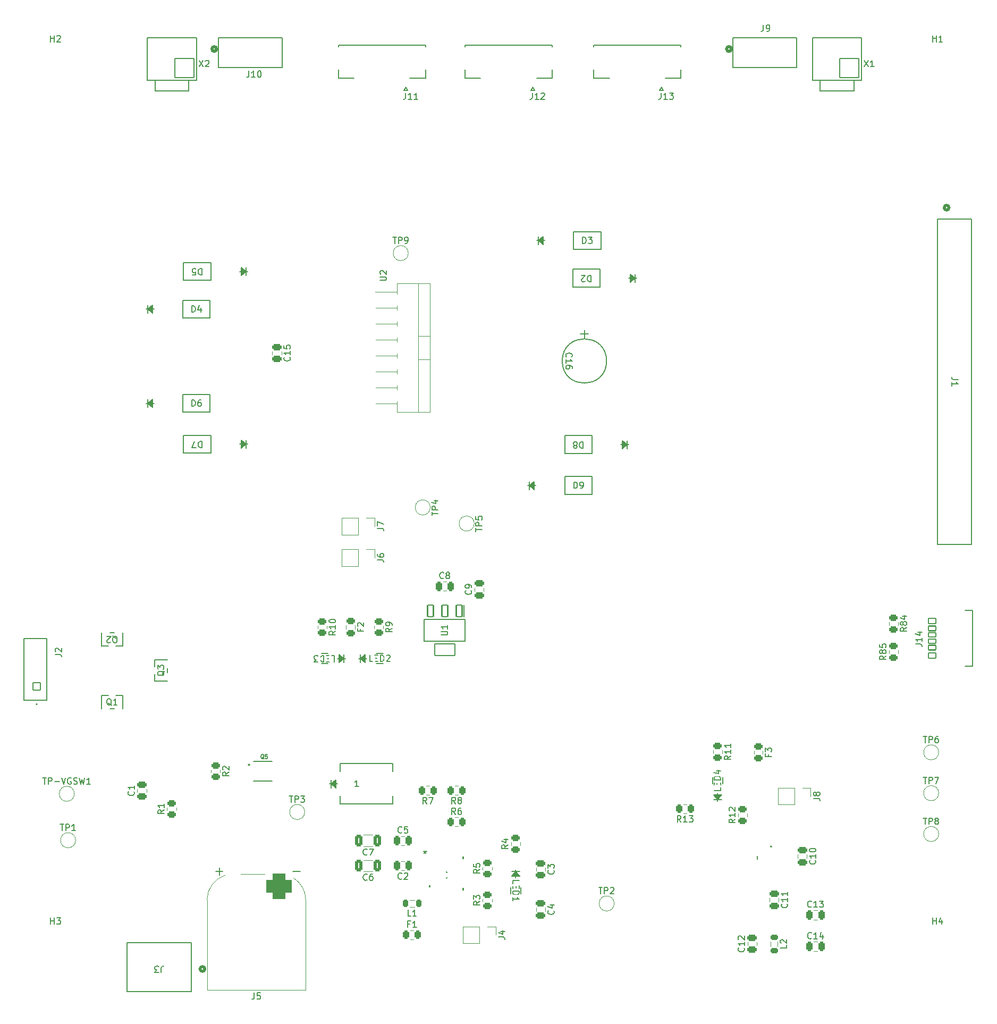
<source format=gto>
G04 #@! TF.GenerationSoftware,KiCad,Pcbnew,8.0.6*
G04 #@! TF.CreationDate,2025-01-22T16:51:43-05:00*
G04 #@! TF.ProjectId,Main_Board_Rev1,4d61696e-5f42-46f6-9172-645f52657631,rev?*
G04 #@! TF.SameCoordinates,Original*
G04 #@! TF.FileFunction,Legend,Top*
G04 #@! TF.FilePolarity,Positive*
%FSLAX46Y46*%
G04 Gerber Fmt 4.6, Leading zero omitted, Abs format (unit mm)*
G04 Created by KiCad (PCBNEW 8.0.6) date 2025-01-22 16:51:43*
%MOMM*%
%LPD*%
G01*
G04 APERTURE LIST*
G04 Aperture macros list*
%AMRoundRect*
0 Rectangle with rounded corners*
0 $1 Rounding radius*
0 $2 $3 $4 $5 $6 $7 $8 $9 X,Y pos of 4 corners*
0 Add a 4 corners polygon primitive as box body*
4,1,4,$2,$3,$4,$5,$6,$7,$8,$9,$2,$3,0*
0 Add four circle primitives for the rounded corners*
1,1,$1+$1,$2,$3*
1,1,$1+$1,$4,$5*
1,1,$1+$1,$6,$7*
1,1,$1+$1,$8,$9*
0 Add four rect primitives between the rounded corners*
20,1,$1+$1,$2,$3,$4,$5,0*
20,1,$1+$1,$4,$5,$6,$7,0*
20,1,$1+$1,$6,$7,$8,$9,0*
20,1,$1+$1,$8,$9,$2,$3,0*%
G04 Aperture macros list end*
%ADD10C,0.150000*%
%ADD11C,0.120000*%
%ADD12C,0.200000*%
%ADD13C,0.152400*%
%ADD14C,0.127000*%
%ADD15C,0.508000*%
%ADD16C,0.000000*%
%ADD17C,0.010000*%
%ADD18RoundRect,0.250000X0.450000X-0.262500X0.450000X0.262500X-0.450000X0.262500X-0.450000X-0.262500X0*%
%ADD19RoundRect,0.250000X-0.450000X0.262500X-0.450000X-0.262500X0.450000X-0.262500X0.450000X0.262500X0*%
%ADD20RoundRect,0.102000X0.600000X-0.350000X0.600000X0.350000X-0.600000X0.350000X-0.600000X-0.350000X0*%
%ADD21RoundRect,0.102000X0.600000X-0.380000X0.600000X0.380000X-0.600000X0.380000X-0.600000X-0.380000X0*%
%ADD22RoundRect,0.102000X0.600000X-0.400000X0.600000X0.400000X-0.600000X0.400000X-0.600000X-0.400000X0*%
%ADD23R,1.625600X1.625600*%
%ADD24C,1.625600*%
%ADD25RoundRect,0.250000X0.262500X0.450000X-0.262500X0.450000X-0.262500X-0.450000X0.262500X-0.450000X0*%
%ADD26C,2.000000*%
%ADD27RoundRect,0.250000X-0.475000X0.250000X-0.475000X-0.250000X0.475000X-0.250000X0.475000X0.250000X0*%
%ADD28RoundRect,0.250000X0.250000X0.475000X-0.250000X0.475000X-0.250000X-0.475000X0.250000X-0.475000X0*%
%ADD29C,9.200000*%
%ADD30RoundRect,0.243750X-0.243750X-0.456250X0.243750X-0.456250X0.243750X0.456250X-0.243750X0.456250X0*%
%ADD31R,2.184400X3.200400*%
%ADD32R,0.406400X0.990600*%
%ADD33R,1.320800X0.558800*%
%ADD34RoundRect,0.243750X-0.456250X0.243750X-0.456250X-0.243750X0.456250X-0.243750X0.456250X0.243750X0*%
%ADD35C,1.524000*%
%ADD36R,0.990600X0.406400*%
%ADD37RoundRect,0.250000X-0.250000X-0.475000X0.250000X-0.475000X0.250000X0.475000X-0.250000X0.475000X0*%
%ADD38R,1.800000X1.800000*%
%ADD39O,1.800000X1.800000*%
%ADD40R,1.700000X1.700000*%
%ADD41O,1.700000X1.700000*%
%ADD42RoundRect,0.250000X-0.262500X-0.450000X0.262500X-0.450000X0.262500X0.450000X-0.262500X0.450000X0*%
%ADD43R,0.812800X0.228600*%
%ADD44R,0.228600X0.812800*%
%ADD45R,1.193800X1.727200*%
%ADD46R,0.381000X0.381000*%
%ADD47RoundRect,0.250000X0.325000X0.650000X-0.325000X0.650000X-0.325000X-0.650000X0.325000X-0.650000X0*%
%ADD48C,1.270000*%
%ADD49R,0.900000X2.000000*%
%ADD50RoundRect,1.025000X1.025000X1.025000X-1.025000X1.025000X-1.025000X-1.025000X1.025000X-1.025000X0*%
%ADD51C,4.100000*%
%ADD52R,0.558800X1.320800*%
%ADD53RoundRect,0.250000X0.475000X-0.250000X0.475000X0.250000X-0.475000X0.250000X-0.475000X-0.250000X0*%
%ADD54RoundRect,0.218750X-0.381250X0.218750X-0.381250X-0.218750X0.381250X-0.218750X0.381250X0.218750X0*%
%ADD55C,1.803400*%
%ADD56C,1.320800*%
%ADD57RoundRect,0.102000X-0.600000X0.600000X-0.600000X-0.600000X0.600000X-0.600000X0.600000X0.600000X0*%
%ADD58C,1.404000*%
%ADD59RoundRect,0.102000X-0.450000X0.925000X-0.450000X-0.925000X0.450000X-0.925000X0.450000X0.925000X0*%
%ADD60RoundRect,0.102000X-1.600000X0.925000X-1.600000X-0.925000X1.600000X-0.925000X1.600000X0.925000X0*%
%ADD61RoundRect,0.218750X0.218750X0.381250X-0.218750X0.381250X-0.218750X-0.381250X0.218750X-0.381250X0*%
%ADD62RoundRect,0.102000X1.500000X1.500000X-1.500000X1.500000X-1.500000X-1.500000X1.500000X-1.500000X0*%
%ADD63C,3.204000*%
G04 APERTURE END LIST*
D10*
X156304819Y-117642857D02*
X155828628Y-117976190D01*
X156304819Y-118214285D02*
X155304819Y-118214285D01*
X155304819Y-118214285D02*
X155304819Y-117833333D01*
X155304819Y-117833333D02*
X155352438Y-117738095D01*
X155352438Y-117738095D02*
X155400057Y-117690476D01*
X155400057Y-117690476D02*
X155495295Y-117642857D01*
X155495295Y-117642857D02*
X155638152Y-117642857D01*
X155638152Y-117642857D02*
X155733390Y-117690476D01*
X155733390Y-117690476D02*
X155781009Y-117738095D01*
X155781009Y-117738095D02*
X155828628Y-117833333D01*
X155828628Y-117833333D02*
X155828628Y-118214285D01*
X155733390Y-117071428D02*
X155685771Y-117166666D01*
X155685771Y-117166666D02*
X155638152Y-117214285D01*
X155638152Y-117214285D02*
X155542914Y-117261904D01*
X155542914Y-117261904D02*
X155495295Y-117261904D01*
X155495295Y-117261904D02*
X155400057Y-117214285D01*
X155400057Y-117214285D02*
X155352438Y-117166666D01*
X155352438Y-117166666D02*
X155304819Y-117071428D01*
X155304819Y-117071428D02*
X155304819Y-116880952D01*
X155304819Y-116880952D02*
X155352438Y-116785714D01*
X155352438Y-116785714D02*
X155400057Y-116738095D01*
X155400057Y-116738095D02*
X155495295Y-116690476D01*
X155495295Y-116690476D02*
X155542914Y-116690476D01*
X155542914Y-116690476D02*
X155638152Y-116738095D01*
X155638152Y-116738095D02*
X155685771Y-116785714D01*
X155685771Y-116785714D02*
X155733390Y-116880952D01*
X155733390Y-116880952D02*
X155733390Y-117071428D01*
X155733390Y-117071428D02*
X155781009Y-117166666D01*
X155781009Y-117166666D02*
X155828628Y-117214285D01*
X155828628Y-117214285D02*
X155923866Y-117261904D01*
X155923866Y-117261904D02*
X156114342Y-117261904D01*
X156114342Y-117261904D02*
X156209580Y-117214285D01*
X156209580Y-117214285D02*
X156257200Y-117166666D01*
X156257200Y-117166666D02*
X156304819Y-117071428D01*
X156304819Y-117071428D02*
X156304819Y-116880952D01*
X156304819Y-116880952D02*
X156257200Y-116785714D01*
X156257200Y-116785714D02*
X156209580Y-116738095D01*
X156209580Y-116738095D02*
X156114342Y-116690476D01*
X156114342Y-116690476D02*
X155923866Y-116690476D01*
X155923866Y-116690476D02*
X155828628Y-116738095D01*
X155828628Y-116738095D02*
X155781009Y-116785714D01*
X155781009Y-116785714D02*
X155733390Y-116880952D01*
X155304819Y-115785714D02*
X155304819Y-116261904D01*
X155304819Y-116261904D02*
X155781009Y-116309523D01*
X155781009Y-116309523D02*
X155733390Y-116261904D01*
X155733390Y-116261904D02*
X155685771Y-116166666D01*
X155685771Y-116166666D02*
X155685771Y-115928571D01*
X155685771Y-115928571D02*
X155733390Y-115833333D01*
X155733390Y-115833333D02*
X155781009Y-115785714D01*
X155781009Y-115785714D02*
X155876247Y-115738095D01*
X155876247Y-115738095D02*
X156114342Y-115738095D01*
X156114342Y-115738095D02*
X156209580Y-115785714D01*
X156209580Y-115785714D02*
X156257200Y-115833333D01*
X156257200Y-115833333D02*
X156304819Y-115928571D01*
X156304819Y-115928571D02*
X156304819Y-116166666D01*
X156304819Y-116166666D02*
X156257200Y-116261904D01*
X156257200Y-116261904D02*
X156209580Y-116309523D01*
X159604819Y-113142857D02*
X159128628Y-113476190D01*
X159604819Y-113714285D02*
X158604819Y-113714285D01*
X158604819Y-113714285D02*
X158604819Y-113333333D01*
X158604819Y-113333333D02*
X158652438Y-113238095D01*
X158652438Y-113238095D02*
X158700057Y-113190476D01*
X158700057Y-113190476D02*
X158795295Y-113142857D01*
X158795295Y-113142857D02*
X158938152Y-113142857D01*
X158938152Y-113142857D02*
X159033390Y-113190476D01*
X159033390Y-113190476D02*
X159081009Y-113238095D01*
X159081009Y-113238095D02*
X159128628Y-113333333D01*
X159128628Y-113333333D02*
X159128628Y-113714285D01*
X159033390Y-112571428D02*
X158985771Y-112666666D01*
X158985771Y-112666666D02*
X158938152Y-112714285D01*
X158938152Y-112714285D02*
X158842914Y-112761904D01*
X158842914Y-112761904D02*
X158795295Y-112761904D01*
X158795295Y-112761904D02*
X158700057Y-112714285D01*
X158700057Y-112714285D02*
X158652438Y-112666666D01*
X158652438Y-112666666D02*
X158604819Y-112571428D01*
X158604819Y-112571428D02*
X158604819Y-112380952D01*
X158604819Y-112380952D02*
X158652438Y-112285714D01*
X158652438Y-112285714D02*
X158700057Y-112238095D01*
X158700057Y-112238095D02*
X158795295Y-112190476D01*
X158795295Y-112190476D02*
X158842914Y-112190476D01*
X158842914Y-112190476D02*
X158938152Y-112238095D01*
X158938152Y-112238095D02*
X158985771Y-112285714D01*
X158985771Y-112285714D02*
X159033390Y-112380952D01*
X159033390Y-112380952D02*
X159033390Y-112571428D01*
X159033390Y-112571428D02*
X159081009Y-112666666D01*
X159081009Y-112666666D02*
X159128628Y-112714285D01*
X159128628Y-112714285D02*
X159223866Y-112761904D01*
X159223866Y-112761904D02*
X159414342Y-112761904D01*
X159414342Y-112761904D02*
X159509580Y-112714285D01*
X159509580Y-112714285D02*
X159557200Y-112666666D01*
X159557200Y-112666666D02*
X159604819Y-112571428D01*
X159604819Y-112571428D02*
X159604819Y-112380952D01*
X159604819Y-112380952D02*
X159557200Y-112285714D01*
X159557200Y-112285714D02*
X159509580Y-112238095D01*
X159509580Y-112238095D02*
X159414342Y-112190476D01*
X159414342Y-112190476D02*
X159223866Y-112190476D01*
X159223866Y-112190476D02*
X159128628Y-112238095D01*
X159128628Y-112238095D02*
X159081009Y-112285714D01*
X159081009Y-112285714D02*
X159033390Y-112380952D01*
X158938152Y-111333333D02*
X159604819Y-111333333D01*
X158557200Y-111571428D02*
X159271485Y-111809523D01*
X159271485Y-111809523D02*
X159271485Y-111190476D01*
X161019819Y-115754523D02*
X161734104Y-115754523D01*
X161734104Y-115754523D02*
X161876961Y-115802142D01*
X161876961Y-115802142D02*
X161972200Y-115897380D01*
X161972200Y-115897380D02*
X162019819Y-116040237D01*
X162019819Y-116040237D02*
X162019819Y-116135475D01*
X162019819Y-114754523D02*
X162019819Y-115325951D01*
X162019819Y-115040237D02*
X161019819Y-115040237D01*
X161019819Y-115040237D02*
X161162676Y-115135475D01*
X161162676Y-115135475D02*
X161257914Y-115230713D01*
X161257914Y-115230713D02*
X161305533Y-115325951D01*
X161353152Y-113897380D02*
X162019819Y-113897380D01*
X160972200Y-114135475D02*
X161686485Y-114373570D01*
X161686485Y-114373570D02*
X161686485Y-113754523D01*
X45715405Y-77879819D02*
X45715405Y-76879819D01*
X45715405Y-76879819D02*
X45953500Y-76879819D01*
X45953500Y-76879819D02*
X46096357Y-76927438D01*
X46096357Y-76927438D02*
X46191595Y-77022676D01*
X46191595Y-77022676D02*
X46239214Y-77117914D01*
X46239214Y-77117914D02*
X46286833Y-77308390D01*
X46286833Y-77308390D02*
X46286833Y-77451247D01*
X46286833Y-77451247D02*
X46239214Y-77641723D01*
X46239214Y-77641723D02*
X46191595Y-77736961D01*
X46191595Y-77736961D02*
X46096357Y-77832200D01*
X46096357Y-77832200D02*
X45953500Y-77879819D01*
X45953500Y-77879819D02*
X45715405Y-77879819D01*
X47143976Y-76879819D02*
X46953500Y-76879819D01*
X46953500Y-76879819D02*
X46858262Y-76927438D01*
X46858262Y-76927438D02*
X46810643Y-76975057D01*
X46810643Y-76975057D02*
X46715405Y-77117914D01*
X46715405Y-77117914D02*
X46667786Y-77308390D01*
X46667786Y-77308390D02*
X46667786Y-77689342D01*
X46667786Y-77689342D02*
X46715405Y-77784580D01*
X46715405Y-77784580D02*
X46763024Y-77832200D01*
X46763024Y-77832200D02*
X46858262Y-77879819D01*
X46858262Y-77879819D02*
X47048738Y-77879819D01*
X47048738Y-77879819D02*
X47143976Y-77832200D01*
X47143976Y-77832200D02*
X47191595Y-77784580D01*
X47191595Y-77784580D02*
X47239214Y-77689342D01*
X47239214Y-77689342D02*
X47239214Y-77451247D01*
X47239214Y-77451247D02*
X47191595Y-77356009D01*
X47191595Y-77356009D02*
X47143976Y-77308390D01*
X47143976Y-77308390D02*
X47048738Y-77260771D01*
X47048738Y-77260771D02*
X46858262Y-77260771D01*
X46858262Y-77260771D02*
X46763024Y-77308390D01*
X46763024Y-77308390D02*
X46715405Y-77356009D01*
X46715405Y-77356009D02*
X46667786Y-77451247D01*
X123644642Y-144104819D02*
X123311309Y-143628628D01*
X123073214Y-144104819D02*
X123073214Y-143104819D01*
X123073214Y-143104819D02*
X123454166Y-143104819D01*
X123454166Y-143104819D02*
X123549404Y-143152438D01*
X123549404Y-143152438D02*
X123597023Y-143200057D01*
X123597023Y-143200057D02*
X123644642Y-143295295D01*
X123644642Y-143295295D02*
X123644642Y-143438152D01*
X123644642Y-143438152D02*
X123597023Y-143533390D01*
X123597023Y-143533390D02*
X123549404Y-143581009D01*
X123549404Y-143581009D02*
X123454166Y-143628628D01*
X123454166Y-143628628D02*
X123073214Y-143628628D01*
X124597023Y-144104819D02*
X124025595Y-144104819D01*
X124311309Y-144104819D02*
X124311309Y-143104819D01*
X124311309Y-143104819D02*
X124216071Y-143247676D01*
X124216071Y-143247676D02*
X124120833Y-143342914D01*
X124120833Y-143342914D02*
X124025595Y-143390533D01*
X124930357Y-143104819D02*
X125549404Y-143104819D01*
X125549404Y-143104819D02*
X125216071Y-143485771D01*
X125216071Y-143485771D02*
X125358928Y-143485771D01*
X125358928Y-143485771D02*
X125454166Y-143533390D01*
X125454166Y-143533390D02*
X125501785Y-143581009D01*
X125501785Y-143581009D02*
X125549404Y-143676247D01*
X125549404Y-143676247D02*
X125549404Y-143914342D01*
X125549404Y-143914342D02*
X125501785Y-144009580D01*
X125501785Y-144009580D02*
X125454166Y-144057200D01*
X125454166Y-144057200D02*
X125358928Y-144104819D01*
X125358928Y-144104819D02*
X125073214Y-144104819D01*
X125073214Y-144104819D02*
X124977976Y-144057200D01*
X124977976Y-144057200D02*
X124930357Y-144009580D01*
X162238095Y-130456819D02*
X162809523Y-130456819D01*
X162523809Y-131456819D02*
X162523809Y-130456819D01*
X163142857Y-131456819D02*
X163142857Y-130456819D01*
X163142857Y-130456819D02*
X163523809Y-130456819D01*
X163523809Y-130456819D02*
X163619047Y-130504438D01*
X163619047Y-130504438D02*
X163666666Y-130552057D01*
X163666666Y-130552057D02*
X163714285Y-130647295D01*
X163714285Y-130647295D02*
X163714285Y-130790152D01*
X163714285Y-130790152D02*
X163666666Y-130885390D01*
X163666666Y-130885390D02*
X163619047Y-130933009D01*
X163619047Y-130933009D02*
X163523809Y-130980628D01*
X163523809Y-130980628D02*
X163142857Y-130980628D01*
X164571428Y-130456819D02*
X164380952Y-130456819D01*
X164380952Y-130456819D02*
X164285714Y-130504438D01*
X164285714Y-130504438D02*
X164238095Y-130552057D01*
X164238095Y-130552057D02*
X164142857Y-130694914D01*
X164142857Y-130694914D02*
X164095238Y-130885390D01*
X164095238Y-130885390D02*
X164095238Y-131266342D01*
X164095238Y-131266342D02*
X164142857Y-131361580D01*
X164142857Y-131361580D02*
X164190476Y-131409200D01*
X164190476Y-131409200D02*
X164285714Y-131456819D01*
X164285714Y-131456819D02*
X164476190Y-131456819D01*
X164476190Y-131456819D02*
X164571428Y-131409200D01*
X164571428Y-131409200D02*
X164619047Y-131361580D01*
X164619047Y-131361580D02*
X164666666Y-131266342D01*
X164666666Y-131266342D02*
X164666666Y-131028247D01*
X164666666Y-131028247D02*
X164619047Y-130933009D01*
X164619047Y-130933009D02*
X164571428Y-130885390D01*
X164571428Y-130885390D02*
X164476190Y-130837771D01*
X164476190Y-130837771D02*
X164285714Y-130837771D01*
X164285714Y-130837771D02*
X164190476Y-130885390D01*
X164190476Y-130885390D02*
X164142857Y-130933009D01*
X164142857Y-130933009D02*
X164095238Y-131028247D01*
X77738095Y-50956819D02*
X78309523Y-50956819D01*
X78023809Y-51956819D02*
X78023809Y-50956819D01*
X78642857Y-51956819D02*
X78642857Y-50956819D01*
X78642857Y-50956819D02*
X79023809Y-50956819D01*
X79023809Y-50956819D02*
X79119047Y-51004438D01*
X79119047Y-51004438D02*
X79166666Y-51052057D01*
X79166666Y-51052057D02*
X79214285Y-51147295D01*
X79214285Y-51147295D02*
X79214285Y-51290152D01*
X79214285Y-51290152D02*
X79166666Y-51385390D01*
X79166666Y-51385390D02*
X79119047Y-51433009D01*
X79119047Y-51433009D02*
X79023809Y-51480628D01*
X79023809Y-51480628D02*
X78642857Y-51480628D01*
X79690476Y-51956819D02*
X79880952Y-51956819D01*
X79880952Y-51956819D02*
X79976190Y-51909200D01*
X79976190Y-51909200D02*
X80023809Y-51861580D01*
X80023809Y-51861580D02*
X80119047Y-51718723D01*
X80119047Y-51718723D02*
X80166666Y-51528247D01*
X80166666Y-51528247D02*
X80166666Y-51147295D01*
X80166666Y-51147295D02*
X80119047Y-51052057D01*
X80119047Y-51052057D02*
X80071428Y-51004438D01*
X80071428Y-51004438D02*
X79976190Y-50956819D01*
X79976190Y-50956819D02*
X79785714Y-50956819D01*
X79785714Y-50956819D02*
X79690476Y-51004438D01*
X79690476Y-51004438D02*
X79642857Y-51052057D01*
X79642857Y-51052057D02*
X79595238Y-51147295D01*
X79595238Y-51147295D02*
X79595238Y-51385390D01*
X79595238Y-51385390D02*
X79642857Y-51480628D01*
X79642857Y-51480628D02*
X79690476Y-51528247D01*
X79690476Y-51528247D02*
X79785714Y-51575866D01*
X79785714Y-51575866D02*
X79976190Y-51575866D01*
X79976190Y-51575866D02*
X80071428Y-51528247D01*
X80071428Y-51528247D02*
X80119047Y-51480628D01*
X80119047Y-51480628D02*
X80166666Y-51385390D01*
X140514580Y-157142857D02*
X140562200Y-157190476D01*
X140562200Y-157190476D02*
X140609819Y-157333333D01*
X140609819Y-157333333D02*
X140609819Y-157428571D01*
X140609819Y-157428571D02*
X140562200Y-157571428D01*
X140562200Y-157571428D02*
X140466961Y-157666666D01*
X140466961Y-157666666D02*
X140371723Y-157714285D01*
X140371723Y-157714285D02*
X140181247Y-157761904D01*
X140181247Y-157761904D02*
X140038390Y-157761904D01*
X140038390Y-157761904D02*
X139847914Y-157714285D01*
X139847914Y-157714285D02*
X139752676Y-157666666D01*
X139752676Y-157666666D02*
X139657438Y-157571428D01*
X139657438Y-157571428D02*
X139609819Y-157428571D01*
X139609819Y-157428571D02*
X139609819Y-157333333D01*
X139609819Y-157333333D02*
X139657438Y-157190476D01*
X139657438Y-157190476D02*
X139705057Y-157142857D01*
X140609819Y-156190476D02*
X140609819Y-156761904D01*
X140609819Y-156476190D02*
X139609819Y-156476190D01*
X139609819Y-156476190D02*
X139752676Y-156571428D01*
X139752676Y-156571428D02*
X139847914Y-156666666D01*
X139847914Y-156666666D02*
X139895533Y-156761904D01*
X140609819Y-155238095D02*
X140609819Y-155809523D01*
X140609819Y-155523809D02*
X139609819Y-155523809D01*
X139609819Y-155523809D02*
X139752676Y-155619047D01*
X139752676Y-155619047D02*
X139847914Y-155714285D01*
X139847914Y-155714285D02*
X139895533Y-155809523D01*
X87720809Y-141174927D02*
X87387476Y-140698736D01*
X87149381Y-141174927D02*
X87149381Y-140174927D01*
X87149381Y-140174927D02*
X87530333Y-140174927D01*
X87530333Y-140174927D02*
X87625571Y-140222546D01*
X87625571Y-140222546D02*
X87673190Y-140270165D01*
X87673190Y-140270165D02*
X87720809Y-140365403D01*
X87720809Y-140365403D02*
X87720809Y-140508260D01*
X87720809Y-140508260D02*
X87673190Y-140603498D01*
X87673190Y-140603498D02*
X87625571Y-140651117D01*
X87625571Y-140651117D02*
X87530333Y-140698736D01*
X87530333Y-140698736D02*
X87149381Y-140698736D01*
X88292238Y-140603498D02*
X88197000Y-140555879D01*
X88197000Y-140555879D02*
X88149381Y-140508260D01*
X88149381Y-140508260D02*
X88101762Y-140413022D01*
X88101762Y-140413022D02*
X88101762Y-140365403D01*
X88101762Y-140365403D02*
X88149381Y-140270165D01*
X88149381Y-140270165D02*
X88197000Y-140222546D01*
X88197000Y-140222546D02*
X88292238Y-140174927D01*
X88292238Y-140174927D02*
X88482714Y-140174927D01*
X88482714Y-140174927D02*
X88577952Y-140222546D01*
X88577952Y-140222546D02*
X88625571Y-140270165D01*
X88625571Y-140270165D02*
X88673190Y-140365403D01*
X88673190Y-140365403D02*
X88673190Y-140413022D01*
X88673190Y-140413022D02*
X88625571Y-140508260D01*
X88625571Y-140508260D02*
X88577952Y-140555879D01*
X88577952Y-140555879D02*
X88482714Y-140603498D01*
X88482714Y-140603498D02*
X88292238Y-140603498D01*
X88292238Y-140603498D02*
X88197000Y-140651117D01*
X88197000Y-140651117D02*
X88149381Y-140698736D01*
X88149381Y-140698736D02*
X88101762Y-140793974D01*
X88101762Y-140793974D02*
X88101762Y-140984450D01*
X88101762Y-140984450D02*
X88149381Y-141079688D01*
X88149381Y-141079688D02*
X88197000Y-141127308D01*
X88197000Y-141127308D02*
X88292238Y-141174927D01*
X88292238Y-141174927D02*
X88482714Y-141174927D01*
X88482714Y-141174927D02*
X88577952Y-141127308D01*
X88577952Y-141127308D02*
X88625571Y-141079688D01*
X88625571Y-141079688D02*
X88673190Y-140984450D01*
X88673190Y-140984450D02*
X88673190Y-140793974D01*
X88673190Y-140793974D02*
X88625571Y-140698736D01*
X88625571Y-140698736D02*
X88577952Y-140651117D01*
X88577952Y-140651117D02*
X88482714Y-140603498D01*
X103339556Y-151786774D02*
X103387176Y-151834393D01*
X103387176Y-151834393D02*
X103434795Y-151977250D01*
X103434795Y-151977250D02*
X103434795Y-152072488D01*
X103434795Y-152072488D02*
X103387176Y-152215345D01*
X103387176Y-152215345D02*
X103291937Y-152310583D01*
X103291937Y-152310583D02*
X103196699Y-152358202D01*
X103196699Y-152358202D02*
X103006223Y-152405821D01*
X103006223Y-152405821D02*
X102863366Y-152405821D01*
X102863366Y-152405821D02*
X102672890Y-152358202D01*
X102672890Y-152358202D02*
X102577652Y-152310583D01*
X102577652Y-152310583D02*
X102482414Y-152215345D01*
X102482414Y-152215345D02*
X102434795Y-152072488D01*
X102434795Y-152072488D02*
X102434795Y-151977250D01*
X102434795Y-151977250D02*
X102482414Y-151834393D01*
X102482414Y-151834393D02*
X102530033Y-151786774D01*
X102434795Y-151453440D02*
X102434795Y-150834393D01*
X102434795Y-150834393D02*
X102815747Y-151167726D01*
X102815747Y-151167726D02*
X102815747Y-151024869D01*
X102815747Y-151024869D02*
X102863366Y-150929631D01*
X102863366Y-150929631D02*
X102910985Y-150882012D01*
X102910985Y-150882012D02*
X103006223Y-150834393D01*
X103006223Y-150834393D02*
X103244318Y-150834393D01*
X103244318Y-150834393D02*
X103339556Y-150882012D01*
X103339556Y-150882012D02*
X103387176Y-150929631D01*
X103387176Y-150929631D02*
X103434795Y-151024869D01*
X103434795Y-151024869D02*
X103434795Y-151310583D01*
X103434795Y-151310583D02*
X103387176Y-151405821D01*
X103387176Y-151405821D02*
X103339556Y-151453440D01*
X79183309Y-153109688D02*
X79135690Y-153157308D01*
X79135690Y-153157308D02*
X78992833Y-153204927D01*
X78992833Y-153204927D02*
X78897595Y-153204927D01*
X78897595Y-153204927D02*
X78754738Y-153157308D01*
X78754738Y-153157308D02*
X78659500Y-153062069D01*
X78659500Y-153062069D02*
X78611881Y-152966831D01*
X78611881Y-152966831D02*
X78564262Y-152776355D01*
X78564262Y-152776355D02*
X78564262Y-152633498D01*
X78564262Y-152633498D02*
X78611881Y-152443022D01*
X78611881Y-152443022D02*
X78659500Y-152347784D01*
X78659500Y-152347784D02*
X78754738Y-152252546D01*
X78754738Y-152252546D02*
X78897595Y-152204927D01*
X78897595Y-152204927D02*
X78992833Y-152204927D01*
X78992833Y-152204927D02*
X79135690Y-152252546D01*
X79135690Y-152252546D02*
X79183309Y-152300165D01*
X79564262Y-152300165D02*
X79611881Y-152252546D01*
X79611881Y-152252546D02*
X79707119Y-152204927D01*
X79707119Y-152204927D02*
X79945214Y-152204927D01*
X79945214Y-152204927D02*
X80040452Y-152252546D01*
X80040452Y-152252546D02*
X80088071Y-152300165D01*
X80088071Y-152300165D02*
X80135690Y-152395403D01*
X80135690Y-152395403D02*
X80135690Y-152490641D01*
X80135690Y-152490641D02*
X80088071Y-152633498D01*
X80088071Y-152633498D02*
X79516643Y-153204927D01*
X79516643Y-153204927D02*
X80135690Y-153204927D01*
X23238095Y-160354819D02*
X23238095Y-159354819D01*
X23238095Y-159831009D02*
X23809523Y-159831009D01*
X23809523Y-160354819D02*
X23809523Y-159354819D01*
X24190476Y-159354819D02*
X24809523Y-159354819D01*
X24809523Y-159354819D02*
X24476190Y-159735771D01*
X24476190Y-159735771D02*
X24619047Y-159735771D01*
X24619047Y-159735771D02*
X24714285Y-159783390D01*
X24714285Y-159783390D02*
X24761904Y-159831009D01*
X24761904Y-159831009D02*
X24809523Y-159926247D01*
X24809523Y-159926247D02*
X24809523Y-160164342D01*
X24809523Y-160164342D02*
X24761904Y-160259580D01*
X24761904Y-160259580D02*
X24714285Y-160307200D01*
X24714285Y-160307200D02*
X24619047Y-160354819D01*
X24619047Y-160354819D02*
X24333333Y-160354819D01*
X24333333Y-160354819D02*
X24238095Y-160307200D01*
X24238095Y-160307200D02*
X24190476Y-160259580D01*
X80466642Y-160351117D02*
X80133309Y-160351117D01*
X80133309Y-160874927D02*
X80133309Y-159874927D01*
X80133309Y-159874927D02*
X80609499Y-159874927D01*
X81514261Y-160874927D02*
X80942833Y-160874927D01*
X81228547Y-160874927D02*
X81228547Y-159874927D01*
X81228547Y-159874927D02*
X81133309Y-160017784D01*
X81133309Y-160017784D02*
X81038071Y-160113022D01*
X81038071Y-160113022D02*
X80942833Y-160160641D01*
X162238095Y-136956819D02*
X162809523Y-136956819D01*
X162523809Y-137956819D02*
X162523809Y-136956819D01*
X163142857Y-137956819D02*
X163142857Y-136956819D01*
X163142857Y-136956819D02*
X163523809Y-136956819D01*
X163523809Y-136956819D02*
X163619047Y-137004438D01*
X163619047Y-137004438D02*
X163666666Y-137052057D01*
X163666666Y-137052057D02*
X163714285Y-137147295D01*
X163714285Y-137147295D02*
X163714285Y-137290152D01*
X163714285Y-137290152D02*
X163666666Y-137385390D01*
X163666666Y-137385390D02*
X163619047Y-137433009D01*
X163619047Y-137433009D02*
X163523809Y-137480628D01*
X163523809Y-137480628D02*
X163142857Y-137480628D01*
X164047619Y-136956819D02*
X164714285Y-136956819D01*
X164714285Y-136956819D02*
X164285714Y-137956819D01*
X47294594Y-83470180D02*
X47294594Y-84470180D01*
X47294594Y-84470180D02*
X47056499Y-84470180D01*
X47056499Y-84470180D02*
X46913642Y-84422561D01*
X46913642Y-84422561D02*
X46818404Y-84327323D01*
X46818404Y-84327323D02*
X46770785Y-84232085D01*
X46770785Y-84232085D02*
X46723166Y-84041609D01*
X46723166Y-84041609D02*
X46723166Y-83898752D01*
X46723166Y-83898752D02*
X46770785Y-83708276D01*
X46770785Y-83708276D02*
X46818404Y-83613038D01*
X46818404Y-83613038D02*
X46913642Y-83517800D01*
X46913642Y-83517800D02*
X47056499Y-83470180D01*
X47056499Y-83470180D02*
X47294594Y-83470180D01*
X46389832Y-84470180D02*
X45723166Y-84470180D01*
X45723166Y-84470180D02*
X46151737Y-83470180D01*
X41304819Y-142166666D02*
X40828628Y-142499999D01*
X41304819Y-142738094D02*
X40304819Y-142738094D01*
X40304819Y-142738094D02*
X40304819Y-142357142D01*
X40304819Y-142357142D02*
X40352438Y-142261904D01*
X40352438Y-142261904D02*
X40400057Y-142214285D01*
X40400057Y-142214285D02*
X40495295Y-142166666D01*
X40495295Y-142166666D02*
X40638152Y-142166666D01*
X40638152Y-142166666D02*
X40733390Y-142214285D01*
X40733390Y-142214285D02*
X40781009Y-142261904D01*
X40781009Y-142261904D02*
X40828628Y-142357142D01*
X40828628Y-142357142D02*
X40828628Y-142738094D01*
X41304819Y-141214285D02*
X41304819Y-141785713D01*
X41304819Y-141499999D02*
X40304819Y-141499999D01*
X40304819Y-141499999D02*
X40447676Y-141595237D01*
X40447676Y-141595237D02*
X40542914Y-141690475D01*
X40542914Y-141690475D02*
X40590533Y-141785713D01*
X79765476Y-27997819D02*
X79765476Y-28712104D01*
X79765476Y-28712104D02*
X79717857Y-28854961D01*
X79717857Y-28854961D02*
X79622619Y-28950200D01*
X79622619Y-28950200D02*
X79479762Y-28997819D01*
X79479762Y-28997819D02*
X79384524Y-28997819D01*
X80765476Y-28997819D02*
X80194048Y-28997819D01*
X80479762Y-28997819D02*
X80479762Y-27997819D01*
X80479762Y-27997819D02*
X80384524Y-28140676D01*
X80384524Y-28140676D02*
X80289286Y-28235914D01*
X80289286Y-28235914D02*
X80194048Y-28283533D01*
X81717857Y-28997819D02*
X81146429Y-28997819D01*
X81432143Y-28997819D02*
X81432143Y-27997819D01*
X81432143Y-27997819D02*
X81336905Y-28140676D01*
X81336905Y-28140676D02*
X81241667Y-28235914D01*
X81241667Y-28235914D02*
X81146429Y-28283533D01*
X109306094Y-57045180D02*
X109306094Y-58045180D01*
X109306094Y-58045180D02*
X109067999Y-58045180D01*
X109067999Y-58045180D02*
X108925142Y-57997561D01*
X108925142Y-57997561D02*
X108829904Y-57902323D01*
X108829904Y-57902323D02*
X108782285Y-57807085D01*
X108782285Y-57807085D02*
X108734666Y-57616609D01*
X108734666Y-57616609D02*
X108734666Y-57473752D01*
X108734666Y-57473752D02*
X108782285Y-57283276D01*
X108782285Y-57283276D02*
X108829904Y-57188038D01*
X108829904Y-57188038D02*
X108925142Y-57092800D01*
X108925142Y-57092800D02*
X109067999Y-57045180D01*
X109067999Y-57045180D02*
X109306094Y-57045180D01*
X108353713Y-57949942D02*
X108306094Y-57997561D01*
X108306094Y-57997561D02*
X108210856Y-58045180D01*
X108210856Y-58045180D02*
X107972761Y-58045180D01*
X107972761Y-58045180D02*
X107877523Y-57997561D01*
X107877523Y-57997561D02*
X107829904Y-57949942D01*
X107829904Y-57949942D02*
X107782285Y-57854704D01*
X107782285Y-57854704D02*
X107782285Y-57759466D01*
X107782285Y-57759466D02*
X107829904Y-57616609D01*
X107829904Y-57616609D02*
X108401332Y-57045180D01*
X108401332Y-57045180D02*
X107782285Y-57045180D01*
X70761905Y-138454819D02*
X70761905Y-137454819D01*
X70761905Y-137454819D02*
X71000000Y-137454819D01*
X71000000Y-137454819D02*
X71142857Y-137502438D01*
X71142857Y-137502438D02*
X71238095Y-137597676D01*
X71238095Y-137597676D02*
X71285714Y-137692914D01*
X71285714Y-137692914D02*
X71333333Y-137883390D01*
X71333333Y-137883390D02*
X71333333Y-138026247D01*
X71333333Y-138026247D02*
X71285714Y-138216723D01*
X71285714Y-138216723D02*
X71238095Y-138311961D01*
X71238095Y-138311961D02*
X71142857Y-138407200D01*
X71142857Y-138407200D02*
X71000000Y-138454819D01*
X71000000Y-138454819D02*
X70761905Y-138454819D01*
X72285714Y-138454819D02*
X71714286Y-138454819D01*
X72000000Y-138454819D02*
X72000000Y-137454819D01*
X72000000Y-137454819D02*
X71904762Y-137597676D01*
X71904762Y-137597676D02*
X71809524Y-137692914D01*
X71809524Y-137692914D02*
X71714286Y-137740533D01*
X23238095Y-19854819D02*
X23238095Y-18854819D01*
X23238095Y-19331009D02*
X23809523Y-19331009D01*
X23809523Y-19854819D02*
X23809523Y-18854819D01*
X24238095Y-18950057D02*
X24285714Y-18902438D01*
X24285714Y-18902438D02*
X24380952Y-18854819D01*
X24380952Y-18854819D02*
X24619047Y-18854819D01*
X24619047Y-18854819D02*
X24714285Y-18902438D01*
X24714285Y-18902438D02*
X24761904Y-18950057D01*
X24761904Y-18950057D02*
X24809523Y-19045295D01*
X24809523Y-19045295D02*
X24809523Y-19140533D01*
X24809523Y-19140533D02*
X24761904Y-19283390D01*
X24761904Y-19283390D02*
X24190476Y-19854819D01*
X24190476Y-19854819D02*
X24809523Y-19854819D01*
X67969947Y-117607680D02*
X68446137Y-117607680D01*
X68446137Y-117607680D02*
X68446137Y-118607680D01*
X67636613Y-118131490D02*
X67303280Y-118131490D01*
X67160423Y-117607680D02*
X67636613Y-117607680D01*
X67636613Y-117607680D02*
X67636613Y-118607680D01*
X67636613Y-118607680D02*
X67160423Y-118607680D01*
X66731851Y-117607680D02*
X66731851Y-118607680D01*
X66731851Y-118607680D02*
X66493756Y-118607680D01*
X66493756Y-118607680D02*
X66350899Y-118560061D01*
X66350899Y-118560061D02*
X66255661Y-118464823D01*
X66255661Y-118464823D02*
X66208042Y-118369585D01*
X66208042Y-118369585D02*
X66160423Y-118179109D01*
X66160423Y-118179109D02*
X66160423Y-118036252D01*
X66160423Y-118036252D02*
X66208042Y-117845776D01*
X66208042Y-117845776D02*
X66255661Y-117750538D01*
X66255661Y-117750538D02*
X66350899Y-117655300D01*
X66350899Y-117655300D02*
X66493756Y-117607680D01*
X66493756Y-117607680D02*
X66731851Y-117607680D01*
X65827089Y-118607680D02*
X65208042Y-118607680D01*
X65208042Y-118607680D02*
X65541375Y-118226728D01*
X65541375Y-118226728D02*
X65398518Y-118226728D01*
X65398518Y-118226728D02*
X65303280Y-118179109D01*
X65303280Y-118179109D02*
X65255661Y-118131490D01*
X65255661Y-118131490D02*
X65208042Y-118036252D01*
X65208042Y-118036252D02*
X65208042Y-117798157D01*
X65208042Y-117798157D02*
X65255661Y-117702919D01*
X65255661Y-117702919D02*
X65303280Y-117655300D01*
X65303280Y-117655300D02*
X65398518Y-117607680D01*
X65398518Y-117607680D02*
X65684232Y-117607680D01*
X65684232Y-117607680D02*
X65779470Y-117655300D01*
X65779470Y-117655300D02*
X65827089Y-117702919D01*
X41356257Y-120047738D02*
X41308638Y-120142976D01*
X41308638Y-120142976D02*
X41213400Y-120238214D01*
X41213400Y-120238214D02*
X41070542Y-120381071D01*
X41070542Y-120381071D02*
X41022923Y-120476309D01*
X41022923Y-120476309D02*
X41022923Y-120571547D01*
X41261019Y-120523928D02*
X41213400Y-120619166D01*
X41213400Y-120619166D02*
X41118161Y-120714404D01*
X41118161Y-120714404D02*
X40927685Y-120762023D01*
X40927685Y-120762023D02*
X40594352Y-120762023D01*
X40594352Y-120762023D02*
X40403876Y-120714404D01*
X40403876Y-120714404D02*
X40308638Y-120619166D01*
X40308638Y-120619166D02*
X40261019Y-120523928D01*
X40261019Y-120523928D02*
X40261019Y-120333452D01*
X40261019Y-120333452D02*
X40308638Y-120238214D01*
X40308638Y-120238214D02*
X40403876Y-120142976D01*
X40403876Y-120142976D02*
X40594352Y-120095357D01*
X40594352Y-120095357D02*
X40927685Y-120095357D01*
X40927685Y-120095357D02*
X41118161Y-120142976D01*
X41118161Y-120142976D02*
X41213400Y-120238214D01*
X41213400Y-120238214D02*
X41261019Y-120333452D01*
X41261019Y-120333452D02*
X41261019Y-120523928D01*
X40261019Y-119762023D02*
X40261019Y-119142976D01*
X40261019Y-119142976D02*
X40641971Y-119476309D01*
X40641971Y-119476309D02*
X40641971Y-119333452D01*
X40641971Y-119333452D02*
X40689590Y-119238214D01*
X40689590Y-119238214D02*
X40737209Y-119190595D01*
X40737209Y-119190595D02*
X40832447Y-119142976D01*
X40832447Y-119142976D02*
X41070542Y-119142976D01*
X41070542Y-119142976D02*
X41165780Y-119190595D01*
X41165780Y-119190595D02*
X41213400Y-119238214D01*
X41213400Y-119238214D02*
X41261019Y-119333452D01*
X41261019Y-119333452D02*
X41261019Y-119619166D01*
X41261019Y-119619166D02*
X41213400Y-119714404D01*
X41213400Y-119714404D02*
X41165780Y-119762023D01*
X137556009Y-133333333D02*
X137556009Y-133666666D01*
X138079819Y-133666666D02*
X137079819Y-133666666D01*
X137079819Y-133666666D02*
X137079819Y-133190476D01*
X137079819Y-132904761D02*
X137079819Y-132285714D01*
X137079819Y-132285714D02*
X137460771Y-132619047D01*
X137460771Y-132619047D02*
X137460771Y-132476190D01*
X137460771Y-132476190D02*
X137508390Y-132380952D01*
X137508390Y-132380952D02*
X137556009Y-132333333D01*
X137556009Y-132333333D02*
X137651247Y-132285714D01*
X137651247Y-132285714D02*
X137889342Y-132285714D01*
X137889342Y-132285714D02*
X137984580Y-132333333D01*
X137984580Y-132333333D02*
X138032200Y-132380952D01*
X138032200Y-132380952D02*
X138079819Y-132476190D01*
X138079819Y-132476190D02*
X138079819Y-132761904D01*
X138079819Y-132761904D02*
X138032200Y-132857142D01*
X138032200Y-132857142D02*
X137984580Y-132904761D01*
X167775180Y-73636666D02*
X167060895Y-73636666D01*
X167060895Y-73636666D02*
X166918038Y-73589047D01*
X166918038Y-73589047D02*
X166822800Y-73493809D01*
X166822800Y-73493809D02*
X166775180Y-73350952D01*
X166775180Y-73350952D02*
X166775180Y-73255714D01*
X166775180Y-74636666D02*
X166775180Y-74065238D01*
X166775180Y-74350952D02*
X167775180Y-74350952D01*
X167775180Y-74350952D02*
X167632323Y-74255714D01*
X167632323Y-74255714D02*
X167537085Y-74160476D01*
X167537085Y-74160476D02*
X167489466Y-74065238D01*
X129929819Y-138603047D02*
X129929819Y-139079237D01*
X129929819Y-139079237D02*
X128929819Y-139079237D01*
X129406009Y-138269713D02*
X129406009Y-137936380D01*
X129929819Y-137793523D02*
X129929819Y-138269713D01*
X129929819Y-138269713D02*
X128929819Y-138269713D01*
X128929819Y-138269713D02*
X128929819Y-137793523D01*
X129929819Y-137364951D02*
X128929819Y-137364951D01*
X128929819Y-137364951D02*
X128929819Y-137126856D01*
X128929819Y-137126856D02*
X128977438Y-136983999D01*
X128977438Y-136983999D02*
X129072676Y-136888761D01*
X129072676Y-136888761D02*
X129167914Y-136841142D01*
X129167914Y-136841142D02*
X129358390Y-136793523D01*
X129358390Y-136793523D02*
X129501247Y-136793523D01*
X129501247Y-136793523D02*
X129691723Y-136841142D01*
X129691723Y-136841142D02*
X129786961Y-136888761D01*
X129786961Y-136888761D02*
X129882200Y-136983999D01*
X129882200Y-136983999D02*
X129929819Y-137126856D01*
X129929819Y-137126856D02*
X129929819Y-137364951D01*
X129263152Y-135936380D02*
X129929819Y-135936380D01*
X128882200Y-136174475D02*
X129596485Y-136412570D01*
X129596485Y-136412570D02*
X129596485Y-135793523D01*
X85833333Y-105242080D02*
X85785714Y-105289700D01*
X85785714Y-105289700D02*
X85642857Y-105337319D01*
X85642857Y-105337319D02*
X85547619Y-105337319D01*
X85547619Y-105337319D02*
X85404762Y-105289700D01*
X85404762Y-105289700D02*
X85309524Y-105194461D01*
X85309524Y-105194461D02*
X85261905Y-105099223D01*
X85261905Y-105099223D02*
X85214286Y-104908747D01*
X85214286Y-104908747D02*
X85214286Y-104765890D01*
X85214286Y-104765890D02*
X85261905Y-104575414D01*
X85261905Y-104575414D02*
X85309524Y-104480176D01*
X85309524Y-104480176D02*
X85404762Y-104384938D01*
X85404762Y-104384938D02*
X85547619Y-104337319D01*
X85547619Y-104337319D02*
X85642857Y-104337319D01*
X85642857Y-104337319D02*
X85785714Y-104384938D01*
X85785714Y-104384938D02*
X85833333Y-104432557D01*
X86404762Y-104765890D02*
X86309524Y-104718271D01*
X86309524Y-104718271D02*
X86261905Y-104670652D01*
X86261905Y-104670652D02*
X86214286Y-104575414D01*
X86214286Y-104575414D02*
X86214286Y-104527795D01*
X86214286Y-104527795D02*
X86261905Y-104432557D01*
X86261905Y-104432557D02*
X86309524Y-104384938D01*
X86309524Y-104384938D02*
X86404762Y-104337319D01*
X86404762Y-104337319D02*
X86595238Y-104337319D01*
X86595238Y-104337319D02*
X86690476Y-104384938D01*
X86690476Y-104384938D02*
X86738095Y-104432557D01*
X86738095Y-104432557D02*
X86785714Y-104527795D01*
X86785714Y-104527795D02*
X86785714Y-104575414D01*
X86785714Y-104575414D02*
X86738095Y-104670652D01*
X86738095Y-104670652D02*
X86690476Y-104718271D01*
X86690476Y-104718271D02*
X86595238Y-104765890D01*
X86595238Y-104765890D02*
X86404762Y-104765890D01*
X86404762Y-104765890D02*
X86309524Y-104813509D01*
X86309524Y-104813509D02*
X86261905Y-104861128D01*
X86261905Y-104861128D02*
X86214286Y-104956366D01*
X86214286Y-104956366D02*
X86214286Y-105146842D01*
X86214286Y-105146842D02*
X86261905Y-105242080D01*
X86261905Y-105242080D02*
X86309524Y-105289700D01*
X86309524Y-105289700D02*
X86404762Y-105337319D01*
X86404762Y-105337319D02*
X86595238Y-105337319D01*
X86595238Y-105337319D02*
X86690476Y-105289700D01*
X86690476Y-105289700D02*
X86738095Y-105242080D01*
X86738095Y-105242080D02*
X86785714Y-105146842D01*
X86785714Y-105146842D02*
X86785714Y-104956366D01*
X86785714Y-104956366D02*
X86738095Y-104861128D01*
X86738095Y-104861128D02*
X86690476Y-104813509D01*
X86690476Y-104813509D02*
X86595238Y-104765890D01*
X75709819Y-57846904D02*
X76519342Y-57846904D01*
X76519342Y-57846904D02*
X76614580Y-57799285D01*
X76614580Y-57799285D02*
X76662200Y-57751666D01*
X76662200Y-57751666D02*
X76709819Y-57656428D01*
X76709819Y-57656428D02*
X76709819Y-57465952D01*
X76709819Y-57465952D02*
X76662200Y-57370714D01*
X76662200Y-57370714D02*
X76614580Y-57323095D01*
X76614580Y-57323095D02*
X76519342Y-57275476D01*
X76519342Y-57275476D02*
X75709819Y-57275476D01*
X75805057Y-56846904D02*
X75757438Y-56799285D01*
X75757438Y-56799285D02*
X75709819Y-56704047D01*
X75709819Y-56704047D02*
X75709819Y-56465952D01*
X75709819Y-56465952D02*
X75757438Y-56370714D01*
X75757438Y-56370714D02*
X75805057Y-56323095D01*
X75805057Y-56323095D02*
X75900295Y-56275476D01*
X75900295Y-56275476D02*
X75995533Y-56275476D01*
X75995533Y-56275476D02*
X76138390Y-56323095D01*
X76138390Y-56323095D02*
X76709819Y-56894523D01*
X76709819Y-56894523D02*
X76709819Y-56275476D01*
X107960405Y-51954819D02*
X107960405Y-50954819D01*
X107960405Y-50954819D02*
X108198500Y-50954819D01*
X108198500Y-50954819D02*
X108341357Y-51002438D01*
X108341357Y-51002438D02*
X108436595Y-51097676D01*
X108436595Y-51097676D02*
X108484214Y-51192914D01*
X108484214Y-51192914D02*
X108531833Y-51383390D01*
X108531833Y-51383390D02*
X108531833Y-51526247D01*
X108531833Y-51526247D02*
X108484214Y-51716723D01*
X108484214Y-51716723D02*
X108436595Y-51811961D01*
X108436595Y-51811961D02*
X108341357Y-51907200D01*
X108341357Y-51907200D02*
X108198500Y-51954819D01*
X108198500Y-51954819D02*
X107960405Y-51954819D01*
X108865167Y-50954819D02*
X109484214Y-50954819D01*
X109484214Y-50954819D02*
X109150881Y-51335771D01*
X109150881Y-51335771D02*
X109293738Y-51335771D01*
X109293738Y-51335771D02*
X109388976Y-51383390D01*
X109388976Y-51383390D02*
X109436595Y-51431009D01*
X109436595Y-51431009D02*
X109484214Y-51526247D01*
X109484214Y-51526247D02*
X109484214Y-51764342D01*
X109484214Y-51764342D02*
X109436595Y-51859580D01*
X109436595Y-51859580D02*
X109388976Y-51907200D01*
X109388976Y-51907200D02*
X109293738Y-51954819D01*
X109293738Y-51954819D02*
X109008024Y-51954819D01*
X109008024Y-51954819D02*
X108912786Y-51907200D01*
X108912786Y-51907200D02*
X108865167Y-51859580D01*
X132279819Y-143642857D02*
X131803628Y-143976190D01*
X132279819Y-144214285D02*
X131279819Y-144214285D01*
X131279819Y-144214285D02*
X131279819Y-143833333D01*
X131279819Y-143833333D02*
X131327438Y-143738095D01*
X131327438Y-143738095D02*
X131375057Y-143690476D01*
X131375057Y-143690476D02*
X131470295Y-143642857D01*
X131470295Y-143642857D02*
X131613152Y-143642857D01*
X131613152Y-143642857D02*
X131708390Y-143690476D01*
X131708390Y-143690476D02*
X131756009Y-143738095D01*
X131756009Y-143738095D02*
X131803628Y-143833333D01*
X131803628Y-143833333D02*
X131803628Y-144214285D01*
X132279819Y-142690476D02*
X132279819Y-143261904D01*
X132279819Y-142976190D02*
X131279819Y-142976190D01*
X131279819Y-142976190D02*
X131422676Y-143071428D01*
X131422676Y-143071428D02*
X131517914Y-143166666D01*
X131517914Y-143166666D02*
X131565533Y-143261904D01*
X131375057Y-142309523D02*
X131327438Y-142261904D01*
X131327438Y-142261904D02*
X131279819Y-142166666D01*
X131279819Y-142166666D02*
X131279819Y-141928571D01*
X131279819Y-141928571D02*
X131327438Y-141833333D01*
X131327438Y-141833333D02*
X131375057Y-141785714D01*
X131375057Y-141785714D02*
X131470295Y-141738095D01*
X131470295Y-141738095D02*
X131565533Y-141738095D01*
X131565533Y-141738095D02*
X131708390Y-141785714D01*
X131708390Y-141785714D02*
X132279819Y-142357142D01*
X132279819Y-142357142D02*
X132279819Y-141738095D01*
X21942857Y-137056819D02*
X22514285Y-137056819D01*
X22228571Y-138056819D02*
X22228571Y-137056819D01*
X22847619Y-138056819D02*
X22847619Y-137056819D01*
X22847619Y-137056819D02*
X23228571Y-137056819D01*
X23228571Y-137056819D02*
X23323809Y-137104438D01*
X23323809Y-137104438D02*
X23371428Y-137152057D01*
X23371428Y-137152057D02*
X23419047Y-137247295D01*
X23419047Y-137247295D02*
X23419047Y-137390152D01*
X23419047Y-137390152D02*
X23371428Y-137485390D01*
X23371428Y-137485390D02*
X23323809Y-137533009D01*
X23323809Y-137533009D02*
X23228571Y-137580628D01*
X23228571Y-137580628D02*
X22847619Y-137580628D01*
X23847619Y-137675866D02*
X24609524Y-137675866D01*
X24942857Y-137056819D02*
X25276190Y-138056819D01*
X25276190Y-138056819D02*
X25609523Y-137056819D01*
X26466666Y-137104438D02*
X26371428Y-137056819D01*
X26371428Y-137056819D02*
X26228571Y-137056819D01*
X26228571Y-137056819D02*
X26085714Y-137104438D01*
X26085714Y-137104438D02*
X25990476Y-137199676D01*
X25990476Y-137199676D02*
X25942857Y-137294914D01*
X25942857Y-137294914D02*
X25895238Y-137485390D01*
X25895238Y-137485390D02*
X25895238Y-137628247D01*
X25895238Y-137628247D02*
X25942857Y-137818723D01*
X25942857Y-137818723D02*
X25990476Y-137913961D01*
X25990476Y-137913961D02*
X26085714Y-138009200D01*
X26085714Y-138009200D02*
X26228571Y-138056819D01*
X26228571Y-138056819D02*
X26323809Y-138056819D01*
X26323809Y-138056819D02*
X26466666Y-138009200D01*
X26466666Y-138009200D02*
X26514285Y-137961580D01*
X26514285Y-137961580D02*
X26514285Y-137628247D01*
X26514285Y-137628247D02*
X26323809Y-137628247D01*
X26895238Y-138009200D02*
X27038095Y-138056819D01*
X27038095Y-138056819D02*
X27276190Y-138056819D01*
X27276190Y-138056819D02*
X27371428Y-138009200D01*
X27371428Y-138009200D02*
X27419047Y-137961580D01*
X27419047Y-137961580D02*
X27466666Y-137866342D01*
X27466666Y-137866342D02*
X27466666Y-137771104D01*
X27466666Y-137771104D02*
X27419047Y-137675866D01*
X27419047Y-137675866D02*
X27371428Y-137628247D01*
X27371428Y-137628247D02*
X27276190Y-137580628D01*
X27276190Y-137580628D02*
X27085714Y-137533009D01*
X27085714Y-137533009D02*
X26990476Y-137485390D01*
X26990476Y-137485390D02*
X26942857Y-137437771D01*
X26942857Y-137437771D02*
X26895238Y-137342533D01*
X26895238Y-137342533D02*
X26895238Y-137247295D01*
X26895238Y-137247295D02*
X26942857Y-137152057D01*
X26942857Y-137152057D02*
X26990476Y-137104438D01*
X26990476Y-137104438D02*
X27085714Y-137056819D01*
X27085714Y-137056819D02*
X27323809Y-137056819D01*
X27323809Y-137056819D02*
X27466666Y-137104438D01*
X27800000Y-137056819D02*
X28038095Y-138056819D01*
X28038095Y-138056819D02*
X28228571Y-137342533D01*
X28228571Y-137342533D02*
X28419047Y-138056819D01*
X28419047Y-138056819D02*
X28657143Y-137056819D01*
X29561904Y-138056819D02*
X28990476Y-138056819D01*
X29276190Y-138056819D02*
X29276190Y-137056819D01*
X29276190Y-137056819D02*
X29180952Y-137199676D01*
X29180952Y-137199676D02*
X29085714Y-137294914D01*
X29085714Y-137294914D02*
X28990476Y-137342533D01*
X79183309Y-145749688D02*
X79135690Y-145797308D01*
X79135690Y-145797308D02*
X78992833Y-145844927D01*
X78992833Y-145844927D02*
X78897595Y-145844927D01*
X78897595Y-145844927D02*
X78754738Y-145797308D01*
X78754738Y-145797308D02*
X78659500Y-145702069D01*
X78659500Y-145702069D02*
X78611881Y-145606831D01*
X78611881Y-145606831D02*
X78564262Y-145416355D01*
X78564262Y-145416355D02*
X78564262Y-145273498D01*
X78564262Y-145273498D02*
X78611881Y-145083022D01*
X78611881Y-145083022D02*
X78659500Y-144987784D01*
X78659500Y-144987784D02*
X78754738Y-144892546D01*
X78754738Y-144892546D02*
X78897595Y-144844927D01*
X78897595Y-144844927D02*
X78992833Y-144844927D01*
X78992833Y-144844927D02*
X79135690Y-144892546D01*
X79135690Y-144892546D02*
X79183309Y-144940165D01*
X80088071Y-144844927D02*
X79611881Y-144844927D01*
X79611881Y-144844927D02*
X79564262Y-145321117D01*
X79564262Y-145321117D02*
X79611881Y-145273498D01*
X79611881Y-145273498D02*
X79707119Y-145225879D01*
X79707119Y-145225879D02*
X79945214Y-145225879D01*
X79945214Y-145225879D02*
X80040452Y-145273498D01*
X80040452Y-145273498D02*
X80088071Y-145321117D01*
X80088071Y-145321117D02*
X80135690Y-145416355D01*
X80135690Y-145416355D02*
X80135690Y-145654450D01*
X80135690Y-145654450D02*
X80088071Y-145749688D01*
X80088071Y-145749688D02*
X80040452Y-145797308D01*
X80040452Y-145797308D02*
X79945214Y-145844927D01*
X79945214Y-145844927D02*
X79707119Y-145844927D01*
X79707119Y-145844927D02*
X79611881Y-145797308D01*
X79611881Y-145797308D02*
X79564262Y-145749688D01*
X91604795Y-151649274D02*
X91128604Y-151982607D01*
X91604795Y-152220702D02*
X90604795Y-152220702D01*
X90604795Y-152220702D02*
X90604795Y-151839750D01*
X90604795Y-151839750D02*
X90652414Y-151744512D01*
X90652414Y-151744512D02*
X90700033Y-151696893D01*
X90700033Y-151696893D02*
X90795271Y-151649274D01*
X90795271Y-151649274D02*
X90938128Y-151649274D01*
X90938128Y-151649274D02*
X91033366Y-151696893D01*
X91033366Y-151696893D02*
X91080985Y-151744512D01*
X91080985Y-151744512D02*
X91128604Y-151839750D01*
X91128604Y-151839750D02*
X91128604Y-152220702D01*
X90604795Y-150744512D02*
X90604795Y-151220702D01*
X90604795Y-151220702D02*
X91080985Y-151268321D01*
X91080985Y-151268321D02*
X91033366Y-151220702D01*
X91033366Y-151220702D02*
X90985747Y-151125464D01*
X90985747Y-151125464D02*
X90985747Y-150887369D01*
X90985747Y-150887369D02*
X91033366Y-150792131D01*
X91033366Y-150792131D02*
X91080985Y-150744512D01*
X91080985Y-150744512D02*
X91176223Y-150696893D01*
X91176223Y-150696893D02*
X91414318Y-150696893D01*
X91414318Y-150696893D02*
X91509556Y-150744512D01*
X91509556Y-150744512D02*
X91557176Y-150792131D01*
X91557176Y-150792131D02*
X91604795Y-150887369D01*
X91604795Y-150887369D02*
X91604795Y-151125464D01*
X91604795Y-151125464D02*
X91557176Y-151220702D01*
X91557176Y-151220702D02*
X91509556Y-151268321D01*
X75284819Y-102333333D02*
X75999104Y-102333333D01*
X75999104Y-102333333D02*
X76141961Y-102380952D01*
X76141961Y-102380952D02*
X76237200Y-102476190D01*
X76237200Y-102476190D02*
X76284819Y-102619047D01*
X76284819Y-102619047D02*
X76284819Y-102714285D01*
X75284819Y-101428571D02*
X75284819Y-101619047D01*
X75284819Y-101619047D02*
X75332438Y-101714285D01*
X75332438Y-101714285D02*
X75380057Y-101761904D01*
X75380057Y-101761904D02*
X75522914Y-101857142D01*
X75522914Y-101857142D02*
X75713390Y-101904761D01*
X75713390Y-101904761D02*
X76094342Y-101904761D01*
X76094342Y-101904761D02*
X76189580Y-101857142D01*
X76189580Y-101857142D02*
X76237200Y-101809523D01*
X76237200Y-101809523D02*
X76284819Y-101714285D01*
X76284819Y-101714285D02*
X76284819Y-101523809D01*
X76284819Y-101523809D02*
X76237200Y-101428571D01*
X76237200Y-101428571D02*
X76189580Y-101380952D01*
X76189580Y-101380952D02*
X76094342Y-101333333D01*
X76094342Y-101333333D02*
X75856247Y-101333333D01*
X75856247Y-101333333D02*
X75761009Y-101380952D01*
X75761009Y-101380952D02*
X75713390Y-101428571D01*
X75713390Y-101428571D02*
X75665771Y-101523809D01*
X75665771Y-101523809D02*
X75665771Y-101714285D01*
X75665771Y-101714285D02*
X75713390Y-101809523D01*
X75713390Y-101809523D02*
X75761009Y-101857142D01*
X75761009Y-101857142D02*
X75856247Y-101904761D01*
X87720809Y-142874927D02*
X87387476Y-142398736D01*
X87149381Y-142874927D02*
X87149381Y-141874927D01*
X87149381Y-141874927D02*
X87530333Y-141874927D01*
X87530333Y-141874927D02*
X87625571Y-141922546D01*
X87625571Y-141922546D02*
X87673190Y-141970165D01*
X87673190Y-141970165D02*
X87720809Y-142065403D01*
X87720809Y-142065403D02*
X87720809Y-142208260D01*
X87720809Y-142208260D02*
X87673190Y-142303498D01*
X87673190Y-142303498D02*
X87625571Y-142351117D01*
X87625571Y-142351117D02*
X87530333Y-142398736D01*
X87530333Y-142398736D02*
X87149381Y-142398736D01*
X88577952Y-141874927D02*
X88387476Y-141874927D01*
X88387476Y-141874927D02*
X88292238Y-141922546D01*
X88292238Y-141922546D02*
X88244619Y-141970165D01*
X88244619Y-141970165D02*
X88149381Y-142113022D01*
X88149381Y-142113022D02*
X88101762Y-142303498D01*
X88101762Y-142303498D02*
X88101762Y-142684450D01*
X88101762Y-142684450D02*
X88149381Y-142779688D01*
X88149381Y-142779688D02*
X88197000Y-142827308D01*
X88197000Y-142827308D02*
X88292238Y-142874927D01*
X88292238Y-142874927D02*
X88482714Y-142874927D01*
X88482714Y-142874927D02*
X88577952Y-142827308D01*
X88577952Y-142827308D02*
X88625571Y-142779688D01*
X88625571Y-142779688D02*
X88673190Y-142684450D01*
X88673190Y-142684450D02*
X88673190Y-142446355D01*
X88673190Y-142446355D02*
X88625571Y-142351117D01*
X88625571Y-142351117D02*
X88577952Y-142303498D01*
X88577952Y-142303498D02*
X88482714Y-142255879D01*
X88482714Y-142255879D02*
X88292238Y-142255879D01*
X88292238Y-142255879D02*
X88197000Y-142303498D01*
X88197000Y-142303498D02*
X88149381Y-142351117D01*
X88149381Y-142351117D02*
X88101762Y-142446355D01*
X85323786Y-153024927D02*
X85323786Y-152024927D01*
X86371404Y-152929688D02*
X86323785Y-152977308D01*
X86323785Y-152977308D02*
X86180928Y-153024927D01*
X86180928Y-153024927D02*
X86085690Y-153024927D01*
X86085690Y-153024927D02*
X85942833Y-152977308D01*
X85942833Y-152977308D02*
X85847595Y-152882069D01*
X85847595Y-152882069D02*
X85799976Y-152786831D01*
X85799976Y-152786831D02*
X85752357Y-152596355D01*
X85752357Y-152596355D02*
X85752357Y-152453498D01*
X85752357Y-152453498D02*
X85799976Y-152263022D01*
X85799976Y-152263022D02*
X85847595Y-152167784D01*
X85847595Y-152167784D02*
X85942833Y-152072546D01*
X85942833Y-152072546D02*
X86085690Y-152024927D01*
X86085690Y-152024927D02*
X86180928Y-152024927D01*
X86180928Y-152024927D02*
X86323785Y-152072546D01*
X86323785Y-152072546D02*
X86371404Y-152120165D01*
X87323785Y-153024927D02*
X86752357Y-153024927D01*
X87038071Y-153024927D02*
X87038071Y-152024927D01*
X87038071Y-152024927D02*
X86942833Y-152167784D01*
X86942833Y-152167784D02*
X86847595Y-152263022D01*
X86847595Y-152263022D02*
X86752357Y-152310641D01*
X82866276Y-148643171D02*
X82866276Y-148881266D01*
X82628181Y-148786028D02*
X82866276Y-148881266D01*
X82866276Y-148881266D02*
X83104371Y-148786028D01*
X82723419Y-149071742D02*
X82866276Y-148881266D01*
X82866276Y-148881266D02*
X83009133Y-149071742D01*
X82866276Y-148643171D02*
X82866276Y-148881266D01*
X82628181Y-148786028D02*
X82866276Y-148881266D01*
X82866276Y-148881266D02*
X83104371Y-148786028D01*
X82723419Y-149071742D02*
X82866276Y-148881266D01*
X82866276Y-148881266D02*
X83009133Y-149071742D01*
X163738095Y-19854819D02*
X163738095Y-18854819D01*
X163738095Y-19331009D02*
X164309523Y-19331009D01*
X164309523Y-19854819D02*
X164309523Y-18854819D01*
X165309523Y-19854819D02*
X164738095Y-19854819D01*
X165023809Y-19854819D02*
X165023809Y-18854819D01*
X165023809Y-18854819D02*
X164928571Y-18997676D01*
X164928571Y-18997676D02*
X164833333Y-19092914D01*
X164833333Y-19092914D02*
X164738095Y-19140533D01*
X99965476Y-27997819D02*
X99965476Y-28712104D01*
X99965476Y-28712104D02*
X99917857Y-28854961D01*
X99917857Y-28854961D02*
X99822619Y-28950200D01*
X99822619Y-28950200D02*
X99679762Y-28997819D01*
X99679762Y-28997819D02*
X99584524Y-28997819D01*
X100965476Y-28997819D02*
X100394048Y-28997819D01*
X100679762Y-28997819D02*
X100679762Y-27997819D01*
X100679762Y-27997819D02*
X100584524Y-28140676D01*
X100584524Y-28140676D02*
X100489286Y-28235914D01*
X100489286Y-28235914D02*
X100394048Y-28283533D01*
X101346429Y-28093057D02*
X101394048Y-28045438D01*
X101394048Y-28045438D02*
X101489286Y-27997819D01*
X101489286Y-27997819D02*
X101727381Y-27997819D01*
X101727381Y-27997819D02*
X101822619Y-28045438D01*
X101822619Y-28045438D02*
X101870238Y-28093057D01*
X101870238Y-28093057D02*
X101917857Y-28188295D01*
X101917857Y-28188295D02*
X101917857Y-28283533D01*
X101917857Y-28283533D02*
X101870238Y-28426390D01*
X101870238Y-28426390D02*
X101298810Y-28997819D01*
X101298810Y-28997819D02*
X101917857Y-28997819D01*
X90952819Y-97824404D02*
X90952819Y-97252976D01*
X91952819Y-97538690D02*
X90952819Y-97538690D01*
X91952819Y-96919642D02*
X90952819Y-96919642D01*
X90952819Y-96919642D02*
X90952819Y-96538690D01*
X90952819Y-96538690D02*
X91000438Y-96443452D01*
X91000438Y-96443452D02*
X91048057Y-96395833D01*
X91048057Y-96395833D02*
X91143295Y-96348214D01*
X91143295Y-96348214D02*
X91286152Y-96348214D01*
X91286152Y-96348214D02*
X91381390Y-96395833D01*
X91381390Y-96395833D02*
X91429009Y-96443452D01*
X91429009Y-96443452D02*
X91476628Y-96538690D01*
X91476628Y-96538690D02*
X91476628Y-96919642D01*
X90952819Y-95443452D02*
X90952819Y-95919642D01*
X90952819Y-95919642D02*
X91429009Y-95967261D01*
X91429009Y-95967261D02*
X91381390Y-95919642D01*
X91381390Y-95919642D02*
X91333771Y-95824404D01*
X91333771Y-95824404D02*
X91333771Y-95586309D01*
X91333771Y-95586309D02*
X91381390Y-95491071D01*
X91381390Y-95491071D02*
X91429009Y-95443452D01*
X91429009Y-95443452D02*
X91524247Y-95395833D01*
X91524247Y-95395833D02*
X91762342Y-95395833D01*
X91762342Y-95395833D02*
X91857580Y-95443452D01*
X91857580Y-95443452D02*
X91905200Y-95491071D01*
X91905200Y-95491071D02*
X91952819Y-95586309D01*
X91952819Y-95586309D02*
X91952819Y-95824404D01*
X91952819Y-95824404D02*
X91905200Y-95919642D01*
X91905200Y-95919642D02*
X91857580Y-95967261D01*
X96845156Y-153896952D02*
X96845156Y-153420762D01*
X96845156Y-153420762D02*
X97845156Y-153420762D01*
X97368966Y-154230286D02*
X97368966Y-154563619D01*
X96845156Y-154706476D02*
X96845156Y-154230286D01*
X96845156Y-154230286D02*
X97845156Y-154230286D01*
X97845156Y-154230286D02*
X97845156Y-154706476D01*
X96845156Y-155135048D02*
X97845156Y-155135048D01*
X97845156Y-155135048D02*
X97845156Y-155373143D01*
X97845156Y-155373143D02*
X97797537Y-155516000D01*
X97797537Y-155516000D02*
X97702299Y-155611238D01*
X97702299Y-155611238D02*
X97607061Y-155658857D01*
X97607061Y-155658857D02*
X97416585Y-155706476D01*
X97416585Y-155706476D02*
X97273728Y-155706476D01*
X97273728Y-155706476D02*
X97083252Y-155658857D01*
X97083252Y-155658857D02*
X96988014Y-155611238D01*
X96988014Y-155611238D02*
X96892776Y-155516000D01*
X96892776Y-155516000D02*
X96845156Y-155373143D01*
X96845156Y-155373143D02*
X96845156Y-155135048D01*
X96845156Y-156658857D02*
X96845156Y-156087429D01*
X96845156Y-156373143D02*
X97845156Y-156373143D01*
X97845156Y-156373143D02*
X97702299Y-156277905D01*
X97702299Y-156277905D02*
X97607061Y-156182667D01*
X97607061Y-156182667D02*
X97559442Y-156087429D01*
X120465476Y-27997819D02*
X120465476Y-28712104D01*
X120465476Y-28712104D02*
X120417857Y-28854961D01*
X120417857Y-28854961D02*
X120322619Y-28950200D01*
X120322619Y-28950200D02*
X120179762Y-28997819D01*
X120179762Y-28997819D02*
X120084524Y-28997819D01*
X121465476Y-28997819D02*
X120894048Y-28997819D01*
X121179762Y-28997819D02*
X121179762Y-27997819D01*
X121179762Y-27997819D02*
X121084524Y-28140676D01*
X121084524Y-28140676D02*
X120989286Y-28235914D01*
X120989286Y-28235914D02*
X120894048Y-28283533D01*
X121798810Y-27997819D02*
X122417857Y-27997819D01*
X122417857Y-27997819D02*
X122084524Y-28378771D01*
X122084524Y-28378771D02*
X122227381Y-28378771D01*
X122227381Y-28378771D02*
X122322619Y-28426390D01*
X122322619Y-28426390D02*
X122370238Y-28474009D01*
X122370238Y-28474009D02*
X122417857Y-28569247D01*
X122417857Y-28569247D02*
X122417857Y-28807342D01*
X122417857Y-28807342D02*
X122370238Y-28902580D01*
X122370238Y-28902580D02*
X122322619Y-28950200D01*
X122322619Y-28950200D02*
X122227381Y-28997819D01*
X122227381Y-28997819D02*
X121941667Y-28997819D01*
X121941667Y-28997819D02*
X121846429Y-28950200D01*
X121846429Y-28950200D02*
X121798810Y-28902580D01*
X73633309Y-149279688D02*
X73585690Y-149327308D01*
X73585690Y-149327308D02*
X73442833Y-149374927D01*
X73442833Y-149374927D02*
X73347595Y-149374927D01*
X73347595Y-149374927D02*
X73204738Y-149327308D01*
X73204738Y-149327308D02*
X73109500Y-149232069D01*
X73109500Y-149232069D02*
X73061881Y-149136831D01*
X73061881Y-149136831D02*
X73014262Y-148946355D01*
X73014262Y-148946355D02*
X73014262Y-148803498D01*
X73014262Y-148803498D02*
X73061881Y-148613022D01*
X73061881Y-148613022D02*
X73109500Y-148517784D01*
X73109500Y-148517784D02*
X73204738Y-148422546D01*
X73204738Y-148422546D02*
X73347595Y-148374927D01*
X73347595Y-148374927D02*
X73442833Y-148374927D01*
X73442833Y-148374927D02*
X73585690Y-148422546D01*
X73585690Y-148422546D02*
X73633309Y-148470165D01*
X73966643Y-148374927D02*
X74633309Y-148374927D01*
X74633309Y-148374927D02*
X74204738Y-149374927D01*
X103339556Y-158186774D02*
X103387176Y-158234393D01*
X103387176Y-158234393D02*
X103434795Y-158377250D01*
X103434795Y-158377250D02*
X103434795Y-158472488D01*
X103434795Y-158472488D02*
X103387176Y-158615345D01*
X103387176Y-158615345D02*
X103291937Y-158710583D01*
X103291937Y-158710583D02*
X103196699Y-158758202D01*
X103196699Y-158758202D02*
X103006223Y-158805821D01*
X103006223Y-158805821D02*
X102863366Y-158805821D01*
X102863366Y-158805821D02*
X102672890Y-158758202D01*
X102672890Y-158758202D02*
X102577652Y-158710583D01*
X102577652Y-158710583D02*
X102482414Y-158615345D01*
X102482414Y-158615345D02*
X102434795Y-158472488D01*
X102434795Y-158472488D02*
X102434795Y-158377250D01*
X102434795Y-158377250D02*
X102482414Y-158234393D01*
X102482414Y-158234393D02*
X102530033Y-158186774D01*
X102768128Y-157329631D02*
X103434795Y-157329631D01*
X102387176Y-157567726D02*
X103101461Y-157805821D01*
X103101461Y-157805821D02*
X103101461Y-157186774D01*
X144759819Y-140333333D02*
X145474104Y-140333333D01*
X145474104Y-140333333D02*
X145616961Y-140380952D01*
X145616961Y-140380952D02*
X145712200Y-140476190D01*
X145712200Y-140476190D02*
X145759819Y-140619047D01*
X145759819Y-140619047D02*
X145759819Y-140714285D01*
X145188390Y-139714285D02*
X145140771Y-139809523D01*
X145140771Y-139809523D02*
X145093152Y-139857142D01*
X145093152Y-139857142D02*
X144997914Y-139904761D01*
X144997914Y-139904761D02*
X144950295Y-139904761D01*
X144950295Y-139904761D02*
X144855057Y-139857142D01*
X144855057Y-139857142D02*
X144807438Y-139809523D01*
X144807438Y-139809523D02*
X144759819Y-139714285D01*
X144759819Y-139714285D02*
X144759819Y-139523809D01*
X144759819Y-139523809D02*
X144807438Y-139428571D01*
X144807438Y-139428571D02*
X144855057Y-139380952D01*
X144855057Y-139380952D02*
X144950295Y-139333333D01*
X144950295Y-139333333D02*
X144997914Y-139333333D01*
X144997914Y-139333333D02*
X145093152Y-139380952D01*
X145093152Y-139380952D02*
X145140771Y-139428571D01*
X145140771Y-139428571D02*
X145188390Y-139523809D01*
X145188390Y-139523809D02*
X145188390Y-139714285D01*
X145188390Y-139714285D02*
X145236009Y-139809523D01*
X145236009Y-139809523D02*
X145283628Y-139857142D01*
X145283628Y-139857142D02*
X145378866Y-139904761D01*
X145378866Y-139904761D02*
X145569342Y-139904761D01*
X145569342Y-139904761D02*
X145664580Y-139857142D01*
X145664580Y-139857142D02*
X145712200Y-139809523D01*
X145712200Y-139809523D02*
X145759819Y-139714285D01*
X145759819Y-139714285D02*
X145759819Y-139523809D01*
X145759819Y-139523809D02*
X145712200Y-139428571D01*
X145712200Y-139428571D02*
X145664580Y-139380952D01*
X145664580Y-139380952D02*
X145569342Y-139333333D01*
X145569342Y-139333333D02*
X145378866Y-139333333D01*
X145378866Y-139333333D02*
X145283628Y-139380952D01*
X145283628Y-139380952D02*
X145236009Y-139428571D01*
X145236009Y-139428571D02*
X145188390Y-139523809D01*
X105395419Y-70032142D02*
X105347800Y-69984523D01*
X105347800Y-69984523D02*
X105300180Y-69841666D01*
X105300180Y-69841666D02*
X105300180Y-69746428D01*
X105300180Y-69746428D02*
X105347800Y-69603571D01*
X105347800Y-69603571D02*
X105443038Y-69508333D01*
X105443038Y-69508333D02*
X105538276Y-69460714D01*
X105538276Y-69460714D02*
X105728752Y-69413095D01*
X105728752Y-69413095D02*
X105871609Y-69413095D01*
X105871609Y-69413095D02*
X106062085Y-69460714D01*
X106062085Y-69460714D02*
X106157323Y-69508333D01*
X106157323Y-69508333D02*
X106252561Y-69603571D01*
X106252561Y-69603571D02*
X106300180Y-69746428D01*
X106300180Y-69746428D02*
X106300180Y-69841666D01*
X106300180Y-69841666D02*
X106252561Y-69984523D01*
X106252561Y-69984523D02*
X106204942Y-70032142D01*
X105300180Y-70984523D02*
X105300180Y-70413095D01*
X105300180Y-70698809D02*
X106300180Y-70698809D01*
X106300180Y-70698809D02*
X106157323Y-70603571D01*
X106157323Y-70603571D02*
X106062085Y-70508333D01*
X106062085Y-70508333D02*
X106014466Y-70413095D01*
X106300180Y-71841666D02*
X106300180Y-71651190D01*
X106300180Y-71651190D02*
X106252561Y-71555952D01*
X106252561Y-71555952D02*
X106204942Y-71508333D01*
X106204942Y-71508333D02*
X106062085Y-71413095D01*
X106062085Y-71413095D02*
X105871609Y-71365476D01*
X105871609Y-71365476D02*
X105490657Y-71365476D01*
X105490657Y-71365476D02*
X105395419Y-71413095D01*
X105395419Y-71413095D02*
X105347800Y-71460714D01*
X105347800Y-71460714D02*
X105300180Y-71555952D01*
X105300180Y-71555952D02*
X105300180Y-71746428D01*
X105300180Y-71746428D02*
X105347800Y-71841666D01*
X105347800Y-71841666D02*
X105395419Y-71889285D01*
X105395419Y-71889285D02*
X105490657Y-71936904D01*
X105490657Y-71936904D02*
X105728752Y-71936904D01*
X105728752Y-71936904D02*
X105823990Y-71889285D01*
X105823990Y-71889285D02*
X105871609Y-71841666D01*
X105871609Y-71841666D02*
X105919228Y-71746428D01*
X105919228Y-71746428D02*
X105919228Y-71555952D01*
X105919228Y-71555952D02*
X105871609Y-71460714D01*
X105871609Y-71460714D02*
X105823990Y-71413095D01*
X105823990Y-71413095D02*
X105728752Y-71365476D01*
X163738095Y-160354819D02*
X163738095Y-159354819D01*
X163738095Y-159831009D02*
X164309523Y-159831009D01*
X164309523Y-160354819D02*
X164309523Y-159354819D01*
X165214285Y-159688152D02*
X165214285Y-160354819D01*
X164976190Y-159307200D02*
X164738095Y-160021485D01*
X164738095Y-160021485D02*
X165357142Y-160021485D01*
X96104795Y-147736774D02*
X95628604Y-148070107D01*
X96104795Y-148308202D02*
X95104795Y-148308202D01*
X95104795Y-148308202D02*
X95104795Y-147927250D01*
X95104795Y-147927250D02*
X95152414Y-147832012D01*
X95152414Y-147832012D02*
X95200033Y-147784393D01*
X95200033Y-147784393D02*
X95295271Y-147736774D01*
X95295271Y-147736774D02*
X95438128Y-147736774D01*
X95438128Y-147736774D02*
X95533366Y-147784393D01*
X95533366Y-147784393D02*
X95580985Y-147832012D01*
X95580985Y-147832012D02*
X95628604Y-147927250D01*
X95628604Y-147927250D02*
X95628604Y-148308202D01*
X95438128Y-146879631D02*
X96104795Y-146879631D01*
X95057176Y-147117726D02*
X95771461Y-147355821D01*
X95771461Y-147355821D02*
X95771461Y-146736774D01*
X55666666Y-171304819D02*
X55666666Y-172019104D01*
X55666666Y-172019104D02*
X55619047Y-172161961D01*
X55619047Y-172161961D02*
X55523809Y-172257200D01*
X55523809Y-172257200D02*
X55380952Y-172304819D01*
X55380952Y-172304819D02*
X55285714Y-172304819D01*
X56619047Y-171304819D02*
X56142857Y-171304819D01*
X56142857Y-171304819D02*
X56095238Y-171781009D01*
X56095238Y-171781009D02*
X56142857Y-171733390D01*
X56142857Y-171733390D02*
X56238095Y-171685771D01*
X56238095Y-171685771D02*
X56476190Y-171685771D01*
X56476190Y-171685771D02*
X56571428Y-171733390D01*
X56571428Y-171733390D02*
X56619047Y-171781009D01*
X56619047Y-171781009D02*
X56666666Y-171876247D01*
X56666666Y-171876247D02*
X56666666Y-172114342D01*
X56666666Y-172114342D02*
X56619047Y-172209580D01*
X56619047Y-172209580D02*
X56571428Y-172257200D01*
X56571428Y-172257200D02*
X56476190Y-172304819D01*
X56476190Y-172304819D02*
X56238095Y-172304819D01*
X56238095Y-172304819D02*
X56142857Y-172257200D01*
X56142857Y-172257200D02*
X56095238Y-172209580D01*
X49528571Y-151964700D02*
X50671429Y-151964700D01*
X50100000Y-152536128D02*
X50100000Y-151393271D01*
X61828571Y-151964700D02*
X62971429Y-151964700D01*
X32904761Y-125550057D02*
X32809523Y-125502438D01*
X32809523Y-125502438D02*
X32714285Y-125407200D01*
X32714285Y-125407200D02*
X32571428Y-125264342D01*
X32571428Y-125264342D02*
X32476190Y-125216723D01*
X32476190Y-125216723D02*
X32380952Y-125216723D01*
X32428571Y-125454819D02*
X32333333Y-125407200D01*
X32333333Y-125407200D02*
X32238095Y-125311961D01*
X32238095Y-125311961D02*
X32190476Y-125121485D01*
X32190476Y-125121485D02*
X32190476Y-124788152D01*
X32190476Y-124788152D02*
X32238095Y-124597676D01*
X32238095Y-124597676D02*
X32333333Y-124502438D01*
X32333333Y-124502438D02*
X32428571Y-124454819D01*
X32428571Y-124454819D02*
X32619047Y-124454819D01*
X32619047Y-124454819D02*
X32714285Y-124502438D01*
X32714285Y-124502438D02*
X32809523Y-124597676D01*
X32809523Y-124597676D02*
X32857142Y-124788152D01*
X32857142Y-124788152D02*
X32857142Y-125121485D01*
X32857142Y-125121485D02*
X32809523Y-125311961D01*
X32809523Y-125311961D02*
X32714285Y-125407200D01*
X32714285Y-125407200D02*
X32619047Y-125454819D01*
X32619047Y-125454819D02*
X32428571Y-125454819D01*
X33809523Y-125454819D02*
X33238095Y-125454819D01*
X33523809Y-125454819D02*
X33523809Y-124454819D01*
X33523809Y-124454819D02*
X33428571Y-124597676D01*
X33428571Y-124597676D02*
X33333333Y-124692914D01*
X33333333Y-124692914D02*
X33238095Y-124740533D01*
X73633309Y-153279688D02*
X73585690Y-153327308D01*
X73585690Y-153327308D02*
X73442833Y-153374927D01*
X73442833Y-153374927D02*
X73347595Y-153374927D01*
X73347595Y-153374927D02*
X73204738Y-153327308D01*
X73204738Y-153327308D02*
X73109500Y-153232069D01*
X73109500Y-153232069D02*
X73061881Y-153136831D01*
X73061881Y-153136831D02*
X73014262Y-152946355D01*
X73014262Y-152946355D02*
X73014262Y-152803498D01*
X73014262Y-152803498D02*
X73061881Y-152613022D01*
X73061881Y-152613022D02*
X73109500Y-152517784D01*
X73109500Y-152517784D02*
X73204738Y-152422546D01*
X73204738Y-152422546D02*
X73347595Y-152374927D01*
X73347595Y-152374927D02*
X73442833Y-152374927D01*
X73442833Y-152374927D02*
X73585690Y-152422546D01*
X73585690Y-152422546D02*
X73633309Y-152470165D01*
X74490452Y-152374927D02*
X74299976Y-152374927D01*
X74299976Y-152374927D02*
X74204738Y-152422546D01*
X74204738Y-152422546D02*
X74157119Y-152470165D01*
X74157119Y-152470165D02*
X74061881Y-152613022D01*
X74061881Y-152613022D02*
X74014262Y-152803498D01*
X74014262Y-152803498D02*
X74014262Y-153184450D01*
X74014262Y-153184450D02*
X74061881Y-153279688D01*
X74061881Y-153279688D02*
X74109500Y-153327308D01*
X74109500Y-153327308D02*
X74204738Y-153374927D01*
X74204738Y-153374927D02*
X74395214Y-153374927D01*
X74395214Y-153374927D02*
X74490452Y-153327308D01*
X74490452Y-153327308D02*
X74538071Y-153279688D01*
X74538071Y-153279688D02*
X74585690Y-153184450D01*
X74585690Y-153184450D02*
X74585690Y-152946355D01*
X74585690Y-152946355D02*
X74538071Y-152851117D01*
X74538071Y-152851117D02*
X74490452Y-152803498D01*
X74490452Y-152803498D02*
X74395214Y-152755879D01*
X74395214Y-152755879D02*
X74204738Y-152755879D01*
X74204738Y-152755879D02*
X74109500Y-152803498D01*
X74109500Y-152803498D02*
X74061881Y-152851117D01*
X74061881Y-152851117D02*
X74014262Y-152946355D01*
X108039594Y-83545180D02*
X108039594Y-84545180D01*
X108039594Y-84545180D02*
X107801499Y-84545180D01*
X107801499Y-84545180D02*
X107658642Y-84497561D01*
X107658642Y-84497561D02*
X107563404Y-84402323D01*
X107563404Y-84402323D02*
X107515785Y-84307085D01*
X107515785Y-84307085D02*
X107468166Y-84116609D01*
X107468166Y-84116609D02*
X107468166Y-83973752D01*
X107468166Y-83973752D02*
X107515785Y-83783276D01*
X107515785Y-83783276D02*
X107563404Y-83688038D01*
X107563404Y-83688038D02*
X107658642Y-83592800D01*
X107658642Y-83592800D02*
X107801499Y-83545180D01*
X107801499Y-83545180D02*
X108039594Y-83545180D01*
X106896737Y-84116609D02*
X106991975Y-84164228D01*
X106991975Y-84164228D02*
X107039594Y-84211847D01*
X107039594Y-84211847D02*
X107087213Y-84307085D01*
X107087213Y-84307085D02*
X107087213Y-84354704D01*
X107087213Y-84354704D02*
X107039594Y-84449942D01*
X107039594Y-84449942D02*
X106991975Y-84497561D01*
X106991975Y-84497561D02*
X106896737Y-84545180D01*
X106896737Y-84545180D02*
X106706261Y-84545180D01*
X106706261Y-84545180D02*
X106611023Y-84497561D01*
X106611023Y-84497561D02*
X106563404Y-84449942D01*
X106563404Y-84449942D02*
X106515785Y-84354704D01*
X106515785Y-84354704D02*
X106515785Y-84307085D01*
X106515785Y-84307085D02*
X106563404Y-84211847D01*
X106563404Y-84211847D02*
X106611023Y-84164228D01*
X106611023Y-84164228D02*
X106706261Y-84116609D01*
X106706261Y-84116609D02*
X106896737Y-84116609D01*
X106896737Y-84116609D02*
X106991975Y-84068990D01*
X106991975Y-84068990D02*
X107039594Y-84021371D01*
X107039594Y-84021371D02*
X107087213Y-83926133D01*
X107087213Y-83926133D02*
X107087213Y-83735657D01*
X107087213Y-83735657D02*
X107039594Y-83640419D01*
X107039594Y-83640419D02*
X106991975Y-83592800D01*
X106991975Y-83592800D02*
X106896737Y-83545180D01*
X106896737Y-83545180D02*
X106706261Y-83545180D01*
X106706261Y-83545180D02*
X106611023Y-83592800D01*
X106611023Y-83592800D02*
X106563404Y-83640419D01*
X106563404Y-83640419D02*
X106515785Y-83735657D01*
X106515785Y-83735657D02*
X106515785Y-83926133D01*
X106515785Y-83926133D02*
X106563404Y-84021371D01*
X106563404Y-84021371D02*
X106611023Y-84068990D01*
X106611023Y-84068990D02*
X106706261Y-84116609D01*
X83952819Y-95261904D02*
X83952819Y-94690476D01*
X84952819Y-94976190D02*
X83952819Y-94976190D01*
X84952819Y-94357142D02*
X83952819Y-94357142D01*
X83952819Y-94357142D02*
X83952819Y-93976190D01*
X83952819Y-93976190D02*
X84000438Y-93880952D01*
X84000438Y-93880952D02*
X84048057Y-93833333D01*
X84048057Y-93833333D02*
X84143295Y-93785714D01*
X84143295Y-93785714D02*
X84286152Y-93785714D01*
X84286152Y-93785714D02*
X84381390Y-93833333D01*
X84381390Y-93833333D02*
X84429009Y-93880952D01*
X84429009Y-93880952D02*
X84476628Y-93976190D01*
X84476628Y-93976190D02*
X84476628Y-94357142D01*
X84286152Y-92928571D02*
X84952819Y-92928571D01*
X83905200Y-93166666D02*
X84619485Y-93404761D01*
X84619485Y-93404761D02*
X84619485Y-92785714D01*
X77604819Y-113229166D02*
X77128628Y-113562499D01*
X77604819Y-113800594D02*
X76604819Y-113800594D01*
X76604819Y-113800594D02*
X76604819Y-113419642D01*
X76604819Y-113419642D02*
X76652438Y-113324404D01*
X76652438Y-113324404D02*
X76700057Y-113276785D01*
X76700057Y-113276785D02*
X76795295Y-113229166D01*
X76795295Y-113229166D02*
X76938152Y-113229166D01*
X76938152Y-113229166D02*
X77033390Y-113276785D01*
X77033390Y-113276785D02*
X77081009Y-113324404D01*
X77081009Y-113324404D02*
X77128628Y-113419642D01*
X77128628Y-113419642D02*
X77128628Y-113800594D01*
X77604819Y-112752975D02*
X77604819Y-112562499D01*
X77604819Y-112562499D02*
X77557200Y-112467261D01*
X77557200Y-112467261D02*
X77509580Y-112419642D01*
X77509580Y-112419642D02*
X77366723Y-112324404D01*
X77366723Y-112324404D02*
X77176247Y-112276785D01*
X77176247Y-112276785D02*
X76795295Y-112276785D01*
X76795295Y-112276785D02*
X76700057Y-112324404D01*
X76700057Y-112324404D02*
X76652438Y-112372023D01*
X76652438Y-112372023D02*
X76604819Y-112467261D01*
X76604819Y-112467261D02*
X76604819Y-112657737D01*
X76604819Y-112657737D02*
X76652438Y-112752975D01*
X76652438Y-112752975D02*
X76700057Y-112800594D01*
X76700057Y-112800594D02*
X76795295Y-112848213D01*
X76795295Y-112848213D02*
X77033390Y-112848213D01*
X77033390Y-112848213D02*
X77128628Y-112800594D01*
X77128628Y-112800594D02*
X77176247Y-112752975D01*
X77176247Y-112752975D02*
X77223866Y-112657737D01*
X77223866Y-112657737D02*
X77223866Y-112467261D01*
X77223866Y-112467261D02*
X77176247Y-112372023D01*
X77176247Y-112372023D02*
X77128628Y-112324404D01*
X77128628Y-112324404D02*
X77033390Y-112276785D01*
X133654580Y-164142857D02*
X133702200Y-164190476D01*
X133702200Y-164190476D02*
X133749819Y-164333333D01*
X133749819Y-164333333D02*
X133749819Y-164428571D01*
X133749819Y-164428571D02*
X133702200Y-164571428D01*
X133702200Y-164571428D02*
X133606961Y-164666666D01*
X133606961Y-164666666D02*
X133511723Y-164714285D01*
X133511723Y-164714285D02*
X133321247Y-164761904D01*
X133321247Y-164761904D02*
X133178390Y-164761904D01*
X133178390Y-164761904D02*
X132987914Y-164714285D01*
X132987914Y-164714285D02*
X132892676Y-164666666D01*
X132892676Y-164666666D02*
X132797438Y-164571428D01*
X132797438Y-164571428D02*
X132749819Y-164428571D01*
X132749819Y-164428571D02*
X132749819Y-164333333D01*
X132749819Y-164333333D02*
X132797438Y-164190476D01*
X132797438Y-164190476D02*
X132845057Y-164142857D01*
X133749819Y-163190476D02*
X133749819Y-163761904D01*
X133749819Y-163476190D02*
X132749819Y-163476190D01*
X132749819Y-163476190D02*
X132892676Y-163571428D01*
X132892676Y-163571428D02*
X132987914Y-163666666D01*
X132987914Y-163666666D02*
X133035533Y-163761904D01*
X132845057Y-162809523D02*
X132797438Y-162761904D01*
X132797438Y-162761904D02*
X132749819Y-162666666D01*
X132749819Y-162666666D02*
X132749819Y-162428571D01*
X132749819Y-162428571D02*
X132797438Y-162333333D01*
X132797438Y-162333333D02*
X132845057Y-162285714D01*
X132845057Y-162285714D02*
X132940295Y-162238095D01*
X132940295Y-162238095D02*
X133035533Y-162238095D01*
X133035533Y-162238095D02*
X133178390Y-162285714D01*
X133178390Y-162285714D02*
X133749819Y-162857142D01*
X133749819Y-162857142D02*
X133749819Y-162238095D01*
X144432142Y-157579580D02*
X144384523Y-157627200D01*
X144384523Y-157627200D02*
X144241666Y-157674819D01*
X144241666Y-157674819D02*
X144146428Y-157674819D01*
X144146428Y-157674819D02*
X144003571Y-157627200D01*
X144003571Y-157627200D02*
X143908333Y-157531961D01*
X143908333Y-157531961D02*
X143860714Y-157436723D01*
X143860714Y-157436723D02*
X143813095Y-157246247D01*
X143813095Y-157246247D02*
X143813095Y-157103390D01*
X143813095Y-157103390D02*
X143860714Y-156912914D01*
X143860714Y-156912914D02*
X143908333Y-156817676D01*
X143908333Y-156817676D02*
X144003571Y-156722438D01*
X144003571Y-156722438D02*
X144146428Y-156674819D01*
X144146428Y-156674819D02*
X144241666Y-156674819D01*
X144241666Y-156674819D02*
X144384523Y-156722438D01*
X144384523Y-156722438D02*
X144432142Y-156770057D01*
X145384523Y-157674819D02*
X144813095Y-157674819D01*
X145098809Y-157674819D02*
X145098809Y-156674819D01*
X145098809Y-156674819D02*
X145003571Y-156817676D01*
X145003571Y-156817676D02*
X144908333Y-156912914D01*
X144908333Y-156912914D02*
X144813095Y-156960533D01*
X145717857Y-156674819D02*
X146336904Y-156674819D01*
X146336904Y-156674819D02*
X146003571Y-157055771D01*
X146003571Y-157055771D02*
X146146428Y-157055771D01*
X146146428Y-157055771D02*
X146241666Y-157103390D01*
X146241666Y-157103390D02*
X146289285Y-157151009D01*
X146289285Y-157151009D02*
X146336904Y-157246247D01*
X146336904Y-157246247D02*
X146336904Y-157484342D01*
X146336904Y-157484342D02*
X146289285Y-157579580D01*
X146289285Y-157579580D02*
X146241666Y-157627200D01*
X146241666Y-157627200D02*
X146146428Y-157674819D01*
X146146428Y-157674819D02*
X145860714Y-157674819D01*
X145860714Y-157674819D02*
X145765476Y-157627200D01*
X145765476Y-157627200D02*
X145717857Y-157579580D01*
X140479819Y-163666666D02*
X140479819Y-164142856D01*
X140479819Y-164142856D02*
X139479819Y-164142856D01*
X139575057Y-163380951D02*
X139527438Y-163333332D01*
X139527438Y-163333332D02*
X139479819Y-163238094D01*
X139479819Y-163238094D02*
X139479819Y-162999999D01*
X139479819Y-162999999D02*
X139527438Y-162904761D01*
X139527438Y-162904761D02*
X139575057Y-162857142D01*
X139575057Y-162857142D02*
X139670295Y-162809523D01*
X139670295Y-162809523D02*
X139765533Y-162809523D01*
X139765533Y-162809523D02*
X139908390Y-162857142D01*
X139908390Y-162857142D02*
X140479819Y-163428570D01*
X140479819Y-163428570D02*
X140479819Y-162809523D01*
X24738095Y-144456819D02*
X25309523Y-144456819D01*
X25023809Y-145456819D02*
X25023809Y-144456819D01*
X25642857Y-145456819D02*
X25642857Y-144456819D01*
X25642857Y-144456819D02*
X26023809Y-144456819D01*
X26023809Y-144456819D02*
X26119047Y-144504438D01*
X26119047Y-144504438D02*
X26166666Y-144552057D01*
X26166666Y-144552057D02*
X26214285Y-144647295D01*
X26214285Y-144647295D02*
X26214285Y-144790152D01*
X26214285Y-144790152D02*
X26166666Y-144885390D01*
X26166666Y-144885390D02*
X26119047Y-144933009D01*
X26119047Y-144933009D02*
X26023809Y-144980628D01*
X26023809Y-144980628D02*
X25642857Y-144980628D01*
X27166666Y-145456819D02*
X26595238Y-145456819D01*
X26880952Y-145456819D02*
X26880952Y-144456819D01*
X26880952Y-144456819D02*
X26785714Y-144599676D01*
X26785714Y-144599676D02*
X26690476Y-144694914D01*
X26690476Y-144694914D02*
X26595238Y-144742533D01*
X83133309Y-141174927D02*
X82799976Y-140698736D01*
X82561881Y-141174927D02*
X82561881Y-140174927D01*
X82561881Y-140174927D02*
X82942833Y-140174927D01*
X82942833Y-140174927D02*
X83038071Y-140222546D01*
X83038071Y-140222546D02*
X83085690Y-140270165D01*
X83085690Y-140270165D02*
X83133309Y-140365403D01*
X83133309Y-140365403D02*
X83133309Y-140508260D01*
X83133309Y-140508260D02*
X83085690Y-140603498D01*
X83085690Y-140603498D02*
X83038071Y-140651117D01*
X83038071Y-140651117D02*
X82942833Y-140698736D01*
X82942833Y-140698736D02*
X82561881Y-140698736D01*
X83466643Y-140174927D02*
X84133309Y-140174927D01*
X84133309Y-140174927D02*
X83704738Y-141174927D01*
X68604819Y-113705357D02*
X68128628Y-114038690D01*
X68604819Y-114276785D02*
X67604819Y-114276785D01*
X67604819Y-114276785D02*
X67604819Y-113895833D01*
X67604819Y-113895833D02*
X67652438Y-113800595D01*
X67652438Y-113800595D02*
X67700057Y-113752976D01*
X67700057Y-113752976D02*
X67795295Y-113705357D01*
X67795295Y-113705357D02*
X67938152Y-113705357D01*
X67938152Y-113705357D02*
X68033390Y-113752976D01*
X68033390Y-113752976D02*
X68081009Y-113800595D01*
X68081009Y-113800595D02*
X68128628Y-113895833D01*
X68128628Y-113895833D02*
X68128628Y-114276785D01*
X68604819Y-112752976D02*
X68604819Y-113324404D01*
X68604819Y-113038690D02*
X67604819Y-113038690D01*
X67604819Y-113038690D02*
X67747676Y-113133928D01*
X67747676Y-113133928D02*
X67842914Y-113229166D01*
X67842914Y-113229166D02*
X67890533Y-113324404D01*
X67604819Y-112133928D02*
X67604819Y-112038690D01*
X67604819Y-112038690D02*
X67652438Y-111943452D01*
X67652438Y-111943452D02*
X67700057Y-111895833D01*
X67700057Y-111895833D02*
X67795295Y-111848214D01*
X67795295Y-111848214D02*
X67985771Y-111800595D01*
X67985771Y-111800595D02*
X68223866Y-111800595D01*
X68223866Y-111800595D02*
X68414342Y-111848214D01*
X68414342Y-111848214D02*
X68509580Y-111895833D01*
X68509580Y-111895833D02*
X68557200Y-111943452D01*
X68557200Y-111943452D02*
X68604819Y-112038690D01*
X68604819Y-112038690D02*
X68604819Y-112133928D01*
X68604819Y-112133928D02*
X68557200Y-112229166D01*
X68557200Y-112229166D02*
X68509580Y-112276785D01*
X68509580Y-112276785D02*
X68414342Y-112324404D01*
X68414342Y-112324404D02*
X68223866Y-112372023D01*
X68223866Y-112372023D02*
X67985771Y-112372023D01*
X67985771Y-112372023D02*
X67795295Y-112324404D01*
X67795295Y-112324404D02*
X67700057Y-112276785D01*
X67700057Y-112276785D02*
X67652438Y-112229166D01*
X67652438Y-112229166D02*
X67604819Y-112133928D01*
X40833333Y-168045180D02*
X40833333Y-167330895D01*
X40833333Y-167330895D02*
X40880952Y-167188038D01*
X40880952Y-167188038D02*
X40976190Y-167092800D01*
X40976190Y-167092800D02*
X41119047Y-167045180D01*
X41119047Y-167045180D02*
X41214285Y-167045180D01*
X40452380Y-168045180D02*
X39833333Y-168045180D01*
X39833333Y-168045180D02*
X40166666Y-167664228D01*
X40166666Y-167664228D02*
X40023809Y-167664228D01*
X40023809Y-167664228D02*
X39928571Y-167616609D01*
X39928571Y-167616609D02*
X39880952Y-167568990D01*
X39880952Y-167568990D02*
X39833333Y-167473752D01*
X39833333Y-167473752D02*
X39833333Y-167235657D01*
X39833333Y-167235657D02*
X39880952Y-167140419D01*
X39880952Y-167140419D02*
X39928571Y-167092800D01*
X39928571Y-167092800D02*
X40023809Y-167045180D01*
X40023809Y-167045180D02*
X40309523Y-167045180D01*
X40309523Y-167045180D02*
X40404761Y-167092800D01*
X40404761Y-167092800D02*
X40452380Y-167140419D01*
X61294580Y-70067857D02*
X61342200Y-70115476D01*
X61342200Y-70115476D02*
X61389819Y-70258333D01*
X61389819Y-70258333D02*
X61389819Y-70353571D01*
X61389819Y-70353571D02*
X61342200Y-70496428D01*
X61342200Y-70496428D02*
X61246961Y-70591666D01*
X61246961Y-70591666D02*
X61151723Y-70639285D01*
X61151723Y-70639285D02*
X60961247Y-70686904D01*
X60961247Y-70686904D02*
X60818390Y-70686904D01*
X60818390Y-70686904D02*
X60627914Y-70639285D01*
X60627914Y-70639285D02*
X60532676Y-70591666D01*
X60532676Y-70591666D02*
X60437438Y-70496428D01*
X60437438Y-70496428D02*
X60389819Y-70353571D01*
X60389819Y-70353571D02*
X60389819Y-70258333D01*
X60389819Y-70258333D02*
X60437438Y-70115476D01*
X60437438Y-70115476D02*
X60485057Y-70067857D01*
X61389819Y-69115476D02*
X61389819Y-69686904D01*
X61389819Y-69401190D02*
X60389819Y-69401190D01*
X60389819Y-69401190D02*
X60532676Y-69496428D01*
X60532676Y-69496428D02*
X60627914Y-69591666D01*
X60627914Y-69591666D02*
X60675533Y-69686904D01*
X60389819Y-68210714D02*
X60389819Y-68686904D01*
X60389819Y-68686904D02*
X60866009Y-68734523D01*
X60866009Y-68734523D02*
X60818390Y-68686904D01*
X60818390Y-68686904D02*
X60770771Y-68591666D01*
X60770771Y-68591666D02*
X60770771Y-68353571D01*
X60770771Y-68353571D02*
X60818390Y-68258333D01*
X60818390Y-68258333D02*
X60866009Y-68210714D01*
X60866009Y-68210714D02*
X60961247Y-68163095D01*
X60961247Y-68163095D02*
X61199342Y-68163095D01*
X61199342Y-68163095D02*
X61294580Y-68210714D01*
X61294580Y-68210714D02*
X61342200Y-68258333D01*
X61342200Y-68258333D02*
X61389819Y-68353571D01*
X61389819Y-68353571D02*
X61389819Y-68591666D01*
X61389819Y-68591666D02*
X61342200Y-68686904D01*
X61342200Y-68686904D02*
X61294580Y-68734523D01*
X144432142Y-162579580D02*
X144384523Y-162627200D01*
X144384523Y-162627200D02*
X144241666Y-162674819D01*
X144241666Y-162674819D02*
X144146428Y-162674819D01*
X144146428Y-162674819D02*
X144003571Y-162627200D01*
X144003571Y-162627200D02*
X143908333Y-162531961D01*
X143908333Y-162531961D02*
X143860714Y-162436723D01*
X143860714Y-162436723D02*
X143813095Y-162246247D01*
X143813095Y-162246247D02*
X143813095Y-162103390D01*
X143813095Y-162103390D02*
X143860714Y-161912914D01*
X143860714Y-161912914D02*
X143908333Y-161817676D01*
X143908333Y-161817676D02*
X144003571Y-161722438D01*
X144003571Y-161722438D02*
X144146428Y-161674819D01*
X144146428Y-161674819D02*
X144241666Y-161674819D01*
X144241666Y-161674819D02*
X144384523Y-161722438D01*
X144384523Y-161722438D02*
X144432142Y-161770057D01*
X145384523Y-162674819D02*
X144813095Y-162674819D01*
X145098809Y-162674819D02*
X145098809Y-161674819D01*
X145098809Y-161674819D02*
X145003571Y-161817676D01*
X145003571Y-161817676D02*
X144908333Y-161912914D01*
X144908333Y-161912914D02*
X144813095Y-161960533D01*
X146241666Y-162008152D02*
X146241666Y-162674819D01*
X146003571Y-161627200D02*
X145765476Y-162341485D01*
X145765476Y-162341485D02*
X146384523Y-162341485D01*
X162238095Y-143456819D02*
X162809523Y-143456819D01*
X162523809Y-144456819D02*
X162523809Y-143456819D01*
X163142857Y-144456819D02*
X163142857Y-143456819D01*
X163142857Y-143456819D02*
X163523809Y-143456819D01*
X163523809Y-143456819D02*
X163619047Y-143504438D01*
X163619047Y-143504438D02*
X163666666Y-143552057D01*
X163666666Y-143552057D02*
X163714285Y-143647295D01*
X163714285Y-143647295D02*
X163714285Y-143790152D01*
X163714285Y-143790152D02*
X163666666Y-143885390D01*
X163666666Y-143885390D02*
X163619047Y-143933009D01*
X163619047Y-143933009D02*
X163523809Y-143980628D01*
X163523809Y-143980628D02*
X163142857Y-143980628D01*
X164285714Y-143885390D02*
X164190476Y-143837771D01*
X164190476Y-143837771D02*
X164142857Y-143790152D01*
X164142857Y-143790152D02*
X164095238Y-143694914D01*
X164095238Y-143694914D02*
X164095238Y-143647295D01*
X164095238Y-143647295D02*
X164142857Y-143552057D01*
X164142857Y-143552057D02*
X164190476Y-143504438D01*
X164190476Y-143504438D02*
X164285714Y-143456819D01*
X164285714Y-143456819D02*
X164476190Y-143456819D01*
X164476190Y-143456819D02*
X164571428Y-143504438D01*
X164571428Y-143504438D02*
X164619047Y-143552057D01*
X164619047Y-143552057D02*
X164666666Y-143647295D01*
X164666666Y-143647295D02*
X164666666Y-143694914D01*
X164666666Y-143694914D02*
X164619047Y-143790152D01*
X164619047Y-143790152D02*
X164571428Y-143837771D01*
X164571428Y-143837771D02*
X164476190Y-143885390D01*
X164476190Y-143885390D02*
X164285714Y-143885390D01*
X164285714Y-143885390D02*
X164190476Y-143933009D01*
X164190476Y-143933009D02*
X164142857Y-143980628D01*
X164142857Y-143980628D02*
X164095238Y-144075866D01*
X164095238Y-144075866D02*
X164095238Y-144266342D01*
X164095238Y-144266342D02*
X164142857Y-144361580D01*
X164142857Y-144361580D02*
X164190476Y-144409200D01*
X164190476Y-144409200D02*
X164285714Y-144456819D01*
X164285714Y-144456819D02*
X164476190Y-144456819D01*
X164476190Y-144456819D02*
X164571428Y-144409200D01*
X164571428Y-144409200D02*
X164619047Y-144361580D01*
X164619047Y-144361580D02*
X164666666Y-144266342D01*
X164666666Y-144266342D02*
X164666666Y-144075866D01*
X164666666Y-144075866D02*
X164619047Y-143980628D01*
X164619047Y-143980628D02*
X164571428Y-143933009D01*
X164571428Y-143933009D02*
X164476190Y-143885390D01*
X74530052Y-118517319D02*
X74053862Y-118517319D01*
X74053862Y-118517319D02*
X74053862Y-117517319D01*
X74863386Y-117993509D02*
X75196719Y-117993509D01*
X75339576Y-118517319D02*
X74863386Y-118517319D01*
X74863386Y-118517319D02*
X74863386Y-117517319D01*
X74863386Y-117517319D02*
X75339576Y-117517319D01*
X75768148Y-118517319D02*
X75768148Y-117517319D01*
X75768148Y-117517319D02*
X76006243Y-117517319D01*
X76006243Y-117517319D02*
X76149100Y-117564938D01*
X76149100Y-117564938D02*
X76244338Y-117660176D01*
X76244338Y-117660176D02*
X76291957Y-117755414D01*
X76291957Y-117755414D02*
X76339576Y-117945890D01*
X76339576Y-117945890D02*
X76339576Y-118088747D01*
X76339576Y-118088747D02*
X76291957Y-118279223D01*
X76291957Y-118279223D02*
X76244338Y-118374461D01*
X76244338Y-118374461D02*
X76149100Y-118469700D01*
X76149100Y-118469700D02*
X76006243Y-118517319D01*
X76006243Y-118517319D02*
X75768148Y-118517319D01*
X76720529Y-117612557D02*
X76768148Y-117564938D01*
X76768148Y-117564938D02*
X76863386Y-117517319D01*
X76863386Y-117517319D02*
X77101481Y-117517319D01*
X77101481Y-117517319D02*
X77196719Y-117564938D01*
X77196719Y-117564938D02*
X77244338Y-117612557D01*
X77244338Y-117612557D02*
X77291957Y-117707795D01*
X77291957Y-117707795D02*
X77291957Y-117803033D01*
X77291957Y-117803033D02*
X77244338Y-117945890D01*
X77244338Y-117945890D02*
X76672910Y-118517319D01*
X76672910Y-118517319D02*
X77291957Y-118517319D01*
X91604795Y-156736774D02*
X91128604Y-157070107D01*
X91604795Y-157308202D02*
X90604795Y-157308202D01*
X90604795Y-157308202D02*
X90604795Y-156927250D01*
X90604795Y-156927250D02*
X90652414Y-156832012D01*
X90652414Y-156832012D02*
X90700033Y-156784393D01*
X90700033Y-156784393D02*
X90795271Y-156736774D01*
X90795271Y-156736774D02*
X90938128Y-156736774D01*
X90938128Y-156736774D02*
X91033366Y-156784393D01*
X91033366Y-156784393D02*
X91080985Y-156832012D01*
X91080985Y-156832012D02*
X91128604Y-156927250D01*
X91128604Y-156927250D02*
X91128604Y-157308202D01*
X90604795Y-156403440D02*
X90604795Y-155784393D01*
X90604795Y-155784393D02*
X90985747Y-156117726D01*
X90985747Y-156117726D02*
X90985747Y-155974869D01*
X90985747Y-155974869D02*
X91033366Y-155879631D01*
X91033366Y-155879631D02*
X91080985Y-155832012D01*
X91080985Y-155832012D02*
X91176223Y-155784393D01*
X91176223Y-155784393D02*
X91414318Y-155784393D01*
X91414318Y-155784393D02*
X91509556Y-155832012D01*
X91509556Y-155832012D02*
X91557176Y-155879631D01*
X91557176Y-155879631D02*
X91604795Y-155974869D01*
X91604795Y-155974869D02*
X91604795Y-156260583D01*
X91604795Y-156260583D02*
X91557176Y-156355821D01*
X91557176Y-156355821D02*
X91509556Y-156403440D01*
X54800974Y-24496419D02*
X54800974Y-25210704D01*
X54800974Y-25210704D02*
X54753355Y-25353561D01*
X54753355Y-25353561D02*
X54658117Y-25448800D01*
X54658117Y-25448800D02*
X54515260Y-25496419D01*
X54515260Y-25496419D02*
X54420022Y-25496419D01*
X55800974Y-25496419D02*
X55229546Y-25496419D01*
X55515260Y-25496419D02*
X55515260Y-24496419D01*
X55515260Y-24496419D02*
X55420022Y-24639276D01*
X55420022Y-24639276D02*
X55324784Y-24734514D01*
X55324784Y-24734514D02*
X55229546Y-24782133D01*
X56420022Y-24496419D02*
X56515260Y-24496419D01*
X56515260Y-24496419D02*
X56610498Y-24544038D01*
X56610498Y-24544038D02*
X56658117Y-24591657D01*
X56658117Y-24591657D02*
X56705736Y-24686895D01*
X56705736Y-24686895D02*
X56753355Y-24877371D01*
X56753355Y-24877371D02*
X56753355Y-25115466D01*
X56753355Y-25115466D02*
X56705736Y-25305942D01*
X56705736Y-25305942D02*
X56658117Y-25401180D01*
X56658117Y-25401180D02*
X56610498Y-25448800D01*
X56610498Y-25448800D02*
X56515260Y-25496419D01*
X56515260Y-25496419D02*
X56420022Y-25496419D01*
X56420022Y-25496419D02*
X56324784Y-25448800D01*
X56324784Y-25448800D02*
X56277165Y-25401180D01*
X56277165Y-25401180D02*
X56229546Y-25305942D01*
X56229546Y-25305942D02*
X56181927Y-25115466D01*
X56181927Y-25115466D02*
X56181927Y-24877371D01*
X56181927Y-24877371D02*
X56229546Y-24686895D01*
X56229546Y-24686895D02*
X56277165Y-24591657D01*
X56277165Y-24591657D02*
X56324784Y-24544038D01*
X56324784Y-24544038D02*
X56420022Y-24496419D01*
X72581009Y-113395833D02*
X72581009Y-113729166D01*
X73104819Y-113729166D02*
X72104819Y-113729166D01*
X72104819Y-113729166D02*
X72104819Y-113252976D01*
X72200057Y-112919642D02*
X72152438Y-112872023D01*
X72152438Y-112872023D02*
X72104819Y-112776785D01*
X72104819Y-112776785D02*
X72104819Y-112538690D01*
X72104819Y-112538690D02*
X72152438Y-112443452D01*
X72152438Y-112443452D02*
X72200057Y-112395833D01*
X72200057Y-112395833D02*
X72295295Y-112348214D01*
X72295295Y-112348214D02*
X72390533Y-112348214D01*
X72390533Y-112348214D02*
X72533390Y-112395833D01*
X72533390Y-112395833D02*
X73104819Y-112967261D01*
X73104819Y-112967261D02*
X73104819Y-112348214D01*
X106563405Y-90954819D02*
X106563405Y-89954819D01*
X106563405Y-89954819D02*
X106801500Y-89954819D01*
X106801500Y-89954819D02*
X106944357Y-90002438D01*
X106944357Y-90002438D02*
X107039595Y-90097676D01*
X107039595Y-90097676D02*
X107087214Y-90192914D01*
X107087214Y-90192914D02*
X107134833Y-90383390D01*
X107134833Y-90383390D02*
X107134833Y-90526247D01*
X107134833Y-90526247D02*
X107087214Y-90716723D01*
X107087214Y-90716723D02*
X107039595Y-90811961D01*
X107039595Y-90811961D02*
X106944357Y-90907200D01*
X106944357Y-90907200D02*
X106801500Y-90954819D01*
X106801500Y-90954819D02*
X106563405Y-90954819D01*
X107611024Y-90954819D02*
X107801500Y-90954819D01*
X107801500Y-90954819D02*
X107896738Y-90907200D01*
X107896738Y-90907200D02*
X107944357Y-90859580D01*
X107944357Y-90859580D02*
X108039595Y-90716723D01*
X108039595Y-90716723D02*
X108087214Y-90526247D01*
X108087214Y-90526247D02*
X108087214Y-90145295D01*
X108087214Y-90145295D02*
X108039595Y-90050057D01*
X108039595Y-90050057D02*
X107991976Y-90002438D01*
X107991976Y-90002438D02*
X107896738Y-89954819D01*
X107896738Y-89954819D02*
X107706262Y-89954819D01*
X107706262Y-89954819D02*
X107611024Y-90002438D01*
X107611024Y-90002438D02*
X107563405Y-90050057D01*
X107563405Y-90050057D02*
X107515786Y-90145295D01*
X107515786Y-90145295D02*
X107515786Y-90383390D01*
X107515786Y-90383390D02*
X107563405Y-90478628D01*
X107563405Y-90478628D02*
X107611024Y-90526247D01*
X107611024Y-90526247D02*
X107706262Y-90573866D01*
X107706262Y-90573866D02*
X107896738Y-90573866D01*
X107896738Y-90573866D02*
X107991976Y-90526247D01*
X107991976Y-90526247D02*
X108039595Y-90478628D01*
X108039595Y-90478628D02*
X108087214Y-90383390D01*
X131579819Y-133555357D02*
X131103628Y-133888690D01*
X131579819Y-134126785D02*
X130579819Y-134126785D01*
X130579819Y-134126785D02*
X130579819Y-133745833D01*
X130579819Y-133745833D02*
X130627438Y-133650595D01*
X130627438Y-133650595D02*
X130675057Y-133602976D01*
X130675057Y-133602976D02*
X130770295Y-133555357D01*
X130770295Y-133555357D02*
X130913152Y-133555357D01*
X130913152Y-133555357D02*
X131008390Y-133602976D01*
X131008390Y-133602976D02*
X131056009Y-133650595D01*
X131056009Y-133650595D02*
X131103628Y-133745833D01*
X131103628Y-133745833D02*
X131103628Y-134126785D01*
X131579819Y-132602976D02*
X131579819Y-133174404D01*
X131579819Y-132888690D02*
X130579819Y-132888690D01*
X130579819Y-132888690D02*
X130722676Y-132983928D01*
X130722676Y-132983928D02*
X130817914Y-133079166D01*
X130817914Y-133079166D02*
X130865533Y-133174404D01*
X131579819Y-131650595D02*
X131579819Y-132222023D01*
X131579819Y-131936309D02*
X130579819Y-131936309D01*
X130579819Y-131936309D02*
X130722676Y-132031547D01*
X130722676Y-132031547D02*
X130817914Y-132126785D01*
X130817914Y-132126785D02*
X130865533Y-132222023D01*
X57196047Y-134044918D02*
X57135095Y-134014442D01*
X57135095Y-134014442D02*
X57074142Y-133953490D01*
X57074142Y-133953490D02*
X56982714Y-133862061D01*
X56982714Y-133862061D02*
X56921761Y-133831585D01*
X56921761Y-133831585D02*
X56860809Y-133831585D01*
X56891285Y-133983966D02*
X56830333Y-133953490D01*
X56830333Y-133953490D02*
X56769380Y-133892537D01*
X56769380Y-133892537D02*
X56738904Y-133770632D01*
X56738904Y-133770632D02*
X56738904Y-133557299D01*
X56738904Y-133557299D02*
X56769380Y-133435394D01*
X56769380Y-133435394D02*
X56830333Y-133374442D01*
X56830333Y-133374442D02*
X56891285Y-133343966D01*
X56891285Y-133343966D02*
X57013190Y-133343966D01*
X57013190Y-133343966D02*
X57074142Y-133374442D01*
X57074142Y-133374442D02*
X57135095Y-133435394D01*
X57135095Y-133435394D02*
X57165571Y-133557299D01*
X57165571Y-133557299D02*
X57165571Y-133770632D01*
X57165571Y-133770632D02*
X57135095Y-133892537D01*
X57135095Y-133892537D02*
X57074142Y-133953490D01*
X57074142Y-133953490D02*
X57013190Y-133983966D01*
X57013190Y-133983966D02*
X56891285Y-133983966D01*
X57744618Y-133343966D02*
X57439856Y-133343966D01*
X57439856Y-133343966D02*
X57409380Y-133648728D01*
X57409380Y-133648728D02*
X57439856Y-133618251D01*
X57439856Y-133618251D02*
X57500809Y-133587775D01*
X57500809Y-133587775D02*
X57653190Y-133587775D01*
X57653190Y-133587775D02*
X57714142Y-133618251D01*
X57714142Y-133618251D02*
X57744618Y-133648728D01*
X57744618Y-133648728D02*
X57775095Y-133709680D01*
X57775095Y-133709680D02*
X57775095Y-133862061D01*
X57775095Y-133862061D02*
X57744618Y-133923013D01*
X57744618Y-133923013D02*
X57714142Y-133953490D01*
X57714142Y-133953490D02*
X57653190Y-133983966D01*
X57653190Y-133983966D02*
X57500809Y-133983966D01*
X57500809Y-133983966D02*
X57439856Y-133953490D01*
X57439856Y-133953490D02*
X57409380Y-133923013D01*
X136777166Y-17162420D02*
X136777166Y-17876705D01*
X136777166Y-17876705D02*
X136729547Y-18019562D01*
X136729547Y-18019562D02*
X136634309Y-18114801D01*
X136634309Y-18114801D02*
X136491452Y-18162420D01*
X136491452Y-18162420D02*
X136396214Y-18162420D01*
X137300976Y-18162420D02*
X137491452Y-18162420D01*
X137491452Y-18162420D02*
X137586690Y-18114801D01*
X137586690Y-18114801D02*
X137634309Y-18067181D01*
X137634309Y-18067181D02*
X137729547Y-17924324D01*
X137729547Y-17924324D02*
X137777166Y-17733848D01*
X137777166Y-17733848D02*
X137777166Y-17352896D01*
X137777166Y-17352896D02*
X137729547Y-17257658D01*
X137729547Y-17257658D02*
X137681928Y-17210039D01*
X137681928Y-17210039D02*
X137586690Y-17162420D01*
X137586690Y-17162420D02*
X137396214Y-17162420D01*
X137396214Y-17162420D02*
X137300976Y-17210039D01*
X137300976Y-17210039D02*
X137253357Y-17257658D01*
X137253357Y-17257658D02*
X137205738Y-17352896D01*
X137205738Y-17352896D02*
X137205738Y-17590991D01*
X137205738Y-17590991D02*
X137253357Y-17686229D01*
X137253357Y-17686229D02*
X137300976Y-17733848D01*
X137300976Y-17733848D02*
X137396214Y-17781467D01*
X137396214Y-17781467D02*
X137586690Y-17781467D01*
X137586690Y-17781467D02*
X137681928Y-17733848D01*
X137681928Y-17733848D02*
X137729547Y-17686229D01*
X137729547Y-17686229D02*
X137777166Y-17590991D01*
X94584795Y-162403441D02*
X95299080Y-162403441D01*
X95299080Y-162403441D02*
X95441937Y-162451060D01*
X95441937Y-162451060D02*
X95537176Y-162546298D01*
X95537176Y-162546298D02*
X95584795Y-162689155D01*
X95584795Y-162689155D02*
X95584795Y-162784393D01*
X94918128Y-161498679D02*
X95584795Y-161498679D01*
X94537176Y-161736774D02*
X95251461Y-161974869D01*
X95251461Y-161974869D02*
X95251461Y-161355822D01*
X23939819Y-117408333D02*
X24654104Y-117408333D01*
X24654104Y-117408333D02*
X24796961Y-117455952D01*
X24796961Y-117455952D02*
X24892200Y-117551190D01*
X24892200Y-117551190D02*
X24939819Y-117694047D01*
X24939819Y-117694047D02*
X24939819Y-117789285D01*
X24035057Y-116979761D02*
X23987438Y-116932142D01*
X23987438Y-116932142D02*
X23939819Y-116836904D01*
X23939819Y-116836904D02*
X23939819Y-116598809D01*
X23939819Y-116598809D02*
X23987438Y-116503571D01*
X23987438Y-116503571D02*
X24035057Y-116455952D01*
X24035057Y-116455952D02*
X24130295Y-116408333D01*
X24130295Y-116408333D02*
X24225533Y-116408333D01*
X24225533Y-116408333D02*
X24368390Y-116455952D01*
X24368390Y-116455952D02*
X24939819Y-117027380D01*
X24939819Y-117027380D02*
X24939819Y-116408333D01*
X33095238Y-114449942D02*
X33190476Y-114497561D01*
X33190476Y-114497561D02*
X33285714Y-114592800D01*
X33285714Y-114592800D02*
X33428571Y-114735657D01*
X33428571Y-114735657D02*
X33523809Y-114783276D01*
X33523809Y-114783276D02*
X33619047Y-114783276D01*
X33571428Y-114545180D02*
X33666666Y-114592800D01*
X33666666Y-114592800D02*
X33761904Y-114688038D01*
X33761904Y-114688038D02*
X33809523Y-114878514D01*
X33809523Y-114878514D02*
X33809523Y-115211847D01*
X33809523Y-115211847D02*
X33761904Y-115402323D01*
X33761904Y-115402323D02*
X33666666Y-115497561D01*
X33666666Y-115497561D02*
X33571428Y-115545180D01*
X33571428Y-115545180D02*
X33380952Y-115545180D01*
X33380952Y-115545180D02*
X33285714Y-115497561D01*
X33285714Y-115497561D02*
X33190476Y-115402323D01*
X33190476Y-115402323D02*
X33142857Y-115211847D01*
X33142857Y-115211847D02*
X33142857Y-114878514D01*
X33142857Y-114878514D02*
X33190476Y-114688038D01*
X33190476Y-114688038D02*
X33285714Y-114592800D01*
X33285714Y-114592800D02*
X33380952Y-114545180D01*
X33380952Y-114545180D02*
X33571428Y-114545180D01*
X32761904Y-115449942D02*
X32714285Y-115497561D01*
X32714285Y-115497561D02*
X32619047Y-115545180D01*
X32619047Y-115545180D02*
X32380952Y-115545180D01*
X32380952Y-115545180D02*
X32285714Y-115497561D01*
X32285714Y-115497561D02*
X32238095Y-115449942D01*
X32238095Y-115449942D02*
X32190476Y-115354704D01*
X32190476Y-115354704D02*
X32190476Y-115259466D01*
X32190476Y-115259466D02*
X32238095Y-115116609D01*
X32238095Y-115116609D02*
X32809523Y-114545180D01*
X32809523Y-114545180D02*
X32190476Y-114545180D01*
X61238095Y-139956819D02*
X61809523Y-139956819D01*
X61523809Y-140956819D02*
X61523809Y-139956819D01*
X62142857Y-140956819D02*
X62142857Y-139956819D01*
X62142857Y-139956819D02*
X62523809Y-139956819D01*
X62523809Y-139956819D02*
X62619047Y-140004438D01*
X62619047Y-140004438D02*
X62666666Y-140052057D01*
X62666666Y-140052057D02*
X62714285Y-140147295D01*
X62714285Y-140147295D02*
X62714285Y-140290152D01*
X62714285Y-140290152D02*
X62666666Y-140385390D01*
X62666666Y-140385390D02*
X62619047Y-140433009D01*
X62619047Y-140433009D02*
X62523809Y-140480628D01*
X62523809Y-140480628D02*
X62142857Y-140480628D01*
X63047619Y-139956819D02*
X63666666Y-139956819D01*
X63666666Y-139956819D02*
X63333333Y-140337771D01*
X63333333Y-140337771D02*
X63476190Y-140337771D01*
X63476190Y-140337771D02*
X63571428Y-140385390D01*
X63571428Y-140385390D02*
X63619047Y-140433009D01*
X63619047Y-140433009D02*
X63666666Y-140528247D01*
X63666666Y-140528247D02*
X63666666Y-140766342D01*
X63666666Y-140766342D02*
X63619047Y-140861580D01*
X63619047Y-140861580D02*
X63571428Y-140909200D01*
X63571428Y-140909200D02*
X63476190Y-140956819D01*
X63476190Y-140956819D02*
X63190476Y-140956819D01*
X63190476Y-140956819D02*
X63095238Y-140909200D01*
X63095238Y-140909200D02*
X63047619Y-140861580D01*
X145014580Y-150192857D02*
X145062200Y-150240476D01*
X145062200Y-150240476D02*
X145109819Y-150383333D01*
X145109819Y-150383333D02*
X145109819Y-150478571D01*
X145109819Y-150478571D02*
X145062200Y-150621428D01*
X145062200Y-150621428D02*
X144966961Y-150716666D01*
X144966961Y-150716666D02*
X144871723Y-150764285D01*
X144871723Y-150764285D02*
X144681247Y-150811904D01*
X144681247Y-150811904D02*
X144538390Y-150811904D01*
X144538390Y-150811904D02*
X144347914Y-150764285D01*
X144347914Y-150764285D02*
X144252676Y-150716666D01*
X144252676Y-150716666D02*
X144157438Y-150621428D01*
X144157438Y-150621428D02*
X144109819Y-150478571D01*
X144109819Y-150478571D02*
X144109819Y-150383333D01*
X144109819Y-150383333D02*
X144157438Y-150240476D01*
X144157438Y-150240476D02*
X144205057Y-150192857D01*
X145109819Y-149240476D02*
X145109819Y-149811904D01*
X145109819Y-149526190D02*
X144109819Y-149526190D01*
X144109819Y-149526190D02*
X144252676Y-149621428D01*
X144252676Y-149621428D02*
X144347914Y-149716666D01*
X144347914Y-149716666D02*
X144395533Y-149811904D01*
X144109819Y-148621428D02*
X144109819Y-148526190D01*
X144109819Y-148526190D02*
X144157438Y-148430952D01*
X144157438Y-148430952D02*
X144205057Y-148383333D01*
X144205057Y-148383333D02*
X144300295Y-148335714D01*
X144300295Y-148335714D02*
X144490771Y-148288095D01*
X144490771Y-148288095D02*
X144728866Y-148288095D01*
X144728866Y-148288095D02*
X144919342Y-148335714D01*
X144919342Y-148335714D02*
X145014580Y-148383333D01*
X145014580Y-148383333D02*
X145062200Y-148430952D01*
X145062200Y-148430952D02*
X145109819Y-148526190D01*
X145109819Y-148526190D02*
X145109819Y-148621428D01*
X145109819Y-148621428D02*
X145062200Y-148716666D01*
X145062200Y-148716666D02*
X145014580Y-148764285D01*
X145014580Y-148764285D02*
X144919342Y-148811904D01*
X144919342Y-148811904D02*
X144728866Y-148859523D01*
X144728866Y-148859523D02*
X144490771Y-148859523D01*
X144490771Y-148859523D02*
X144300295Y-148811904D01*
X144300295Y-148811904D02*
X144205057Y-148764285D01*
X144205057Y-148764285D02*
X144157438Y-148716666D01*
X144157438Y-148716666D02*
X144109819Y-148621428D01*
X85454819Y-114324404D02*
X86264342Y-114324404D01*
X86264342Y-114324404D02*
X86359580Y-114276785D01*
X86359580Y-114276785D02*
X86407200Y-114229166D01*
X86407200Y-114229166D02*
X86454819Y-114133928D01*
X86454819Y-114133928D02*
X86454819Y-113943452D01*
X86454819Y-113943452D02*
X86407200Y-113848214D01*
X86407200Y-113848214D02*
X86359580Y-113800595D01*
X86359580Y-113800595D02*
X86264342Y-113752976D01*
X86264342Y-113752976D02*
X85454819Y-113752976D01*
X86454819Y-112752976D02*
X86454819Y-113324404D01*
X86454819Y-113038690D02*
X85454819Y-113038690D01*
X85454819Y-113038690D02*
X85597676Y-113133928D01*
X85597676Y-113133928D02*
X85692914Y-113229166D01*
X85692914Y-113229166D02*
X85740533Y-113324404D01*
X110538071Y-154526927D02*
X111109499Y-154526927D01*
X110823785Y-155526927D02*
X110823785Y-154526927D01*
X111442833Y-155526927D02*
X111442833Y-154526927D01*
X111442833Y-154526927D02*
X111823785Y-154526927D01*
X111823785Y-154526927D02*
X111919023Y-154574546D01*
X111919023Y-154574546D02*
X111966642Y-154622165D01*
X111966642Y-154622165D02*
X112014261Y-154717403D01*
X112014261Y-154717403D02*
X112014261Y-154860260D01*
X112014261Y-154860260D02*
X111966642Y-154955498D01*
X111966642Y-154955498D02*
X111919023Y-155003117D01*
X111919023Y-155003117D02*
X111823785Y-155050736D01*
X111823785Y-155050736D02*
X111442833Y-155050736D01*
X112395214Y-154622165D02*
X112442833Y-154574546D01*
X112442833Y-154574546D02*
X112538071Y-154526927D01*
X112538071Y-154526927D02*
X112776166Y-154526927D01*
X112776166Y-154526927D02*
X112871404Y-154574546D01*
X112871404Y-154574546D02*
X112919023Y-154622165D01*
X112919023Y-154622165D02*
X112966642Y-154717403D01*
X112966642Y-154717403D02*
X112966642Y-154812641D01*
X112966642Y-154812641D02*
X112919023Y-154955498D01*
X112919023Y-154955498D02*
X112347595Y-155526927D01*
X112347595Y-155526927D02*
X112966642Y-155526927D01*
X45715405Y-62879819D02*
X45715405Y-61879819D01*
X45715405Y-61879819D02*
X45953500Y-61879819D01*
X45953500Y-61879819D02*
X46096357Y-61927438D01*
X46096357Y-61927438D02*
X46191595Y-62022676D01*
X46191595Y-62022676D02*
X46239214Y-62117914D01*
X46239214Y-62117914D02*
X46286833Y-62308390D01*
X46286833Y-62308390D02*
X46286833Y-62451247D01*
X46286833Y-62451247D02*
X46239214Y-62641723D01*
X46239214Y-62641723D02*
X46191595Y-62736961D01*
X46191595Y-62736961D02*
X46096357Y-62832200D01*
X46096357Y-62832200D02*
X45953500Y-62879819D01*
X45953500Y-62879819D02*
X45715405Y-62879819D01*
X47143976Y-62213152D02*
X47143976Y-62879819D01*
X46905881Y-61832200D02*
X46667786Y-62546485D01*
X46667786Y-62546485D02*
X47286833Y-62546485D01*
X80633309Y-159074927D02*
X80157119Y-159074927D01*
X80157119Y-159074927D02*
X80157119Y-158074927D01*
X81490452Y-159074927D02*
X80919024Y-159074927D01*
X81204738Y-159074927D02*
X81204738Y-158074927D01*
X81204738Y-158074927D02*
X81109500Y-158217784D01*
X81109500Y-158217784D02*
X81014262Y-158313022D01*
X81014262Y-158313022D02*
X80919024Y-158360641D01*
X47294594Y-55970180D02*
X47294594Y-56970180D01*
X47294594Y-56970180D02*
X47056499Y-56970180D01*
X47056499Y-56970180D02*
X46913642Y-56922561D01*
X46913642Y-56922561D02*
X46818404Y-56827323D01*
X46818404Y-56827323D02*
X46770785Y-56732085D01*
X46770785Y-56732085D02*
X46723166Y-56541609D01*
X46723166Y-56541609D02*
X46723166Y-56398752D01*
X46723166Y-56398752D02*
X46770785Y-56208276D01*
X46770785Y-56208276D02*
X46818404Y-56113038D01*
X46818404Y-56113038D02*
X46913642Y-56017800D01*
X46913642Y-56017800D02*
X47056499Y-55970180D01*
X47056499Y-55970180D02*
X47294594Y-55970180D01*
X45818404Y-56970180D02*
X46294594Y-56970180D01*
X46294594Y-56970180D02*
X46342213Y-56493990D01*
X46342213Y-56493990D02*
X46294594Y-56541609D01*
X46294594Y-56541609D02*
X46199356Y-56589228D01*
X46199356Y-56589228D02*
X45961261Y-56589228D01*
X45961261Y-56589228D02*
X45866023Y-56541609D01*
X45866023Y-56541609D02*
X45818404Y-56493990D01*
X45818404Y-56493990D02*
X45770785Y-56398752D01*
X45770785Y-56398752D02*
X45770785Y-56160657D01*
X45770785Y-56160657D02*
X45818404Y-56065419D01*
X45818404Y-56065419D02*
X45866023Y-56017800D01*
X45866023Y-56017800D02*
X45961261Y-55970180D01*
X45961261Y-55970180D02*
X46199356Y-55970180D01*
X46199356Y-55970180D02*
X46294594Y-56017800D01*
X46294594Y-56017800D02*
X46342213Y-56065419D01*
X75284819Y-97333333D02*
X75999104Y-97333333D01*
X75999104Y-97333333D02*
X76141961Y-97380952D01*
X76141961Y-97380952D02*
X76237200Y-97476190D01*
X76237200Y-97476190D02*
X76284819Y-97619047D01*
X76284819Y-97619047D02*
X76284819Y-97714285D01*
X75284819Y-96952380D02*
X75284819Y-96285714D01*
X75284819Y-96285714D02*
X76284819Y-96714285D01*
X152845476Y-22819819D02*
X153512142Y-23819819D01*
X153512142Y-22819819D02*
X152845476Y-23819819D01*
X154416904Y-23819819D02*
X153845476Y-23819819D01*
X154131190Y-23819819D02*
X154131190Y-22819819D01*
X154131190Y-22819819D02*
X154035952Y-22962676D01*
X154035952Y-22962676D02*
X153940714Y-23057914D01*
X153940714Y-23057914D02*
X153845476Y-23105533D01*
X46865476Y-22819819D02*
X47532142Y-23819819D01*
X47532142Y-22819819D02*
X46865476Y-23819819D01*
X47865476Y-22915057D02*
X47913095Y-22867438D01*
X47913095Y-22867438D02*
X48008333Y-22819819D01*
X48008333Y-22819819D02*
X48246428Y-22819819D01*
X48246428Y-22819819D02*
X48341666Y-22867438D01*
X48341666Y-22867438D02*
X48389285Y-22915057D01*
X48389285Y-22915057D02*
X48436904Y-23010295D01*
X48436904Y-23010295D02*
X48436904Y-23105533D01*
X48436904Y-23105533D02*
X48389285Y-23248390D01*
X48389285Y-23248390D02*
X47817857Y-23819819D01*
X47817857Y-23819819D02*
X48436904Y-23819819D01*
X36449580Y-139252386D02*
X36497200Y-139300005D01*
X36497200Y-139300005D02*
X36544819Y-139442862D01*
X36544819Y-139442862D02*
X36544819Y-139538100D01*
X36544819Y-139538100D02*
X36497200Y-139680957D01*
X36497200Y-139680957D02*
X36401961Y-139776195D01*
X36401961Y-139776195D02*
X36306723Y-139823814D01*
X36306723Y-139823814D02*
X36116247Y-139871433D01*
X36116247Y-139871433D02*
X35973390Y-139871433D01*
X35973390Y-139871433D02*
X35782914Y-139823814D01*
X35782914Y-139823814D02*
X35687676Y-139776195D01*
X35687676Y-139776195D02*
X35592438Y-139680957D01*
X35592438Y-139680957D02*
X35544819Y-139538100D01*
X35544819Y-139538100D02*
X35544819Y-139442862D01*
X35544819Y-139442862D02*
X35592438Y-139300005D01*
X35592438Y-139300005D02*
X35640057Y-139252386D01*
X36544819Y-138300005D02*
X36544819Y-138871433D01*
X36544819Y-138585719D02*
X35544819Y-138585719D01*
X35544819Y-138585719D02*
X35687676Y-138680957D01*
X35687676Y-138680957D02*
X35782914Y-138776195D01*
X35782914Y-138776195D02*
X35830533Y-138871433D01*
X90179580Y-107229166D02*
X90227200Y-107276785D01*
X90227200Y-107276785D02*
X90274819Y-107419642D01*
X90274819Y-107419642D02*
X90274819Y-107514880D01*
X90274819Y-107514880D02*
X90227200Y-107657737D01*
X90227200Y-107657737D02*
X90131961Y-107752975D01*
X90131961Y-107752975D02*
X90036723Y-107800594D01*
X90036723Y-107800594D02*
X89846247Y-107848213D01*
X89846247Y-107848213D02*
X89703390Y-107848213D01*
X89703390Y-107848213D02*
X89512914Y-107800594D01*
X89512914Y-107800594D02*
X89417676Y-107752975D01*
X89417676Y-107752975D02*
X89322438Y-107657737D01*
X89322438Y-107657737D02*
X89274819Y-107514880D01*
X89274819Y-107514880D02*
X89274819Y-107419642D01*
X89274819Y-107419642D02*
X89322438Y-107276785D01*
X89322438Y-107276785D02*
X89370057Y-107229166D01*
X90274819Y-106752975D02*
X90274819Y-106562499D01*
X90274819Y-106562499D02*
X90227200Y-106467261D01*
X90227200Y-106467261D02*
X90179580Y-106419642D01*
X90179580Y-106419642D02*
X90036723Y-106324404D01*
X90036723Y-106324404D02*
X89846247Y-106276785D01*
X89846247Y-106276785D02*
X89465295Y-106276785D01*
X89465295Y-106276785D02*
X89370057Y-106324404D01*
X89370057Y-106324404D02*
X89322438Y-106372023D01*
X89322438Y-106372023D02*
X89274819Y-106467261D01*
X89274819Y-106467261D02*
X89274819Y-106657737D01*
X89274819Y-106657737D02*
X89322438Y-106752975D01*
X89322438Y-106752975D02*
X89370057Y-106800594D01*
X89370057Y-106800594D02*
X89465295Y-106848213D01*
X89465295Y-106848213D02*
X89703390Y-106848213D01*
X89703390Y-106848213D02*
X89798628Y-106800594D01*
X89798628Y-106800594D02*
X89846247Y-106752975D01*
X89846247Y-106752975D02*
X89893866Y-106657737D01*
X89893866Y-106657737D02*
X89893866Y-106467261D01*
X89893866Y-106467261D02*
X89846247Y-106372023D01*
X89846247Y-106372023D02*
X89798628Y-106324404D01*
X89798628Y-106324404D02*
X89703390Y-106276785D01*
X51604819Y-136166666D02*
X51128628Y-136499999D01*
X51604819Y-136738094D02*
X50604819Y-136738094D01*
X50604819Y-136738094D02*
X50604819Y-136357142D01*
X50604819Y-136357142D02*
X50652438Y-136261904D01*
X50652438Y-136261904D02*
X50700057Y-136214285D01*
X50700057Y-136214285D02*
X50795295Y-136166666D01*
X50795295Y-136166666D02*
X50938152Y-136166666D01*
X50938152Y-136166666D02*
X51033390Y-136214285D01*
X51033390Y-136214285D02*
X51081009Y-136261904D01*
X51081009Y-136261904D02*
X51128628Y-136357142D01*
X51128628Y-136357142D02*
X51128628Y-136738094D01*
X50700057Y-135785713D02*
X50652438Y-135738094D01*
X50652438Y-135738094D02*
X50604819Y-135642856D01*
X50604819Y-135642856D02*
X50604819Y-135404761D01*
X50604819Y-135404761D02*
X50652438Y-135309523D01*
X50652438Y-135309523D02*
X50700057Y-135261904D01*
X50700057Y-135261904D02*
X50795295Y-135214285D01*
X50795295Y-135214285D02*
X50890533Y-135214285D01*
X50890533Y-135214285D02*
X51033390Y-135261904D01*
X51033390Y-135261904D02*
X51604819Y-135833332D01*
X51604819Y-135833332D02*
X51604819Y-135214285D01*
D11*
X156765000Y-117227064D02*
X156765000Y-116772936D01*
X158235000Y-117227064D02*
X158235000Y-116772936D01*
X158235000Y-112272936D02*
X158235000Y-112727064D01*
X156765000Y-112272936D02*
X156765000Y-112727064D01*
D12*
X170100000Y-110350000D02*
X168950000Y-110350000D01*
X170100000Y-119290000D02*
X170100000Y-110350000D01*
X168950000Y-119290000D02*
X170100000Y-119290000D01*
D13*
X38655700Y-76790000D02*
X38655700Y-78060000D01*
X38655700Y-77425000D02*
X39417700Y-76790000D01*
X38655700Y-77425000D02*
X39417700Y-76917000D01*
X38655700Y-77425000D02*
X39417700Y-77044000D01*
X38655700Y-77425000D02*
X39417700Y-77171000D01*
X38655700Y-77425000D02*
X39417700Y-77298000D01*
X38655700Y-77425000D02*
X39417700Y-77552000D01*
X38655700Y-77425000D02*
X39417700Y-77679000D01*
X38655700Y-77425000D02*
X39417700Y-77806000D01*
X38655700Y-77425000D02*
X39417700Y-77933000D01*
X38655700Y-77425000D02*
X39417700Y-78060000D01*
X39417700Y-76790000D02*
X39417700Y-78060000D01*
X39671700Y-77425000D02*
X38401700Y-77425000D01*
X44276500Y-75998000D02*
X44276500Y-78852000D01*
X44276500Y-78852000D02*
X48630500Y-78852000D01*
X48630500Y-75998000D02*
X44276500Y-75998000D01*
X48630500Y-78852000D02*
X48630500Y-75998000D01*
D11*
X124514564Y-141265000D02*
X124060436Y-141265000D01*
X124514564Y-142735000D02*
X124060436Y-142735000D01*
D14*
X135787500Y-149520000D02*
X135787500Y-149980000D01*
D12*
X138075000Y-148000000D02*
G75*
G02*
X137875000Y-148000000I-100000J0D01*
G01*
X137875000Y-148000000D02*
G75*
G02*
X138075000Y-148000000I100000J0D01*
G01*
D11*
X164700000Y-133000000D02*
G75*
G02*
X162300000Y-133000000I-1200000J0D01*
G01*
X162300000Y-133000000D02*
G75*
G02*
X164700000Y-133000000I1200000J0D01*
G01*
X80200000Y-53500000D02*
G75*
G02*
X77800000Y-53500000I-1200000J0D01*
G01*
X77800000Y-53500000D02*
G75*
G02*
X80200000Y-53500000I1200000J0D01*
G01*
X137740000Y-156238748D02*
X137740000Y-156761252D01*
X139210000Y-156238748D02*
X139210000Y-156761252D01*
X88114540Y-138335108D02*
X87660412Y-138335108D01*
X88114540Y-139805108D02*
X87660412Y-139805108D01*
X100564976Y-151358856D02*
X100564976Y-151881360D01*
X102034976Y-151358856D02*
X102034976Y-151881360D01*
X79611228Y-150335108D02*
X79088724Y-150335108D01*
X79611228Y-151805108D02*
X79088724Y-151805108D01*
X80541398Y-161360108D02*
X81058554Y-161360108D01*
X80541398Y-162780108D02*
X81058554Y-162780108D01*
X164700000Y-139500000D02*
G75*
G02*
X162300000Y-139500000I-1200000J0D01*
G01*
X162300000Y-139500000D02*
G75*
G02*
X164700000Y-139500000I1200000J0D01*
G01*
D13*
X44379500Y-82498000D02*
X44379500Y-85352000D01*
X44379500Y-85352000D02*
X48733500Y-85352000D01*
X48733500Y-82498000D02*
X44379500Y-82498000D01*
X48733500Y-85352000D02*
X48733500Y-82498000D01*
X53338300Y-83925000D02*
X54608300Y-83925000D01*
X53592300Y-84560000D02*
X53592300Y-83290000D01*
X54354300Y-83925000D02*
X53592300Y-83290000D01*
X54354300Y-83925000D02*
X53592300Y-83417000D01*
X54354300Y-83925000D02*
X53592300Y-83544000D01*
X54354300Y-83925000D02*
X53592300Y-83671000D01*
X54354300Y-83925000D02*
X53592300Y-83798000D01*
X54354300Y-83925000D02*
X53592300Y-84052000D01*
X54354300Y-83925000D02*
X53592300Y-84179000D01*
X54354300Y-83925000D02*
X53592300Y-84306000D01*
X54354300Y-83925000D02*
X53592300Y-84433000D01*
X54354300Y-83925000D02*
X53592300Y-84560000D01*
X54354300Y-84560000D02*
X54354300Y-83290000D01*
D11*
X41765000Y-142227064D02*
X41765000Y-141772936D01*
X43235000Y-142227064D02*
X43235000Y-141772936D01*
D14*
X69050000Y-20400000D02*
X69050000Y-20650000D01*
X69050000Y-25600000D02*
X69050000Y-24300000D01*
X71530000Y-25600000D02*
X69050000Y-25600000D01*
X79535000Y-27595000D02*
X79835000Y-27095000D01*
X79835000Y-27095000D02*
X80135000Y-27595000D01*
X80135000Y-27595000D02*
X79535000Y-27595000D01*
X82950000Y-20400000D02*
X69050000Y-20400000D01*
X82950000Y-20400000D02*
X82950000Y-20650000D01*
X82950000Y-24300000D02*
X82950000Y-25600000D01*
X82950000Y-25600000D02*
X80470000Y-25600000D01*
D13*
X106391000Y-56073000D02*
X106391000Y-58927000D01*
X106391000Y-58927000D02*
X110745000Y-58927000D01*
X110745000Y-56073000D02*
X106391000Y-56073000D01*
X110745000Y-58927000D02*
X110745000Y-56073000D01*
X115349800Y-57500000D02*
X116619800Y-57500000D01*
X115603800Y-58135000D02*
X115603800Y-56865000D01*
X116365800Y-57500000D02*
X115603800Y-56865000D01*
X116365800Y-57500000D02*
X115603800Y-56992000D01*
X116365800Y-57500000D02*
X115603800Y-57119000D01*
X116365800Y-57500000D02*
X115603800Y-57246000D01*
X116365800Y-57500000D02*
X115603800Y-57373000D01*
X116365800Y-57500000D02*
X115603800Y-57627000D01*
X116365800Y-57500000D02*
X115603800Y-57754000D01*
X116365800Y-57500000D02*
X115603800Y-57881000D01*
X116365800Y-57500000D02*
X115603800Y-58008000D01*
X116365800Y-57500000D02*
X115603800Y-58135000D01*
X116365800Y-58135000D02*
X116365800Y-56865000D01*
X67912000Y-137365000D02*
X67912000Y-138635000D01*
X67912000Y-138000000D02*
X68674000Y-137365000D01*
X67912000Y-138000000D02*
X68674000Y-137492000D01*
X67912000Y-138000000D02*
X68674000Y-137619000D01*
X67912000Y-138000000D02*
X68674000Y-137746000D01*
X67912000Y-138000000D02*
X68674000Y-137873000D01*
X67912000Y-138000000D02*
X68674000Y-138127000D01*
X67912000Y-138000000D02*
X68674000Y-138254000D01*
X67912000Y-138000000D02*
X68674000Y-138381000D01*
X67912000Y-138000000D02*
X68674000Y-138508000D01*
X67912000Y-138000000D02*
X68674000Y-138635000D01*
X68674000Y-137365000D02*
X68674000Y-138635000D01*
X68928000Y-138000000D02*
X67658000Y-138000000D01*
X69309000Y-134761500D02*
X69309000Y-136067060D01*
X69309000Y-139932940D02*
X69309000Y-141238500D01*
X69309000Y-141238500D02*
X77691000Y-141238500D01*
X77691000Y-134761500D02*
X69309000Y-134761500D01*
X77691000Y-136067060D02*
X77691000Y-134761500D01*
X77691000Y-141238500D02*
X77691000Y-139932940D01*
X66336665Y-118862600D02*
X67365135Y-118862600D01*
X67365135Y-117262400D02*
X66336665Y-117262400D01*
X68921000Y-118062500D02*
X70191000Y-118062500D01*
X69175000Y-118697500D02*
X69175000Y-117427500D01*
X69937000Y-118062500D02*
X69175000Y-117427500D01*
X69937000Y-118062500D02*
X69175000Y-117554500D01*
X69937000Y-118062500D02*
X69175000Y-117681500D01*
X69937000Y-118062500D02*
X69175000Y-117808500D01*
X69937000Y-118062500D02*
X69175000Y-117935500D01*
X69937000Y-118062500D02*
X69175000Y-118189500D01*
X69937000Y-118062500D02*
X69175000Y-118316500D01*
X69937000Y-118062500D02*
X69175000Y-118443500D01*
X69937000Y-118062500D02*
X69175000Y-118570500D01*
X69937000Y-118062500D02*
X69175000Y-118697500D01*
X69937000Y-118697500D02*
X69937000Y-117427500D01*
X39777500Y-118276100D02*
X39777500Y-119340360D01*
X39777500Y-120564640D02*
X39777500Y-121628900D01*
X39777500Y-121628900D02*
X41834900Y-121628900D01*
X41834900Y-118276100D02*
X39777500Y-118276100D01*
X41834900Y-120292860D02*
X41834900Y-119612140D01*
D11*
X135265000Y-132741422D02*
X135265000Y-133258578D01*
X136685000Y-132741422D02*
X136685000Y-133258578D01*
D13*
X164524900Y-48036600D02*
X164524900Y-99903400D01*
X164524900Y-99903400D02*
X169935100Y-99903400D01*
X169935100Y-48036600D02*
X164524900Y-48036600D01*
X169935100Y-99903400D02*
X169935100Y-48036600D01*
D15*
X166341000Y-46258600D02*
G75*
G02*
X165579000Y-46258600I-381000J0D01*
G01*
X165579000Y-46258600D02*
G75*
G02*
X166341000Y-46258600I381000J0D01*
G01*
D13*
X128674900Y-136969765D02*
X128674900Y-137998235D01*
X128840000Y-139808100D02*
X130110000Y-139808100D01*
X128840000Y-140570100D02*
X130110000Y-140570100D01*
X129475000Y-139554100D02*
X129475000Y-140824100D01*
X129475000Y-140570100D02*
X128840000Y-139808100D01*
X129475000Y-140570100D02*
X128967000Y-139808100D01*
X129475000Y-140570100D02*
X129094000Y-139808100D01*
X129475000Y-140570100D02*
X129221000Y-139808100D01*
X129475000Y-140570100D02*
X129348000Y-139808100D01*
X129475000Y-140570100D02*
X129602000Y-139808100D01*
X129475000Y-140570100D02*
X129729000Y-139808100D01*
X129475000Y-140570100D02*
X129856000Y-139808100D01*
X129475000Y-140570100D02*
X129983000Y-139808100D01*
X129475000Y-140570100D02*
X130110000Y-139808100D01*
X130275100Y-137998235D02*
X130275100Y-136969765D01*
D11*
X85738748Y-105827500D02*
X86261252Y-105827500D01*
X85738748Y-107297500D02*
X86261252Y-107297500D01*
X78379000Y-58360000D02*
X78379000Y-60036000D01*
X78379000Y-59690000D02*
X74970000Y-59690000D01*
X78379000Y-61885000D02*
X78379000Y-62576000D01*
X78379000Y-62230000D02*
X74985000Y-62230000D01*
X78379000Y-64425000D02*
X78379000Y-65116000D01*
X78379000Y-64770000D02*
X74985000Y-64770000D01*
X78379000Y-66965000D02*
X78379000Y-67656000D01*
X78379000Y-67310000D02*
X74985000Y-67310000D01*
X78379000Y-69505000D02*
X78379000Y-70196000D01*
X78379000Y-69850000D02*
X74985000Y-69850000D01*
X78379000Y-72045000D02*
X78379000Y-72736000D01*
X78379000Y-72390000D02*
X74985000Y-72390000D01*
X78379000Y-74585000D02*
X78379000Y-75276000D01*
X78379000Y-74930000D02*
X74985000Y-74930000D01*
X78379000Y-77125000D02*
X78379000Y-78800000D01*
X78379000Y-77470000D02*
X74985000Y-77470000D01*
X81780000Y-58360000D02*
X81780000Y-78800000D01*
X83620000Y-58360000D02*
X78379000Y-58360000D01*
X83620000Y-58360000D02*
X83620000Y-78800000D01*
X83620000Y-66731000D02*
X81780000Y-66731000D01*
X83620000Y-70430000D02*
X81780000Y-70430000D01*
X83620000Y-78800000D02*
X78379000Y-78800000D01*
D13*
X100900700Y-50865000D02*
X100900700Y-52135000D01*
X100900700Y-51500000D02*
X101662700Y-50865000D01*
X100900700Y-51500000D02*
X101662700Y-50992000D01*
X100900700Y-51500000D02*
X101662700Y-51119000D01*
X100900700Y-51500000D02*
X101662700Y-51246000D01*
X100900700Y-51500000D02*
X101662700Y-51373000D01*
X100900700Y-51500000D02*
X101662700Y-51627000D01*
X100900700Y-51500000D02*
X101662700Y-51754000D01*
X100900700Y-51500000D02*
X101662700Y-51881000D01*
X100900700Y-51500000D02*
X101662700Y-52008000D01*
X100900700Y-51500000D02*
X101662700Y-52135000D01*
X101662700Y-50865000D02*
X101662700Y-52135000D01*
X101916700Y-51500000D02*
X100646700Y-51500000D01*
X106521500Y-50073000D02*
X106521500Y-52927000D01*
X106521500Y-52927000D02*
X110875500Y-52927000D01*
X110875500Y-50073000D02*
X106521500Y-50073000D01*
X110875500Y-52927000D02*
X110875500Y-50073000D01*
D11*
X132740000Y-143227064D02*
X132740000Y-142772936D01*
X134210000Y-143227064D02*
X134210000Y-142772936D01*
X27000000Y-139600000D02*
G75*
G02*
X24600000Y-139600000I-1200000J0D01*
G01*
X24600000Y-139600000D02*
G75*
G02*
X27000000Y-139600000I1200000J0D01*
G01*
X79088724Y-146335108D02*
X79611228Y-146335108D01*
X79088724Y-147805108D02*
X79611228Y-147805108D01*
X92064976Y-151709672D02*
X92064976Y-151255544D01*
X93534976Y-151709672D02*
X93534976Y-151255544D01*
X69630000Y-100670000D02*
X69630000Y-103330000D01*
X72230000Y-100670000D02*
X69630000Y-100670000D01*
X72230000Y-100670000D02*
X72230000Y-103330000D01*
X72230000Y-103330000D02*
X69630000Y-103330000D01*
X73500000Y-100670000D02*
X74830000Y-100670000D01*
X74830000Y-100670000D02*
X74830000Y-102000000D01*
X87660412Y-143335108D02*
X88114540Y-143335108D01*
X87660412Y-144805108D02*
X88114540Y-144805108D01*
D16*
G36*
X83747276Y-154511049D02*
G01*
X83493276Y-154511049D01*
X83493276Y-154130049D01*
X83747276Y-154130049D01*
X83747276Y-154511049D01*
G37*
G36*
X89106676Y-150009915D02*
G01*
X88852676Y-150009915D01*
X88852676Y-149628915D01*
X89106676Y-149628915D01*
X89106676Y-150009915D01*
G37*
G36*
X89106676Y-155011175D02*
G01*
X88852676Y-155011175D01*
X88852676Y-154630175D01*
X89106676Y-154630175D01*
X89106676Y-155011175D01*
G37*
D14*
X89250000Y-20400000D02*
X89250000Y-20650000D01*
X89250000Y-25600000D02*
X89250000Y-24300000D01*
X91730000Y-25600000D02*
X89250000Y-25600000D01*
X99735000Y-27595000D02*
X100035000Y-27095000D01*
X100035000Y-27095000D02*
X100335000Y-27595000D01*
X100335000Y-27595000D02*
X99735000Y-27595000D01*
X103150000Y-20400000D02*
X89250000Y-20400000D01*
X103150000Y-20400000D02*
X103150000Y-20650000D01*
X103150000Y-24300000D02*
X103150000Y-25600000D01*
X103150000Y-25600000D02*
X100670000Y-25600000D01*
D11*
X90700000Y-96562500D02*
G75*
G02*
X88300000Y-96562500I-1200000J0D01*
G01*
X88300000Y-96562500D02*
G75*
G02*
X90700000Y-96562500I1200000J0D01*
G01*
D13*
X96499876Y-154501765D02*
X96499876Y-155530235D01*
X97299976Y-151929900D02*
X96664976Y-152691900D01*
X97299976Y-151929900D02*
X96791976Y-152691900D01*
X97299976Y-151929900D02*
X96918976Y-152691900D01*
X97299976Y-151929900D02*
X97045976Y-152691900D01*
X97299976Y-151929900D02*
X97172976Y-152691900D01*
X97299976Y-151929900D02*
X97426976Y-152691900D01*
X97299976Y-151929900D02*
X97553976Y-152691900D01*
X97299976Y-151929900D02*
X97680976Y-152691900D01*
X97299976Y-151929900D02*
X97807976Y-152691900D01*
X97299976Y-151929900D02*
X97934976Y-152691900D01*
X97299976Y-152945900D02*
X97299976Y-151675900D01*
X97934976Y-151929900D02*
X96664976Y-151929900D01*
X97934976Y-152691900D02*
X96664976Y-152691900D01*
X98100076Y-155530235D02*
X98100076Y-154501765D01*
D14*
X109750000Y-20400000D02*
X109750000Y-20650000D01*
X109750000Y-25600000D02*
X109750000Y-24300000D01*
X112230000Y-25600000D02*
X109750000Y-25600000D01*
X120235000Y-27595000D02*
X120535000Y-27095000D01*
X120535000Y-27095000D02*
X120835000Y-27595000D01*
X120835000Y-27595000D02*
X120235000Y-27595000D01*
X123650000Y-20400000D02*
X109750000Y-20400000D01*
X123650000Y-20400000D02*
X123650000Y-20650000D01*
X123650000Y-24300000D02*
X123650000Y-25600000D01*
X123650000Y-25600000D02*
X121170000Y-25600000D01*
D11*
X74511228Y-146160108D02*
X73088724Y-146160108D01*
X74511228Y-147980108D02*
X73088724Y-147980108D01*
X100564976Y-157758856D02*
X100564976Y-158281360D01*
X102034976Y-157758856D02*
X102034976Y-158281360D01*
X139105000Y-138670000D02*
X139105000Y-141330000D01*
X141705000Y-138670000D02*
X139105000Y-138670000D01*
X141705000Y-138670000D02*
X141705000Y-141330000D01*
X141705000Y-141330000D02*
X139105000Y-141330000D01*
X142975000Y-138670000D02*
X144305000Y-138670000D01*
X144305000Y-138670000D02*
X144305000Y-140000000D01*
D13*
X108255000Y-65747400D02*
X108255000Y-67017400D01*
X108890000Y-66382400D02*
X107620000Y-66382400D01*
X111785600Y-70675000D02*
G75*
G02*
X104724400Y-70675000I-3530600J0D01*
G01*
X104724400Y-70675000D02*
G75*
G02*
X111785600Y-70675000I3530600J0D01*
G01*
D11*
X96564976Y-147797172D02*
X96564976Y-147343044D01*
X98034976Y-147797172D02*
X98034976Y-147343044D01*
X48140000Y-170810000D02*
X48140000Y-156500000D01*
X57290000Y-152390000D02*
X53550000Y-152390000D01*
X63860000Y-170810000D02*
X48140000Y-170810000D01*
X63860000Y-170810000D02*
X63860000Y-156500000D01*
X48140000Y-156500000D02*
G75*
G02*
X51048352Y-152569587I4110000J0D01*
G01*
X61866806Y-152977042D02*
G75*
G02*
X63860000Y-156500000I-2116805J-3522957D01*
G01*
D13*
X31323600Y-123971300D02*
X31323600Y-126028700D01*
X32387860Y-123971300D02*
X31323600Y-123971300D01*
X32659640Y-126028700D02*
X33340360Y-126028700D01*
X34676400Y-123971300D02*
X33612140Y-123971300D01*
X34676400Y-126028700D02*
X34676400Y-123971300D01*
D11*
X74511228Y-150160108D02*
X73088724Y-150160108D01*
X74511228Y-151980108D02*
X73088724Y-151980108D01*
D13*
X105124500Y-82573000D02*
X105124500Y-85427000D01*
X105124500Y-85427000D02*
X109478500Y-85427000D01*
X109478500Y-82573000D02*
X105124500Y-82573000D01*
X109478500Y-85427000D02*
X109478500Y-82573000D01*
X114083300Y-84000000D02*
X115353300Y-84000000D01*
X114337300Y-84635000D02*
X114337300Y-83365000D01*
X115099300Y-84000000D02*
X114337300Y-83365000D01*
X115099300Y-84000000D02*
X114337300Y-83492000D01*
X115099300Y-84000000D02*
X114337300Y-83619000D01*
X115099300Y-84000000D02*
X114337300Y-83746000D01*
X115099300Y-84000000D02*
X114337300Y-83873000D01*
X115099300Y-84000000D02*
X114337300Y-84127000D01*
X115099300Y-84000000D02*
X114337300Y-84254000D01*
X115099300Y-84000000D02*
X114337300Y-84381000D01*
X115099300Y-84000000D02*
X114337300Y-84508000D01*
X115099300Y-84000000D02*
X114337300Y-84635000D01*
X115099300Y-84635000D02*
X115099300Y-83365000D01*
D11*
X83700000Y-94000000D02*
G75*
G02*
X81300000Y-94000000I-1200000J0D01*
G01*
X81300000Y-94000000D02*
G75*
G02*
X83700000Y-94000000I1200000J0D01*
G01*
X74765000Y-112835436D02*
X74765000Y-113289564D01*
X76235000Y-112835436D02*
X76235000Y-113289564D01*
X134240000Y-163761252D02*
X134240000Y-163238748D01*
X135710000Y-163761252D02*
X135710000Y-163238748D01*
X144813748Y-158165000D02*
X145336252Y-158165000D01*
X144813748Y-159635000D02*
X145336252Y-159635000D01*
X137915000Y-163100378D02*
X137915000Y-163899622D01*
X139035000Y-163100378D02*
X139035000Y-163899622D01*
X27200000Y-147000000D02*
G75*
G02*
X24800000Y-147000000I-1200000J0D01*
G01*
X24800000Y-147000000D02*
G75*
G02*
X27200000Y-147000000I1200000J0D01*
G01*
X83527040Y-138335108D02*
X83072912Y-138335108D01*
X83527040Y-139805108D02*
X83072912Y-139805108D01*
X65765000Y-112835436D02*
X65765000Y-113289564D01*
X67235000Y-112835436D02*
X67235000Y-113289564D01*
D13*
X35369200Y-163278401D02*
X35369200Y-171127001D01*
X35369200Y-171127001D02*
X45630800Y-171127001D01*
X45630800Y-163278401D02*
X35369200Y-163278401D01*
X45630800Y-171127001D02*
X45630800Y-163278401D01*
D15*
X47789800Y-167500000D02*
G75*
G02*
X47027800Y-167500000I-381000J0D01*
G01*
X47027800Y-167500000D02*
G75*
G02*
X47789800Y-167500000I381000J0D01*
G01*
D11*
X58520000Y-69163748D02*
X58520000Y-69686252D01*
X59990000Y-69163748D02*
X59990000Y-69686252D01*
X144813748Y-163165000D02*
X145336252Y-163165000D01*
X144813748Y-164635000D02*
X145336252Y-164635000D01*
X164700000Y-146000000D02*
G75*
G02*
X162300000Y-146000000I-1200000J0D01*
G01*
X162300000Y-146000000D02*
G75*
G02*
X164700000Y-146000000I1200000J0D01*
G01*
D13*
X72563000Y-117427500D02*
X72563000Y-118697500D01*
X72563000Y-118062500D02*
X73325000Y-117427500D01*
X72563000Y-118062500D02*
X73325000Y-117554500D01*
X72563000Y-118062500D02*
X73325000Y-117681500D01*
X72563000Y-118062500D02*
X73325000Y-117808500D01*
X72563000Y-118062500D02*
X73325000Y-117935500D01*
X72563000Y-118062500D02*
X73325000Y-118189500D01*
X72563000Y-118062500D02*
X73325000Y-118316500D01*
X72563000Y-118062500D02*
X73325000Y-118443500D01*
X72563000Y-118062500D02*
X73325000Y-118570500D01*
X72563000Y-118062500D02*
X73325000Y-118697500D01*
X73325000Y-117427500D02*
X73325000Y-118697500D01*
X73579000Y-118062500D02*
X72309000Y-118062500D01*
X75134865Y-118862600D02*
X76163335Y-118862600D01*
X76163335Y-117262400D02*
X75134865Y-117262400D01*
D11*
X92064976Y-156797172D02*
X92064976Y-156343044D01*
X93534976Y-156797172D02*
X93534976Y-156343044D01*
D13*
X49919999Y-19173000D02*
X49919999Y-23922801D01*
X49919999Y-23922801D02*
X60079999Y-23922801D01*
X60079999Y-19173000D02*
X49919999Y-19173000D01*
X60079999Y-23922801D02*
X60079999Y-19173000D01*
D15*
X49665999Y-21000000D02*
G75*
G02*
X48903999Y-21000000I-381000J0D01*
G01*
X48903999Y-21000000D02*
G75*
G02*
X49665999Y-21000000I381000J0D01*
G01*
D11*
X70290000Y-112803922D02*
X70290000Y-113321078D01*
X71710000Y-112803922D02*
X71710000Y-113321078D01*
D13*
X99503700Y-89865000D02*
X99503700Y-91135000D01*
X99503700Y-90500000D02*
X100265700Y-89865000D01*
X99503700Y-90500000D02*
X100265700Y-89992000D01*
X99503700Y-90500000D02*
X100265700Y-90119000D01*
X99503700Y-90500000D02*
X100265700Y-90246000D01*
X99503700Y-90500000D02*
X100265700Y-90373000D01*
X99503700Y-90500000D02*
X100265700Y-90627000D01*
X99503700Y-90500000D02*
X100265700Y-90754000D01*
X99503700Y-90500000D02*
X100265700Y-90881000D01*
X99503700Y-90500000D02*
X100265700Y-91008000D01*
X99503700Y-90500000D02*
X100265700Y-91135000D01*
X100265700Y-89865000D02*
X100265700Y-91135000D01*
X100519700Y-90500000D02*
X99249700Y-90500000D01*
X105124500Y-89073000D02*
X105124500Y-91927000D01*
X105124500Y-91927000D02*
X109478500Y-91927000D01*
X109478500Y-89073000D02*
X105124500Y-89073000D01*
X109478500Y-91927000D02*
X109478500Y-89073000D01*
D11*
X128740000Y-132685436D02*
X128740000Y-133139564D01*
X130210000Y-132685436D02*
X130210000Y-133139564D01*
D14*
X55500000Y-134400000D02*
X58500000Y-134400000D01*
X55500000Y-137600000D02*
X58500000Y-137600000D01*
D12*
X54925000Y-134995000D02*
G75*
G02*
X54725000Y-134995000I-100000J0D01*
G01*
X54725000Y-134995000D02*
G75*
G02*
X54925000Y-134995000I100000J0D01*
G01*
D13*
X131920001Y-19173000D02*
X131920001Y-23922801D01*
X131920001Y-23922801D02*
X142080001Y-23922801D01*
X142080001Y-19173000D02*
X131920001Y-19173000D01*
X142080001Y-23922801D02*
X142080001Y-19173000D01*
D15*
X131666001Y-21000000D02*
G75*
G02*
X130904001Y-21000000I-381000J0D01*
G01*
X130904001Y-21000000D02*
G75*
G02*
X131666001Y-21000000I381000J0D01*
G01*
D11*
X88929976Y-160740108D02*
X88929976Y-163400108D01*
X91529976Y-160740108D02*
X88929976Y-160740108D01*
X91529976Y-160740108D02*
X91529976Y-163400108D01*
X91529976Y-163400108D02*
X88929976Y-163400108D01*
X92799976Y-160740108D02*
X94129976Y-160740108D01*
X94129976Y-160740108D02*
X94129976Y-162070108D01*
D14*
X19000000Y-114900000D02*
X22600000Y-114900000D01*
X19000000Y-124700000D02*
X19000000Y-114900000D01*
X22600000Y-124700000D02*
X19000000Y-124700000D01*
X22600000Y-124700000D02*
X22600000Y-114900000D01*
D12*
X21100000Y-125350000D02*
G75*
G02*
X20900000Y-125350000I-100000J0D01*
G01*
X20900000Y-125350000D02*
G75*
G02*
X21100000Y-125350000I100000J0D01*
G01*
D13*
X31323600Y-113971300D02*
X31323600Y-116028700D01*
X31323600Y-116028700D02*
X32387860Y-116028700D01*
X33340360Y-113971300D02*
X32659640Y-113971300D01*
X33612140Y-116028700D02*
X34676400Y-116028700D01*
X34676400Y-116028700D02*
X34676400Y-113971300D01*
D11*
X63700000Y-142500000D02*
G75*
G02*
X61300000Y-142500000I-1200000J0D01*
G01*
X61300000Y-142500000D02*
G75*
G02*
X63700000Y-142500000I1200000J0D01*
G01*
X142240000Y-149288748D02*
X142240000Y-149811252D01*
X143710000Y-149288748D02*
X143710000Y-149811252D01*
D12*
X82750000Y-111812500D02*
X89250000Y-111812500D01*
X82750000Y-115312500D02*
X82750000Y-111812500D01*
X89100000Y-109537500D02*
X89100000Y-111387500D01*
X89250000Y-111812500D02*
X89250000Y-115312500D01*
X89250000Y-115312500D02*
X82750000Y-115312500D01*
D11*
X112999976Y-157070108D02*
G75*
G02*
X110599976Y-157070108I-1200000J0D01*
G01*
X110599976Y-157070108D02*
G75*
G02*
X112999976Y-157070108I1200000J0D01*
G01*
D13*
X38655700Y-61790000D02*
X38655700Y-63060000D01*
X38655700Y-62425000D02*
X39417700Y-61790000D01*
X38655700Y-62425000D02*
X39417700Y-61917000D01*
X38655700Y-62425000D02*
X39417700Y-62044000D01*
X38655700Y-62425000D02*
X39417700Y-62171000D01*
X38655700Y-62425000D02*
X39417700Y-62298000D01*
X38655700Y-62425000D02*
X39417700Y-62552000D01*
X38655700Y-62425000D02*
X39417700Y-62679000D01*
X38655700Y-62425000D02*
X39417700Y-62806000D01*
X38655700Y-62425000D02*
X39417700Y-62933000D01*
X38655700Y-62425000D02*
X39417700Y-63060000D01*
X39417700Y-61790000D02*
X39417700Y-63060000D01*
X39671700Y-62425000D02*
X38401700Y-62425000D01*
X44276500Y-60998000D02*
X44276500Y-63852000D01*
X44276500Y-63852000D02*
X48630500Y-63852000D01*
X48630500Y-60998000D02*
X44276500Y-60998000D01*
X48630500Y-63852000D02*
X48630500Y-60998000D01*
D11*
X81199598Y-156510108D02*
X80400354Y-156510108D01*
X81199598Y-157630108D02*
X80400354Y-157630108D01*
D13*
X44379500Y-54998000D02*
X44379500Y-57852000D01*
X44379500Y-57852000D02*
X48733500Y-57852000D01*
X48733500Y-54998000D02*
X44379500Y-54998000D01*
X48733500Y-57852000D02*
X48733500Y-54998000D01*
X53338300Y-56425000D02*
X54608300Y-56425000D01*
X53592300Y-57060000D02*
X53592300Y-55790000D01*
X54354300Y-56425000D02*
X53592300Y-55790000D01*
X54354300Y-56425000D02*
X53592300Y-55917000D01*
X54354300Y-56425000D02*
X53592300Y-56044000D01*
X54354300Y-56425000D02*
X53592300Y-56171000D01*
X54354300Y-56425000D02*
X53592300Y-56298000D01*
X54354300Y-56425000D02*
X53592300Y-56552000D01*
X54354300Y-56425000D02*
X53592300Y-56679000D01*
X54354300Y-56425000D02*
X53592300Y-56806000D01*
X54354300Y-56425000D02*
X53592300Y-56933000D01*
X54354300Y-56425000D02*
X53592300Y-57060000D01*
X54354300Y-57060000D02*
X54354300Y-55790000D01*
D11*
X69630000Y-95670000D02*
X69630000Y-98330000D01*
X72230000Y-95670000D02*
X69630000Y-95670000D01*
X72230000Y-95670000D02*
X72230000Y-98330000D01*
X72230000Y-98330000D02*
X69630000Y-98330000D01*
X73500000Y-95670000D02*
X74830000Y-95670000D01*
X74830000Y-95670000D02*
X74830000Y-97000000D01*
D13*
X144570000Y-19200000D02*
X152430000Y-19200000D01*
X144570000Y-26000000D02*
X144570000Y-19200000D01*
X145820000Y-27700000D02*
X145820000Y-26000000D01*
X151180000Y-27700000D02*
X145820000Y-27700000D01*
X151180000Y-27700000D02*
X151180000Y-26000000D01*
X152430000Y-19200000D02*
X152430000Y-26000000D01*
X152430000Y-26000000D02*
X144570000Y-26000000D01*
X38590000Y-19200000D02*
X46450000Y-19200000D01*
X38590000Y-26000000D02*
X38590000Y-19200000D01*
X39840000Y-27700000D02*
X39840000Y-26000000D01*
X45200000Y-27700000D02*
X39840000Y-27700000D01*
X45200000Y-27700000D02*
X45200000Y-26000000D01*
X46450000Y-19200000D02*
X46450000Y-26000000D01*
X46450000Y-26000000D02*
X38590000Y-26000000D01*
D11*
X37035000Y-139346972D02*
X37035000Y-138824468D01*
X38505000Y-139346972D02*
X38505000Y-138824468D01*
X90765000Y-107323752D02*
X90765000Y-106801248D01*
X92235000Y-107323752D02*
X92235000Y-106801248D01*
X48765000Y-135772936D02*
X48765000Y-136227064D01*
X50235000Y-135772936D02*
X50235000Y-136227064D01*
%LPC*%
D17*
X164034000Y-109851000D02*
X164068000Y-109854000D01*
X164102000Y-109858000D01*
X164135000Y-109864000D01*
X164168000Y-109872000D01*
X164201000Y-109882000D01*
X164233000Y-109893000D01*
X164264000Y-109906000D01*
X164295000Y-109921000D01*
X164325000Y-109937000D01*
X164354000Y-109955000D01*
X164382000Y-109974000D01*
X164409000Y-109995000D01*
X164435000Y-110017000D01*
X164460000Y-110040000D01*
X164483000Y-110065000D01*
X164505000Y-110091000D01*
X164526000Y-110118000D01*
X164545000Y-110146000D01*
X164563000Y-110175000D01*
X164579000Y-110205000D01*
X164594000Y-110236000D01*
X164607000Y-110267000D01*
X164618000Y-110299000D01*
X164628000Y-110332000D01*
X164636000Y-110365000D01*
X164642000Y-110398000D01*
X164646000Y-110432000D01*
X164649000Y-110466000D01*
X164650000Y-110500000D01*
X164649000Y-110534000D01*
X164646000Y-110568000D01*
X164642000Y-110602000D01*
X164636000Y-110635000D01*
X164628000Y-110668000D01*
X164618000Y-110701000D01*
X164607000Y-110733000D01*
X164594000Y-110764000D01*
X164579000Y-110795000D01*
X164563000Y-110825000D01*
X164545000Y-110854000D01*
X164526000Y-110882000D01*
X164505000Y-110909000D01*
X164483000Y-110935000D01*
X164460000Y-110960000D01*
X164435000Y-110983000D01*
X164409000Y-111005000D01*
X164382000Y-111026000D01*
X164354000Y-111045000D01*
X164325000Y-111063000D01*
X164295000Y-111079000D01*
X164264000Y-111094000D01*
X164233000Y-111107000D01*
X164201000Y-111118000D01*
X164168000Y-111128000D01*
X164135000Y-111136000D01*
X164102000Y-111142000D01*
X164068000Y-111146000D01*
X164034000Y-111149000D01*
X164000000Y-111150000D01*
X163400000Y-111150000D01*
X163366000Y-111149000D01*
X163332000Y-111146000D01*
X163298000Y-111142000D01*
X163265000Y-111136000D01*
X163232000Y-111128000D01*
X163199000Y-111118000D01*
X163167000Y-111107000D01*
X163136000Y-111094000D01*
X163105000Y-111079000D01*
X163075000Y-111063000D01*
X163046000Y-111045000D01*
X163018000Y-111026000D01*
X162991000Y-111005000D01*
X162965000Y-110983000D01*
X162940000Y-110960000D01*
X162917000Y-110935000D01*
X162895000Y-110909000D01*
X162874000Y-110882000D01*
X162855000Y-110854000D01*
X162837000Y-110825000D01*
X162821000Y-110795000D01*
X162806000Y-110764000D01*
X162793000Y-110733000D01*
X162782000Y-110701000D01*
X162772000Y-110668000D01*
X162764000Y-110635000D01*
X162758000Y-110602000D01*
X162754000Y-110568000D01*
X162751000Y-110534000D01*
X162750000Y-110500000D01*
X162751000Y-110466000D01*
X162754000Y-110432000D01*
X162758000Y-110398000D01*
X162764000Y-110365000D01*
X162772000Y-110332000D01*
X162782000Y-110299000D01*
X162793000Y-110267000D01*
X162806000Y-110236000D01*
X162821000Y-110205000D01*
X162837000Y-110175000D01*
X162855000Y-110146000D01*
X162874000Y-110118000D01*
X162895000Y-110091000D01*
X162917000Y-110065000D01*
X162940000Y-110040000D01*
X162965000Y-110017000D01*
X162991000Y-109995000D01*
X163018000Y-109974000D01*
X163046000Y-109955000D01*
X163075000Y-109937000D01*
X163105000Y-109921000D01*
X163136000Y-109906000D01*
X163167000Y-109893000D01*
X163199000Y-109882000D01*
X163232000Y-109872000D01*
X163265000Y-109864000D01*
X163298000Y-109858000D01*
X163332000Y-109854000D01*
X163366000Y-109851000D01*
X163400000Y-109850000D01*
X164000000Y-109850000D01*
X164034000Y-109851000D01*
G36*
X164034000Y-109851000D02*
G01*
X164068000Y-109854000D01*
X164102000Y-109858000D01*
X164135000Y-109864000D01*
X164168000Y-109872000D01*
X164201000Y-109882000D01*
X164233000Y-109893000D01*
X164264000Y-109906000D01*
X164295000Y-109921000D01*
X164325000Y-109937000D01*
X164354000Y-109955000D01*
X164382000Y-109974000D01*
X164409000Y-109995000D01*
X164435000Y-110017000D01*
X164460000Y-110040000D01*
X164483000Y-110065000D01*
X164505000Y-110091000D01*
X164526000Y-110118000D01*
X164545000Y-110146000D01*
X164563000Y-110175000D01*
X164579000Y-110205000D01*
X164594000Y-110236000D01*
X164607000Y-110267000D01*
X164618000Y-110299000D01*
X164628000Y-110332000D01*
X164636000Y-110365000D01*
X164642000Y-110398000D01*
X164646000Y-110432000D01*
X164649000Y-110466000D01*
X164650000Y-110500000D01*
X164649000Y-110534000D01*
X164646000Y-110568000D01*
X164642000Y-110602000D01*
X164636000Y-110635000D01*
X164628000Y-110668000D01*
X164618000Y-110701000D01*
X164607000Y-110733000D01*
X164594000Y-110764000D01*
X164579000Y-110795000D01*
X164563000Y-110825000D01*
X164545000Y-110854000D01*
X164526000Y-110882000D01*
X164505000Y-110909000D01*
X164483000Y-110935000D01*
X164460000Y-110960000D01*
X164435000Y-110983000D01*
X164409000Y-111005000D01*
X164382000Y-111026000D01*
X164354000Y-111045000D01*
X164325000Y-111063000D01*
X164295000Y-111079000D01*
X164264000Y-111094000D01*
X164233000Y-111107000D01*
X164201000Y-111118000D01*
X164168000Y-111128000D01*
X164135000Y-111136000D01*
X164102000Y-111142000D01*
X164068000Y-111146000D01*
X164034000Y-111149000D01*
X164000000Y-111150000D01*
X163400000Y-111150000D01*
X163366000Y-111149000D01*
X163332000Y-111146000D01*
X163298000Y-111142000D01*
X163265000Y-111136000D01*
X163232000Y-111128000D01*
X163199000Y-111118000D01*
X163167000Y-111107000D01*
X163136000Y-111094000D01*
X163105000Y-111079000D01*
X163075000Y-111063000D01*
X163046000Y-111045000D01*
X163018000Y-111026000D01*
X162991000Y-111005000D01*
X162965000Y-110983000D01*
X162940000Y-110960000D01*
X162917000Y-110935000D01*
X162895000Y-110909000D01*
X162874000Y-110882000D01*
X162855000Y-110854000D01*
X162837000Y-110825000D01*
X162821000Y-110795000D01*
X162806000Y-110764000D01*
X162793000Y-110733000D01*
X162782000Y-110701000D01*
X162772000Y-110668000D01*
X162764000Y-110635000D01*
X162758000Y-110602000D01*
X162754000Y-110568000D01*
X162751000Y-110534000D01*
X162750000Y-110500000D01*
X162751000Y-110466000D01*
X162754000Y-110432000D01*
X162758000Y-110398000D01*
X162764000Y-110365000D01*
X162772000Y-110332000D01*
X162782000Y-110299000D01*
X162793000Y-110267000D01*
X162806000Y-110236000D01*
X162821000Y-110205000D01*
X162837000Y-110175000D01*
X162855000Y-110146000D01*
X162874000Y-110118000D01*
X162895000Y-110091000D01*
X162917000Y-110065000D01*
X162940000Y-110040000D01*
X162965000Y-110017000D01*
X162991000Y-109995000D01*
X163018000Y-109974000D01*
X163046000Y-109955000D01*
X163075000Y-109937000D01*
X163105000Y-109921000D01*
X163136000Y-109906000D01*
X163167000Y-109893000D01*
X163199000Y-109882000D01*
X163232000Y-109872000D01*
X163265000Y-109864000D01*
X163298000Y-109858000D01*
X163332000Y-109854000D01*
X163366000Y-109851000D01*
X163400000Y-109850000D01*
X164000000Y-109850000D01*
X164034000Y-109851000D01*
G37*
X164034000Y-118491000D02*
X164068000Y-118494000D01*
X164102000Y-118498000D01*
X164135000Y-118504000D01*
X164168000Y-118512000D01*
X164201000Y-118522000D01*
X164233000Y-118533000D01*
X164264000Y-118546000D01*
X164295000Y-118561000D01*
X164325000Y-118577000D01*
X164354000Y-118595000D01*
X164382000Y-118614000D01*
X164409000Y-118635000D01*
X164435000Y-118657000D01*
X164460000Y-118680000D01*
X164483000Y-118705000D01*
X164505000Y-118731000D01*
X164526000Y-118758000D01*
X164545000Y-118786000D01*
X164563000Y-118815000D01*
X164579000Y-118845000D01*
X164594000Y-118876000D01*
X164607000Y-118907000D01*
X164618000Y-118939000D01*
X164628000Y-118972000D01*
X164636000Y-119005000D01*
X164642000Y-119038000D01*
X164646000Y-119072000D01*
X164649000Y-119106000D01*
X164650000Y-119140000D01*
X164649000Y-119174000D01*
X164646000Y-119208000D01*
X164642000Y-119242000D01*
X164636000Y-119275000D01*
X164628000Y-119308000D01*
X164618000Y-119341000D01*
X164607000Y-119373000D01*
X164594000Y-119404000D01*
X164579000Y-119435000D01*
X164563000Y-119465000D01*
X164545000Y-119494000D01*
X164526000Y-119522000D01*
X164505000Y-119549000D01*
X164483000Y-119575000D01*
X164460000Y-119600000D01*
X164435000Y-119623000D01*
X164409000Y-119645000D01*
X164382000Y-119666000D01*
X164354000Y-119685000D01*
X164325000Y-119703000D01*
X164295000Y-119719000D01*
X164264000Y-119734000D01*
X164233000Y-119747000D01*
X164201000Y-119758000D01*
X164168000Y-119768000D01*
X164135000Y-119776000D01*
X164102000Y-119782000D01*
X164068000Y-119786000D01*
X164034000Y-119789000D01*
X164000000Y-119790000D01*
X163400000Y-119790000D01*
X163366000Y-119789000D01*
X163332000Y-119786000D01*
X163298000Y-119782000D01*
X163265000Y-119776000D01*
X163232000Y-119768000D01*
X163199000Y-119758000D01*
X163167000Y-119747000D01*
X163136000Y-119734000D01*
X163105000Y-119719000D01*
X163075000Y-119703000D01*
X163046000Y-119685000D01*
X163018000Y-119666000D01*
X162991000Y-119645000D01*
X162965000Y-119623000D01*
X162940000Y-119600000D01*
X162917000Y-119575000D01*
X162895000Y-119549000D01*
X162874000Y-119522000D01*
X162855000Y-119494000D01*
X162837000Y-119465000D01*
X162821000Y-119435000D01*
X162806000Y-119404000D01*
X162793000Y-119373000D01*
X162782000Y-119341000D01*
X162772000Y-119308000D01*
X162764000Y-119275000D01*
X162758000Y-119242000D01*
X162754000Y-119208000D01*
X162751000Y-119174000D01*
X162750000Y-119140000D01*
X162751000Y-119106000D01*
X162754000Y-119072000D01*
X162758000Y-119038000D01*
X162764000Y-119005000D01*
X162772000Y-118972000D01*
X162782000Y-118939000D01*
X162793000Y-118907000D01*
X162806000Y-118876000D01*
X162821000Y-118845000D01*
X162837000Y-118815000D01*
X162855000Y-118786000D01*
X162874000Y-118758000D01*
X162895000Y-118731000D01*
X162917000Y-118705000D01*
X162940000Y-118680000D01*
X162965000Y-118657000D01*
X162991000Y-118635000D01*
X163018000Y-118614000D01*
X163046000Y-118595000D01*
X163075000Y-118577000D01*
X163105000Y-118561000D01*
X163136000Y-118546000D01*
X163167000Y-118533000D01*
X163199000Y-118522000D01*
X163232000Y-118512000D01*
X163265000Y-118504000D01*
X163298000Y-118498000D01*
X163332000Y-118494000D01*
X163366000Y-118491000D01*
X163400000Y-118490000D01*
X164000000Y-118490000D01*
X164034000Y-118491000D01*
G36*
X164034000Y-118491000D02*
G01*
X164068000Y-118494000D01*
X164102000Y-118498000D01*
X164135000Y-118504000D01*
X164168000Y-118512000D01*
X164201000Y-118522000D01*
X164233000Y-118533000D01*
X164264000Y-118546000D01*
X164295000Y-118561000D01*
X164325000Y-118577000D01*
X164354000Y-118595000D01*
X164382000Y-118614000D01*
X164409000Y-118635000D01*
X164435000Y-118657000D01*
X164460000Y-118680000D01*
X164483000Y-118705000D01*
X164505000Y-118731000D01*
X164526000Y-118758000D01*
X164545000Y-118786000D01*
X164563000Y-118815000D01*
X164579000Y-118845000D01*
X164594000Y-118876000D01*
X164607000Y-118907000D01*
X164618000Y-118939000D01*
X164628000Y-118972000D01*
X164636000Y-119005000D01*
X164642000Y-119038000D01*
X164646000Y-119072000D01*
X164649000Y-119106000D01*
X164650000Y-119140000D01*
X164649000Y-119174000D01*
X164646000Y-119208000D01*
X164642000Y-119242000D01*
X164636000Y-119275000D01*
X164628000Y-119308000D01*
X164618000Y-119341000D01*
X164607000Y-119373000D01*
X164594000Y-119404000D01*
X164579000Y-119435000D01*
X164563000Y-119465000D01*
X164545000Y-119494000D01*
X164526000Y-119522000D01*
X164505000Y-119549000D01*
X164483000Y-119575000D01*
X164460000Y-119600000D01*
X164435000Y-119623000D01*
X164409000Y-119645000D01*
X164382000Y-119666000D01*
X164354000Y-119685000D01*
X164325000Y-119703000D01*
X164295000Y-119719000D01*
X164264000Y-119734000D01*
X164233000Y-119747000D01*
X164201000Y-119758000D01*
X164168000Y-119768000D01*
X164135000Y-119776000D01*
X164102000Y-119782000D01*
X164068000Y-119786000D01*
X164034000Y-119789000D01*
X164000000Y-119790000D01*
X163400000Y-119790000D01*
X163366000Y-119789000D01*
X163332000Y-119786000D01*
X163298000Y-119782000D01*
X163265000Y-119776000D01*
X163232000Y-119768000D01*
X163199000Y-119758000D01*
X163167000Y-119747000D01*
X163136000Y-119734000D01*
X163105000Y-119719000D01*
X163075000Y-119703000D01*
X163046000Y-119685000D01*
X163018000Y-119666000D01*
X162991000Y-119645000D01*
X162965000Y-119623000D01*
X162940000Y-119600000D01*
X162917000Y-119575000D01*
X162895000Y-119549000D01*
X162874000Y-119522000D01*
X162855000Y-119494000D01*
X162837000Y-119465000D01*
X162821000Y-119435000D01*
X162806000Y-119404000D01*
X162793000Y-119373000D01*
X162782000Y-119341000D01*
X162772000Y-119308000D01*
X162764000Y-119275000D01*
X162758000Y-119242000D01*
X162754000Y-119208000D01*
X162751000Y-119174000D01*
X162750000Y-119140000D01*
X162751000Y-119106000D01*
X162754000Y-119072000D01*
X162758000Y-119038000D01*
X162764000Y-119005000D01*
X162772000Y-118972000D01*
X162782000Y-118939000D01*
X162793000Y-118907000D01*
X162806000Y-118876000D01*
X162821000Y-118845000D01*
X162837000Y-118815000D01*
X162855000Y-118786000D01*
X162874000Y-118758000D01*
X162895000Y-118731000D01*
X162917000Y-118705000D01*
X162940000Y-118680000D01*
X162965000Y-118657000D01*
X162991000Y-118635000D01*
X163018000Y-118614000D01*
X163046000Y-118595000D01*
X163075000Y-118577000D01*
X163105000Y-118561000D01*
X163136000Y-118546000D01*
X163167000Y-118533000D01*
X163199000Y-118522000D01*
X163232000Y-118512000D01*
X163265000Y-118504000D01*
X163298000Y-118498000D01*
X163332000Y-118494000D01*
X163366000Y-118491000D01*
X163400000Y-118490000D01*
X164000000Y-118490000D01*
X164034000Y-118491000D01*
G37*
X167834000Y-109851000D02*
X167868000Y-109854000D01*
X167902000Y-109858000D01*
X167935000Y-109864000D01*
X167968000Y-109872000D01*
X168001000Y-109882000D01*
X168033000Y-109893000D01*
X168064000Y-109906000D01*
X168095000Y-109921000D01*
X168125000Y-109937000D01*
X168154000Y-109955000D01*
X168182000Y-109974000D01*
X168209000Y-109995000D01*
X168235000Y-110017000D01*
X168260000Y-110040000D01*
X168283000Y-110065000D01*
X168305000Y-110091000D01*
X168326000Y-110118000D01*
X168345000Y-110146000D01*
X168363000Y-110175000D01*
X168379000Y-110205000D01*
X168394000Y-110236000D01*
X168407000Y-110267000D01*
X168418000Y-110299000D01*
X168428000Y-110332000D01*
X168436000Y-110365000D01*
X168442000Y-110398000D01*
X168446000Y-110432000D01*
X168449000Y-110466000D01*
X168450000Y-110500000D01*
X168449000Y-110534000D01*
X168446000Y-110568000D01*
X168442000Y-110602000D01*
X168436000Y-110635000D01*
X168428000Y-110668000D01*
X168418000Y-110701000D01*
X168407000Y-110733000D01*
X168394000Y-110764000D01*
X168379000Y-110795000D01*
X168363000Y-110825000D01*
X168345000Y-110854000D01*
X168326000Y-110882000D01*
X168305000Y-110909000D01*
X168283000Y-110935000D01*
X168260000Y-110960000D01*
X168235000Y-110983000D01*
X168209000Y-111005000D01*
X168182000Y-111026000D01*
X168154000Y-111045000D01*
X168125000Y-111063000D01*
X168095000Y-111079000D01*
X168064000Y-111094000D01*
X168033000Y-111107000D01*
X168001000Y-111118000D01*
X167968000Y-111128000D01*
X167935000Y-111136000D01*
X167902000Y-111142000D01*
X167868000Y-111146000D01*
X167834000Y-111149000D01*
X167800000Y-111150000D01*
X167200000Y-111150000D01*
X167166000Y-111149000D01*
X167132000Y-111146000D01*
X167098000Y-111142000D01*
X167065000Y-111136000D01*
X167032000Y-111128000D01*
X166999000Y-111118000D01*
X166967000Y-111107000D01*
X166936000Y-111094000D01*
X166905000Y-111079000D01*
X166875000Y-111063000D01*
X166846000Y-111045000D01*
X166818000Y-111026000D01*
X166791000Y-111005000D01*
X166765000Y-110983000D01*
X166740000Y-110960000D01*
X166717000Y-110935000D01*
X166695000Y-110909000D01*
X166674000Y-110882000D01*
X166655000Y-110854000D01*
X166637000Y-110825000D01*
X166621000Y-110795000D01*
X166606000Y-110764000D01*
X166593000Y-110733000D01*
X166582000Y-110701000D01*
X166572000Y-110668000D01*
X166564000Y-110635000D01*
X166558000Y-110602000D01*
X166554000Y-110568000D01*
X166551000Y-110534000D01*
X166550000Y-110500000D01*
X166551000Y-110466000D01*
X166554000Y-110432000D01*
X166558000Y-110398000D01*
X166564000Y-110365000D01*
X166572000Y-110332000D01*
X166582000Y-110299000D01*
X166593000Y-110267000D01*
X166606000Y-110236000D01*
X166621000Y-110205000D01*
X166637000Y-110175000D01*
X166655000Y-110146000D01*
X166674000Y-110118000D01*
X166695000Y-110091000D01*
X166717000Y-110065000D01*
X166740000Y-110040000D01*
X166765000Y-110017000D01*
X166791000Y-109995000D01*
X166818000Y-109974000D01*
X166846000Y-109955000D01*
X166875000Y-109937000D01*
X166905000Y-109921000D01*
X166936000Y-109906000D01*
X166967000Y-109893000D01*
X166999000Y-109882000D01*
X167032000Y-109872000D01*
X167065000Y-109864000D01*
X167098000Y-109858000D01*
X167132000Y-109854000D01*
X167166000Y-109851000D01*
X167200000Y-109850000D01*
X167800000Y-109850000D01*
X167834000Y-109851000D01*
G36*
X167834000Y-109851000D02*
G01*
X167868000Y-109854000D01*
X167902000Y-109858000D01*
X167935000Y-109864000D01*
X167968000Y-109872000D01*
X168001000Y-109882000D01*
X168033000Y-109893000D01*
X168064000Y-109906000D01*
X168095000Y-109921000D01*
X168125000Y-109937000D01*
X168154000Y-109955000D01*
X168182000Y-109974000D01*
X168209000Y-109995000D01*
X168235000Y-110017000D01*
X168260000Y-110040000D01*
X168283000Y-110065000D01*
X168305000Y-110091000D01*
X168326000Y-110118000D01*
X168345000Y-110146000D01*
X168363000Y-110175000D01*
X168379000Y-110205000D01*
X168394000Y-110236000D01*
X168407000Y-110267000D01*
X168418000Y-110299000D01*
X168428000Y-110332000D01*
X168436000Y-110365000D01*
X168442000Y-110398000D01*
X168446000Y-110432000D01*
X168449000Y-110466000D01*
X168450000Y-110500000D01*
X168449000Y-110534000D01*
X168446000Y-110568000D01*
X168442000Y-110602000D01*
X168436000Y-110635000D01*
X168428000Y-110668000D01*
X168418000Y-110701000D01*
X168407000Y-110733000D01*
X168394000Y-110764000D01*
X168379000Y-110795000D01*
X168363000Y-110825000D01*
X168345000Y-110854000D01*
X168326000Y-110882000D01*
X168305000Y-110909000D01*
X168283000Y-110935000D01*
X168260000Y-110960000D01*
X168235000Y-110983000D01*
X168209000Y-111005000D01*
X168182000Y-111026000D01*
X168154000Y-111045000D01*
X168125000Y-111063000D01*
X168095000Y-111079000D01*
X168064000Y-111094000D01*
X168033000Y-111107000D01*
X168001000Y-111118000D01*
X167968000Y-111128000D01*
X167935000Y-111136000D01*
X167902000Y-111142000D01*
X167868000Y-111146000D01*
X167834000Y-111149000D01*
X167800000Y-111150000D01*
X167200000Y-111150000D01*
X167166000Y-111149000D01*
X167132000Y-111146000D01*
X167098000Y-111142000D01*
X167065000Y-111136000D01*
X167032000Y-111128000D01*
X166999000Y-111118000D01*
X166967000Y-111107000D01*
X166936000Y-111094000D01*
X166905000Y-111079000D01*
X166875000Y-111063000D01*
X166846000Y-111045000D01*
X166818000Y-111026000D01*
X166791000Y-111005000D01*
X166765000Y-110983000D01*
X166740000Y-110960000D01*
X166717000Y-110935000D01*
X166695000Y-110909000D01*
X166674000Y-110882000D01*
X166655000Y-110854000D01*
X166637000Y-110825000D01*
X166621000Y-110795000D01*
X166606000Y-110764000D01*
X166593000Y-110733000D01*
X166582000Y-110701000D01*
X166572000Y-110668000D01*
X166564000Y-110635000D01*
X166558000Y-110602000D01*
X166554000Y-110568000D01*
X166551000Y-110534000D01*
X166550000Y-110500000D01*
X166551000Y-110466000D01*
X166554000Y-110432000D01*
X166558000Y-110398000D01*
X166564000Y-110365000D01*
X166572000Y-110332000D01*
X166582000Y-110299000D01*
X166593000Y-110267000D01*
X166606000Y-110236000D01*
X166621000Y-110205000D01*
X166637000Y-110175000D01*
X166655000Y-110146000D01*
X166674000Y-110118000D01*
X166695000Y-110091000D01*
X166717000Y-110065000D01*
X166740000Y-110040000D01*
X166765000Y-110017000D01*
X166791000Y-109995000D01*
X166818000Y-109974000D01*
X166846000Y-109955000D01*
X166875000Y-109937000D01*
X166905000Y-109921000D01*
X166936000Y-109906000D01*
X166967000Y-109893000D01*
X166999000Y-109882000D01*
X167032000Y-109872000D01*
X167065000Y-109864000D01*
X167098000Y-109858000D01*
X167132000Y-109854000D01*
X167166000Y-109851000D01*
X167200000Y-109850000D01*
X167800000Y-109850000D01*
X167834000Y-109851000D01*
G37*
X167834000Y-118491000D02*
X167868000Y-118494000D01*
X167902000Y-118498000D01*
X167935000Y-118504000D01*
X167968000Y-118512000D01*
X168001000Y-118522000D01*
X168033000Y-118533000D01*
X168064000Y-118546000D01*
X168095000Y-118561000D01*
X168125000Y-118577000D01*
X168154000Y-118595000D01*
X168182000Y-118614000D01*
X168209000Y-118635000D01*
X168235000Y-118657000D01*
X168260000Y-118680000D01*
X168283000Y-118705000D01*
X168305000Y-118731000D01*
X168326000Y-118758000D01*
X168345000Y-118786000D01*
X168363000Y-118815000D01*
X168379000Y-118845000D01*
X168394000Y-118876000D01*
X168407000Y-118907000D01*
X168418000Y-118939000D01*
X168428000Y-118972000D01*
X168436000Y-119005000D01*
X168442000Y-119038000D01*
X168446000Y-119072000D01*
X168449000Y-119106000D01*
X168450000Y-119140000D01*
X168449000Y-119174000D01*
X168446000Y-119208000D01*
X168442000Y-119242000D01*
X168436000Y-119275000D01*
X168428000Y-119308000D01*
X168418000Y-119341000D01*
X168407000Y-119373000D01*
X168394000Y-119404000D01*
X168379000Y-119435000D01*
X168363000Y-119465000D01*
X168345000Y-119494000D01*
X168326000Y-119522000D01*
X168305000Y-119549000D01*
X168283000Y-119575000D01*
X168260000Y-119600000D01*
X168235000Y-119623000D01*
X168209000Y-119645000D01*
X168182000Y-119666000D01*
X168154000Y-119685000D01*
X168125000Y-119703000D01*
X168095000Y-119719000D01*
X168064000Y-119734000D01*
X168033000Y-119747000D01*
X168001000Y-119758000D01*
X167968000Y-119768000D01*
X167935000Y-119776000D01*
X167902000Y-119782000D01*
X167868000Y-119786000D01*
X167834000Y-119789000D01*
X167800000Y-119790000D01*
X167200000Y-119790000D01*
X167166000Y-119789000D01*
X167132000Y-119786000D01*
X167098000Y-119782000D01*
X167065000Y-119776000D01*
X167032000Y-119768000D01*
X166999000Y-119758000D01*
X166967000Y-119747000D01*
X166936000Y-119734000D01*
X166905000Y-119719000D01*
X166875000Y-119703000D01*
X166846000Y-119685000D01*
X166818000Y-119666000D01*
X166791000Y-119645000D01*
X166765000Y-119623000D01*
X166740000Y-119600000D01*
X166717000Y-119575000D01*
X166695000Y-119549000D01*
X166674000Y-119522000D01*
X166655000Y-119494000D01*
X166637000Y-119465000D01*
X166621000Y-119435000D01*
X166606000Y-119404000D01*
X166593000Y-119373000D01*
X166582000Y-119341000D01*
X166572000Y-119308000D01*
X166564000Y-119275000D01*
X166558000Y-119242000D01*
X166554000Y-119208000D01*
X166551000Y-119174000D01*
X166550000Y-119140000D01*
X166551000Y-119106000D01*
X166554000Y-119072000D01*
X166558000Y-119038000D01*
X166564000Y-119005000D01*
X166572000Y-118972000D01*
X166582000Y-118939000D01*
X166593000Y-118907000D01*
X166606000Y-118876000D01*
X166621000Y-118845000D01*
X166637000Y-118815000D01*
X166655000Y-118786000D01*
X166674000Y-118758000D01*
X166695000Y-118731000D01*
X166717000Y-118705000D01*
X166740000Y-118680000D01*
X166765000Y-118657000D01*
X166791000Y-118635000D01*
X166818000Y-118614000D01*
X166846000Y-118595000D01*
X166875000Y-118577000D01*
X166905000Y-118561000D01*
X166936000Y-118546000D01*
X166967000Y-118533000D01*
X166999000Y-118522000D01*
X167032000Y-118512000D01*
X167065000Y-118504000D01*
X167098000Y-118498000D01*
X167132000Y-118494000D01*
X167166000Y-118491000D01*
X167200000Y-118490000D01*
X167800000Y-118490000D01*
X167834000Y-118491000D01*
G36*
X167834000Y-118491000D02*
G01*
X167868000Y-118494000D01*
X167902000Y-118498000D01*
X167935000Y-118504000D01*
X167968000Y-118512000D01*
X168001000Y-118522000D01*
X168033000Y-118533000D01*
X168064000Y-118546000D01*
X168095000Y-118561000D01*
X168125000Y-118577000D01*
X168154000Y-118595000D01*
X168182000Y-118614000D01*
X168209000Y-118635000D01*
X168235000Y-118657000D01*
X168260000Y-118680000D01*
X168283000Y-118705000D01*
X168305000Y-118731000D01*
X168326000Y-118758000D01*
X168345000Y-118786000D01*
X168363000Y-118815000D01*
X168379000Y-118845000D01*
X168394000Y-118876000D01*
X168407000Y-118907000D01*
X168418000Y-118939000D01*
X168428000Y-118972000D01*
X168436000Y-119005000D01*
X168442000Y-119038000D01*
X168446000Y-119072000D01*
X168449000Y-119106000D01*
X168450000Y-119140000D01*
X168449000Y-119174000D01*
X168446000Y-119208000D01*
X168442000Y-119242000D01*
X168436000Y-119275000D01*
X168428000Y-119308000D01*
X168418000Y-119341000D01*
X168407000Y-119373000D01*
X168394000Y-119404000D01*
X168379000Y-119435000D01*
X168363000Y-119465000D01*
X168345000Y-119494000D01*
X168326000Y-119522000D01*
X168305000Y-119549000D01*
X168283000Y-119575000D01*
X168260000Y-119600000D01*
X168235000Y-119623000D01*
X168209000Y-119645000D01*
X168182000Y-119666000D01*
X168154000Y-119685000D01*
X168125000Y-119703000D01*
X168095000Y-119719000D01*
X168064000Y-119734000D01*
X168033000Y-119747000D01*
X168001000Y-119758000D01*
X167968000Y-119768000D01*
X167935000Y-119776000D01*
X167902000Y-119782000D01*
X167868000Y-119786000D01*
X167834000Y-119789000D01*
X167800000Y-119790000D01*
X167200000Y-119790000D01*
X167166000Y-119789000D01*
X167132000Y-119786000D01*
X167098000Y-119782000D01*
X167065000Y-119776000D01*
X167032000Y-119768000D01*
X166999000Y-119758000D01*
X166967000Y-119747000D01*
X166936000Y-119734000D01*
X166905000Y-119719000D01*
X166875000Y-119703000D01*
X166846000Y-119685000D01*
X166818000Y-119666000D01*
X166791000Y-119645000D01*
X166765000Y-119623000D01*
X166740000Y-119600000D01*
X166717000Y-119575000D01*
X166695000Y-119549000D01*
X166674000Y-119522000D01*
X166655000Y-119494000D01*
X166637000Y-119465000D01*
X166621000Y-119435000D01*
X166606000Y-119404000D01*
X166593000Y-119373000D01*
X166582000Y-119341000D01*
X166572000Y-119308000D01*
X166564000Y-119275000D01*
X166558000Y-119242000D01*
X166554000Y-119208000D01*
X166551000Y-119174000D01*
X166550000Y-119140000D01*
X166551000Y-119106000D01*
X166554000Y-119072000D01*
X166558000Y-119038000D01*
X166564000Y-119005000D01*
X166572000Y-118972000D01*
X166582000Y-118939000D01*
X166593000Y-118907000D01*
X166606000Y-118876000D01*
X166621000Y-118845000D01*
X166637000Y-118815000D01*
X166655000Y-118786000D01*
X166674000Y-118758000D01*
X166695000Y-118731000D01*
X166717000Y-118705000D01*
X166740000Y-118680000D01*
X166765000Y-118657000D01*
X166791000Y-118635000D01*
X166818000Y-118614000D01*
X166846000Y-118595000D01*
X166875000Y-118577000D01*
X166905000Y-118561000D01*
X166936000Y-118546000D01*
X166967000Y-118533000D01*
X166999000Y-118522000D01*
X167032000Y-118512000D01*
X167065000Y-118504000D01*
X167098000Y-118498000D01*
X167132000Y-118494000D01*
X167166000Y-118491000D01*
X167200000Y-118490000D01*
X167800000Y-118490000D01*
X167834000Y-118491000D01*
G37*
X136225000Y-149250000D02*
X135825000Y-149250000D01*
X135825000Y-148550000D01*
X136225000Y-148550000D01*
X136225000Y-149250000D01*
G36*
X136225000Y-149250000D02*
G01*
X135825000Y-149250000D01*
X135825000Y-148550000D01*
X136225000Y-148550000D01*
X136225000Y-149250000D01*
G37*
X136225000Y-150950000D02*
X135825000Y-150950000D01*
X135825000Y-150250000D01*
X136225000Y-150250000D01*
X136225000Y-150950000D01*
G36*
X136225000Y-150950000D02*
G01*
X135825000Y-150950000D01*
X135825000Y-150250000D01*
X136225000Y-150250000D01*
X136225000Y-150950000D01*
G37*
X136675000Y-149250000D02*
X136275000Y-149250000D01*
X136275000Y-148550000D01*
X136675000Y-148550000D01*
X136675000Y-149250000D01*
G36*
X136675000Y-149250000D02*
G01*
X136275000Y-149250000D01*
X136275000Y-148550000D01*
X136675000Y-148550000D01*
X136675000Y-149250000D01*
G37*
X136675000Y-150950000D02*
X136275000Y-150950000D01*
X136275000Y-150250000D01*
X136675000Y-150250000D01*
X136675000Y-150950000D01*
G36*
X136675000Y-150950000D02*
G01*
X136275000Y-150950000D01*
X136275000Y-150250000D01*
X136675000Y-150250000D01*
X136675000Y-150950000D01*
G37*
X137125000Y-149250000D02*
X136725000Y-149250000D01*
X136725000Y-148550000D01*
X137125000Y-148550000D01*
X137125000Y-149250000D01*
G36*
X137125000Y-149250000D02*
G01*
X136725000Y-149250000D01*
X136725000Y-148550000D01*
X137125000Y-148550000D01*
X137125000Y-149250000D01*
G37*
X137125000Y-150950000D02*
X136725000Y-150950000D01*
X136725000Y-150250000D01*
X137125000Y-150250000D01*
X137125000Y-150950000D01*
G36*
X137125000Y-150950000D02*
G01*
X136725000Y-150950000D01*
X136725000Y-150250000D01*
X137125000Y-150250000D01*
X137125000Y-150950000D01*
G37*
X138750000Y-149450000D02*
X137200000Y-149450000D01*
X137200000Y-148550000D01*
X138750000Y-148550000D01*
X138750000Y-149450000D01*
G36*
X138750000Y-149450000D02*
G01*
X137200000Y-149450000D01*
X137200000Y-148550000D01*
X138750000Y-148550000D01*
X138750000Y-149450000D01*
G37*
X138750000Y-150950000D02*
X137200000Y-150950000D01*
X137200000Y-150050000D01*
X138750000Y-150050000D01*
X138750000Y-150950000D01*
G36*
X138750000Y-150950000D02*
G01*
X137200000Y-150950000D01*
X137200000Y-150050000D01*
X138750000Y-150050000D01*
X138750000Y-150950000D01*
G37*
X139025000Y-149950000D02*
X137200000Y-149950000D01*
X137200000Y-149550000D01*
X139025000Y-149550000D01*
X139025000Y-149950000D01*
G36*
X139025000Y-149950000D02*
G01*
X137200000Y-149950000D01*
X137200000Y-149550000D01*
X139025000Y-149550000D01*
X139025000Y-149950000D01*
G37*
X70826200Y-24076200D02*
X68573800Y-24076200D01*
X68573800Y-20923800D01*
X70826200Y-20923800D01*
X70826200Y-24076200D01*
G36*
X70826200Y-24076200D02*
G01*
X68573800Y-24076200D01*
X68573800Y-20923800D01*
X70826200Y-20923800D01*
X70826200Y-24076200D01*
G37*
X72726200Y-26276200D02*
X71773800Y-26276200D01*
X71773800Y-24523800D01*
X72726200Y-24523800D01*
X72726200Y-26276200D01*
G36*
X72726200Y-26276200D02*
G01*
X71773800Y-26276200D01*
X71773800Y-24523800D01*
X72726200Y-24523800D01*
X72726200Y-26276200D01*
G37*
X73976200Y-26276200D02*
X73023800Y-26276200D01*
X73023800Y-24523800D01*
X73976200Y-24523800D01*
X73976200Y-26276200D01*
G36*
X73976200Y-26276200D02*
G01*
X73023800Y-26276200D01*
X73023800Y-24523800D01*
X73976200Y-24523800D01*
X73976200Y-26276200D01*
G37*
X75226200Y-26276200D02*
X74273800Y-26276200D01*
X74273800Y-24523800D01*
X75226200Y-24523800D01*
X75226200Y-26276200D01*
G36*
X75226200Y-26276200D02*
G01*
X74273800Y-26276200D01*
X74273800Y-24523800D01*
X75226200Y-24523800D01*
X75226200Y-26276200D01*
G37*
X76476200Y-26276200D02*
X75523800Y-26276200D01*
X75523800Y-24523800D01*
X76476200Y-24523800D01*
X76476200Y-26276200D01*
G36*
X76476200Y-26276200D02*
G01*
X75523800Y-26276200D01*
X75523800Y-24523800D01*
X76476200Y-24523800D01*
X76476200Y-26276200D01*
G37*
X77726200Y-26276200D02*
X76773800Y-26276200D01*
X76773800Y-24523800D01*
X77726200Y-24523800D01*
X77726200Y-26276200D01*
G36*
X77726200Y-26276200D02*
G01*
X76773800Y-26276200D01*
X76773800Y-24523800D01*
X77726200Y-24523800D01*
X77726200Y-26276200D01*
G37*
X78976200Y-26276200D02*
X78023800Y-26276200D01*
X78023800Y-24523800D01*
X78976200Y-24523800D01*
X78976200Y-26276200D01*
G36*
X78976200Y-26276200D02*
G01*
X78023800Y-26276200D01*
X78023800Y-24523800D01*
X78976200Y-24523800D01*
X78976200Y-26276200D01*
G37*
X80226200Y-26276200D02*
X79273800Y-26276200D01*
X79273800Y-24523800D01*
X80226200Y-24523800D01*
X80226200Y-26276200D01*
G36*
X80226200Y-26276200D02*
G01*
X79273800Y-26276200D01*
X79273800Y-24523800D01*
X80226200Y-24523800D01*
X80226200Y-26276200D01*
G37*
X83426200Y-24076200D02*
X81173800Y-24076200D01*
X81173800Y-20923800D01*
X83426200Y-20923800D01*
X83426200Y-24076200D01*
G36*
X83426200Y-24076200D02*
G01*
X81173800Y-24076200D01*
X81173800Y-20923800D01*
X83426200Y-20923800D01*
X83426200Y-24076200D01*
G37*
X91026200Y-24076200D02*
X88773800Y-24076200D01*
X88773800Y-20923800D01*
X91026200Y-20923800D01*
X91026200Y-24076200D01*
G36*
X91026200Y-24076200D02*
G01*
X88773800Y-24076200D01*
X88773800Y-20923800D01*
X91026200Y-20923800D01*
X91026200Y-24076200D01*
G37*
X92926200Y-26276200D02*
X91973800Y-26276200D01*
X91973800Y-24523800D01*
X92926200Y-24523800D01*
X92926200Y-26276200D01*
G36*
X92926200Y-26276200D02*
G01*
X91973800Y-26276200D01*
X91973800Y-24523800D01*
X92926200Y-24523800D01*
X92926200Y-26276200D01*
G37*
X94176200Y-26276200D02*
X93223800Y-26276200D01*
X93223800Y-24523800D01*
X94176200Y-24523800D01*
X94176200Y-26276200D01*
G36*
X94176200Y-26276200D02*
G01*
X93223800Y-26276200D01*
X93223800Y-24523800D01*
X94176200Y-24523800D01*
X94176200Y-26276200D01*
G37*
X95426200Y-26276200D02*
X94473800Y-26276200D01*
X94473800Y-24523800D01*
X95426200Y-24523800D01*
X95426200Y-26276200D01*
G36*
X95426200Y-26276200D02*
G01*
X94473800Y-26276200D01*
X94473800Y-24523800D01*
X95426200Y-24523800D01*
X95426200Y-26276200D01*
G37*
X96676200Y-26276200D02*
X95723800Y-26276200D01*
X95723800Y-24523800D01*
X96676200Y-24523800D01*
X96676200Y-26276200D01*
G36*
X96676200Y-26276200D02*
G01*
X95723800Y-26276200D01*
X95723800Y-24523800D01*
X96676200Y-24523800D01*
X96676200Y-26276200D01*
G37*
X97926200Y-26276200D02*
X96973800Y-26276200D01*
X96973800Y-24523800D01*
X97926200Y-24523800D01*
X97926200Y-26276200D01*
G36*
X97926200Y-26276200D02*
G01*
X96973800Y-26276200D01*
X96973800Y-24523800D01*
X97926200Y-24523800D01*
X97926200Y-26276200D01*
G37*
X99176200Y-26276200D02*
X98223800Y-26276200D01*
X98223800Y-24523800D01*
X99176200Y-24523800D01*
X99176200Y-26276200D01*
G36*
X99176200Y-26276200D02*
G01*
X98223800Y-26276200D01*
X98223800Y-24523800D01*
X99176200Y-24523800D01*
X99176200Y-26276200D01*
G37*
X100426200Y-26276200D02*
X99473800Y-26276200D01*
X99473800Y-24523800D01*
X100426200Y-24523800D01*
X100426200Y-26276200D01*
G36*
X100426200Y-26276200D02*
G01*
X99473800Y-26276200D01*
X99473800Y-24523800D01*
X100426200Y-24523800D01*
X100426200Y-26276200D01*
G37*
X103626200Y-24076200D02*
X101373800Y-24076200D01*
X101373800Y-20923800D01*
X103626200Y-20923800D01*
X103626200Y-24076200D01*
G36*
X103626200Y-24076200D02*
G01*
X101373800Y-24076200D01*
X101373800Y-20923800D01*
X103626200Y-20923800D01*
X103626200Y-24076200D01*
G37*
X111526200Y-24076200D02*
X109273800Y-24076200D01*
X109273800Y-20923800D01*
X111526200Y-20923800D01*
X111526200Y-24076200D01*
G36*
X111526200Y-24076200D02*
G01*
X109273800Y-24076200D01*
X109273800Y-20923800D01*
X111526200Y-20923800D01*
X111526200Y-24076200D01*
G37*
X113426200Y-26276200D02*
X112473800Y-26276200D01*
X112473800Y-24523800D01*
X113426200Y-24523800D01*
X113426200Y-26276200D01*
G36*
X113426200Y-26276200D02*
G01*
X112473800Y-26276200D01*
X112473800Y-24523800D01*
X113426200Y-24523800D01*
X113426200Y-26276200D01*
G37*
X114676200Y-26276200D02*
X113723800Y-26276200D01*
X113723800Y-24523800D01*
X114676200Y-24523800D01*
X114676200Y-26276200D01*
G36*
X114676200Y-26276200D02*
G01*
X113723800Y-26276200D01*
X113723800Y-24523800D01*
X114676200Y-24523800D01*
X114676200Y-26276200D01*
G37*
X115926200Y-26276200D02*
X114973800Y-26276200D01*
X114973800Y-24523800D01*
X115926200Y-24523800D01*
X115926200Y-26276200D01*
G36*
X115926200Y-26276200D02*
G01*
X114973800Y-26276200D01*
X114973800Y-24523800D01*
X115926200Y-24523800D01*
X115926200Y-26276200D01*
G37*
X117176200Y-26276200D02*
X116223800Y-26276200D01*
X116223800Y-24523800D01*
X117176200Y-24523800D01*
X117176200Y-26276200D01*
G36*
X117176200Y-26276200D02*
G01*
X116223800Y-26276200D01*
X116223800Y-24523800D01*
X117176200Y-24523800D01*
X117176200Y-26276200D01*
G37*
X118426200Y-26276200D02*
X117473800Y-26276200D01*
X117473800Y-24523800D01*
X118426200Y-24523800D01*
X118426200Y-26276200D01*
G36*
X118426200Y-26276200D02*
G01*
X117473800Y-26276200D01*
X117473800Y-24523800D01*
X118426200Y-24523800D01*
X118426200Y-26276200D01*
G37*
X119676200Y-26276200D02*
X118723800Y-26276200D01*
X118723800Y-24523800D01*
X119676200Y-24523800D01*
X119676200Y-26276200D01*
G36*
X119676200Y-26276200D02*
G01*
X118723800Y-26276200D01*
X118723800Y-24523800D01*
X119676200Y-24523800D01*
X119676200Y-26276200D01*
G37*
X120926200Y-26276200D02*
X119973800Y-26276200D01*
X119973800Y-24523800D01*
X120926200Y-24523800D01*
X120926200Y-26276200D01*
G36*
X120926200Y-26276200D02*
G01*
X119973800Y-26276200D01*
X119973800Y-24523800D01*
X120926200Y-24523800D01*
X120926200Y-26276200D01*
G37*
X124126200Y-24076200D02*
X121873800Y-24076200D01*
X121873800Y-20923800D01*
X124126200Y-20923800D01*
X124126200Y-24076200D01*
G36*
X124126200Y-24076200D02*
G01*
X121873800Y-24076200D01*
X121873800Y-20923800D01*
X124126200Y-20923800D01*
X124126200Y-24076200D01*
G37*
X56275000Y-137180000D02*
X55875000Y-137180000D01*
X55475000Y-137180000D01*
X55475000Y-136830000D01*
X56275000Y-136830000D01*
X56275000Y-137180000D01*
G36*
X56275000Y-137180000D02*
G01*
X55875000Y-137180000D01*
X55475000Y-137180000D01*
X55475000Y-136830000D01*
X56275000Y-136830000D01*
X56275000Y-137180000D01*
G37*
X56275000Y-136510000D02*
X55475000Y-136510000D01*
X55475000Y-136160000D01*
X55850000Y-136160000D01*
X55850000Y-135840000D01*
X55475000Y-135840000D01*
X55475000Y-135490000D01*
X55850000Y-135490000D01*
X55850000Y-135170000D01*
X55475000Y-135170000D01*
X55475000Y-134820000D01*
X56275000Y-134820000D01*
X56275000Y-136510000D01*
G36*
X56275000Y-136510000D02*
G01*
X55475000Y-136510000D01*
X55475000Y-136160000D01*
X55850000Y-136160000D01*
X55850000Y-135840000D01*
X55475000Y-135840000D01*
X55475000Y-135490000D01*
X55850000Y-135490000D01*
X55850000Y-135170000D01*
X55475000Y-135170000D01*
X55475000Y-134820000D01*
X56275000Y-134820000D01*
X56275000Y-136510000D01*
G37*
X58525000Y-135170000D02*
X58175000Y-135170000D01*
X58175000Y-135490000D01*
X58525000Y-135490000D01*
X58525000Y-135840000D01*
X58175000Y-135840000D01*
X58175000Y-136160000D01*
X58525000Y-136160000D01*
X58525000Y-136510000D01*
X58175000Y-136510000D01*
X58175000Y-136830000D01*
X58525000Y-136830000D01*
X58525000Y-137180000D01*
X56646000Y-137180000D01*
X56646000Y-134820000D01*
X58525000Y-134820000D01*
X58525000Y-135170000D01*
G36*
X58525000Y-135170000D02*
G01*
X58175000Y-135170000D01*
X58175000Y-135490000D01*
X58525000Y-135490000D01*
X58525000Y-135840000D01*
X58175000Y-135840000D01*
X58175000Y-136160000D01*
X58525000Y-136160000D01*
X58525000Y-136510000D01*
X58175000Y-136510000D01*
X58175000Y-136830000D01*
X58525000Y-136830000D01*
X58525000Y-137180000D01*
X56646000Y-137180000D01*
X56646000Y-134820000D01*
X58525000Y-134820000D01*
X58525000Y-135170000D01*
G37*
D18*
X157500000Y-117912500D03*
X157500000Y-116087500D03*
D19*
X157500000Y-111587500D03*
X157500000Y-113412500D03*
D20*
X163620000Y-114320000D03*
X163620000Y-115320000D03*
D21*
X163620000Y-113300000D03*
X163620000Y-116340000D03*
D22*
X163620000Y-112070000D03*
X163620000Y-117570000D03*
D23*
X40865500Y-77425000D03*
D24*
X52041500Y-77425000D03*
D25*
X125200000Y-142000000D03*
X123375000Y-142000000D03*
D26*
X163500000Y-133000000D03*
X79000000Y-53500000D03*
D27*
X138475000Y-155550000D03*
X138475000Y-157450000D03*
D25*
X88799976Y-139070108D03*
X86974976Y-139070108D03*
D27*
X101299976Y-150670108D03*
X101299976Y-152570108D03*
D28*
X80299976Y-151070108D03*
X78399976Y-151070108D03*
D29*
X24000000Y-165500000D03*
D30*
X79862476Y-162070108D03*
X81737476Y-162070108D03*
D26*
X163500000Y-139500000D03*
D23*
X52144500Y-83925000D03*
D24*
X40968500Y-83925000D03*
D18*
X42500000Y-142912500D03*
X42500000Y-141087500D03*
D23*
X114156000Y-57500000D03*
D24*
X102980000Y-57500000D03*
D31*
X70375800Y-138000000D03*
X76624200Y-138000000D03*
D29*
X24000000Y-25000000D03*
D32*
X67701800Y-118062500D03*
X66000000Y-118062500D03*
D33*
X42000000Y-120905000D03*
X42000000Y-119000000D03*
X39612400Y-119952500D03*
D34*
X135975000Y-132062500D03*
X135975000Y-133937500D03*
D35*
X165960000Y-49840000D03*
X168500000Y-49840000D03*
X165960000Y-52380000D03*
X168500000Y-52380000D03*
X165960000Y-54920000D03*
X168500000Y-54920000D03*
X165960000Y-57460000D03*
X168500000Y-57460000D03*
X165960000Y-60000000D03*
X168500000Y-60000000D03*
X165960000Y-62540000D03*
X168500000Y-62540000D03*
X165960000Y-65080000D03*
X168500000Y-65080000D03*
X165960000Y-67620000D03*
X168500000Y-67620000D03*
X165960000Y-70160000D03*
X168500000Y-70160000D03*
X165960000Y-72700000D03*
X168500000Y-72700000D03*
X165960000Y-75240000D03*
X168500000Y-75240000D03*
X165960000Y-77780000D03*
X168500000Y-77780000D03*
X165960000Y-80320000D03*
X168500000Y-80320000D03*
X165960000Y-82860000D03*
X168500000Y-82860000D03*
X165960000Y-85400000D03*
X168500000Y-85400000D03*
X165960000Y-87940000D03*
X168500000Y-87940000D03*
X165960000Y-90480000D03*
X168500000Y-90480000D03*
X165960000Y-93020000D03*
X168500000Y-93020000D03*
X165960000Y-95560000D03*
X168500000Y-95560000D03*
X165960000Y-98100000D03*
X168500000Y-98100000D03*
D36*
X129475000Y-138334900D03*
X129475000Y-136633100D03*
D37*
X85050000Y-106562500D03*
X86950000Y-106562500D03*
D38*
X73920000Y-59690000D03*
D39*
X79000000Y-60960000D03*
X73920000Y-62230000D03*
X79000000Y-63500000D03*
X73920000Y-64770000D03*
X79000000Y-66040000D03*
X73920000Y-67310000D03*
X79000000Y-68580000D03*
X73920000Y-69850000D03*
X79000000Y-71120000D03*
X73920000Y-72390000D03*
X79000000Y-73660000D03*
X73920000Y-74930000D03*
X79000000Y-76200000D03*
X73920000Y-77470000D03*
D23*
X103110500Y-51500000D03*
D24*
X114286500Y-51500000D03*
D18*
X133475000Y-143912500D03*
X133475000Y-142087500D03*
D26*
X25800000Y-139600000D03*
D37*
X78399976Y-147070108D03*
X80299976Y-147070108D03*
D18*
X92799976Y-152395108D03*
X92799976Y-150570108D03*
D40*
X73500000Y-102000000D03*
D41*
X70960000Y-102000000D03*
D42*
X86974976Y-144070108D03*
X88799976Y-144070108D03*
D43*
X84407676Y-149819415D03*
X84407676Y-150319541D03*
X84407676Y-150819667D03*
X84407676Y-151319793D03*
X84407676Y-151819919D03*
X84407676Y-152320045D03*
X84407676Y-152820171D03*
X84407676Y-153320297D03*
X84407676Y-153820423D03*
X84407676Y-154320549D03*
X84407676Y-154820675D03*
X84407676Y-155320801D03*
D44*
X85049661Y-155973708D03*
X85549787Y-155973708D03*
X86049913Y-155973708D03*
X86550039Y-155973708D03*
X87050165Y-155973708D03*
X87550291Y-155973708D03*
D43*
X88192276Y-155320801D03*
X88192276Y-154820675D03*
X88192276Y-154320549D03*
X88192276Y-153820423D03*
X88192276Y-153320297D03*
X88192276Y-152820171D03*
X88192276Y-152320045D03*
X88192276Y-151819919D03*
X88192276Y-151319793D03*
X88192276Y-150819667D03*
X88192276Y-150319541D03*
X88192276Y-149819415D03*
D44*
X87550291Y-149166508D03*
X87050165Y-149166508D03*
X86550039Y-149166508D03*
X86049913Y-149166508D03*
X85549787Y-149166508D03*
X85049661Y-149166508D03*
D45*
X85599952Y-150640108D03*
X87000000Y-150640108D03*
X85599952Y-152570108D03*
X87000000Y-152570108D03*
X85599952Y-154500000D03*
X87000000Y-154500000D03*
D46*
X84487476Y-149257607D03*
X84487476Y-155882609D03*
X88112476Y-155882609D03*
X88112476Y-149257607D03*
D29*
X164500000Y-25000000D03*
D26*
X89500000Y-96562500D03*
D36*
X97299976Y-154165100D03*
X97299976Y-155866900D03*
D47*
X75274976Y-147070108D03*
X72324976Y-147070108D03*
D27*
X101299976Y-157070108D03*
X101299976Y-158970108D03*
D40*
X142975000Y-140000000D03*
D41*
X140435000Y-140000000D03*
D48*
X108255000Y-69425000D03*
X108255000Y-71925000D03*
D29*
X164500000Y-165500000D03*
D18*
X97299976Y-148482608D03*
X97299976Y-146657608D03*
D49*
X62750000Y-160350000D03*
X49250000Y-160350000D03*
D50*
X59600000Y-154350000D03*
D51*
X52400000Y-154350000D03*
D52*
X32047500Y-126193800D03*
X33952500Y-126193800D03*
X33000000Y-123806200D03*
D47*
X75274976Y-151070108D03*
X72324976Y-151070108D03*
D23*
X112889500Y-84000000D03*
D24*
X101713500Y-84000000D03*
D26*
X82500000Y-94000000D03*
D19*
X75500000Y-112150000D03*
X75500000Y-113975000D03*
D53*
X134975000Y-164450000D03*
X134975000Y-162550000D03*
D37*
X144125000Y-158900000D03*
X146025000Y-158900000D03*
D54*
X138475000Y-162437500D03*
X138475000Y-164562500D03*
D26*
X26000000Y-147000000D03*
D25*
X84212476Y-139070108D03*
X82387476Y-139070108D03*
D19*
X66500000Y-112150000D03*
X66500000Y-113975000D03*
D55*
X43000000Y-167500000D03*
X38000000Y-167500000D03*
D27*
X59255000Y-68475000D03*
X59255000Y-70375000D03*
D37*
X144125000Y-163900000D03*
X146025000Y-163900000D03*
D26*
X163500000Y-146000000D03*
D32*
X74798200Y-118062500D03*
X76500000Y-118062500D03*
D18*
X92799976Y-157482608D03*
X92799976Y-155657608D03*
D56*
X52000000Y-21000000D03*
X53999999Y-21000000D03*
X56000000Y-21000000D03*
X57999998Y-21000000D03*
D34*
X71000000Y-112125000D03*
X71000000Y-114000000D03*
D23*
X101713500Y-90500000D03*
D24*
X112889500Y-90500000D03*
D19*
X129475000Y-132000000D03*
X129475000Y-133825000D03*
D56*
X134000002Y-21000000D03*
X136000001Y-21000000D03*
X138000002Y-21000000D03*
X140000000Y-21000000D03*
D40*
X92799976Y-162070108D03*
D41*
X90259976Y-162070108D03*
D57*
X21000000Y-122500000D03*
D58*
X21000000Y-120500000D03*
X21000000Y-118500000D03*
X21000000Y-116500000D03*
D52*
X33952500Y-113806200D03*
X32047500Y-113806200D03*
X33000000Y-116193800D03*
D26*
X62500000Y-142500000D03*
D27*
X142975000Y-148600000D03*
X142975000Y-150500000D03*
D59*
X88300000Y-110462500D03*
X86000000Y-110462500D03*
X83700000Y-110462500D03*
D60*
X86000000Y-116662500D03*
D26*
X111799976Y-157070108D03*
D23*
X40865500Y-62425000D03*
D24*
X52041500Y-62425000D03*
D61*
X81862476Y-157070108D03*
X79737476Y-157070108D03*
D23*
X52144500Y-56425000D03*
D24*
X40968500Y-56425000D03*
D40*
X73500000Y-97000000D03*
D41*
X70960000Y-97000000D03*
D62*
X150480000Y-24000000D03*
D63*
X146520000Y-24000000D03*
D62*
X44500000Y-24000000D03*
D63*
X40540000Y-24000000D03*
D53*
X37770000Y-140035720D03*
X37770000Y-138135720D03*
X91500000Y-108012500D03*
X91500000Y-106112500D03*
D19*
X49500000Y-135087500D03*
X49500000Y-136912500D03*
%LPD*%
M02*

</source>
